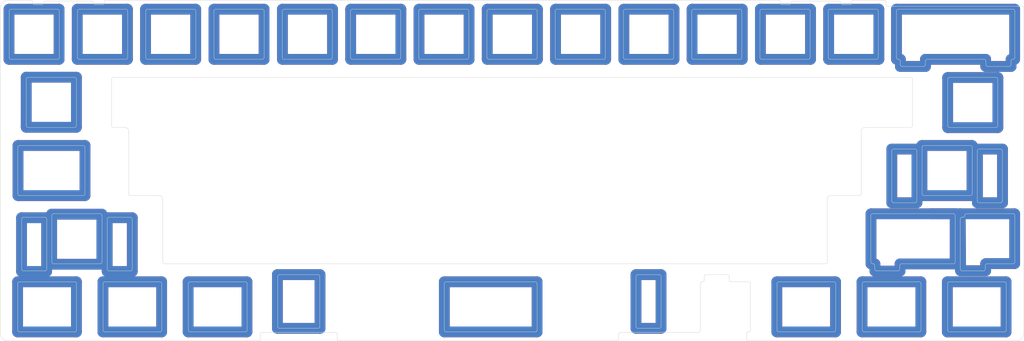
<source format=kicad_pcb>
(kicad_pcb (version 20211014) (generator pcbnew)

  (general
    (thickness 1.6)
  )

  (paper "A3")
  (layers
    (0 "F.Cu" signal)
    (31 "B.Cu" signal)
    (32 "B.Adhes" user "B.Adhesive")
    (33 "F.Adhes" user "F.Adhesive")
    (34 "B.Paste" user)
    (35 "F.Paste" user)
    (36 "B.SilkS" user "B.Silkscreen")
    (37 "F.SilkS" user "F.Silkscreen")
    (38 "B.Mask" user)
    (39 "F.Mask" user)
    (40 "Dwgs.User" user "User.Drawings")
    (41 "Cmts.User" user "User.Comments")
    (42 "Eco1.User" user "User.Eco1")
    (43 "Eco2.User" user "User.Eco2")
    (44 "Edge.Cuts" user)
    (45 "Margin" user)
    (46 "B.CrtYd" user "B.Courtyard")
    (47 "F.CrtYd" user "F.Courtyard")
    (48 "B.Fab" user)
    (49 "F.Fab" user)
    (50 "User.1" user)
    (51 "User.2" user)
    (52 "User.3" user)
    (53 "User.4" user)
    (54 "User.5" user)
    (55 "User.6" user)
    (56 "User.7" user)
    (57 "User.8" user)
    (58 "User.9" user)
  )

  (setup
    (pad_to_mask_clearance 0)
    (pcbplotparams
      (layerselection 0x00010fc_ffffffff)
      (disableapertmacros false)
      (usegerberextensions false)
      (usegerberattributes true)
      (usegerberadvancedattributes true)
      (creategerberjobfile true)
      (svguseinch false)
      (svgprecision 6)
      (excludeedgelayer true)
      (plotframeref false)
      (viasonmask false)
      (mode 1)
      (useauxorigin false)
      (hpglpennumber 1)
      (hpglpenspeed 20)
      (hpglpendiameter 15.000000)
      (dxfpolygonmode true)
      (dxfimperialunits true)
      (dxfusepcbnewfont true)
      (psnegative false)
      (psa4output false)
      (plotreference true)
      (plotvalue true)
      (plotinvisibletext false)
      (sketchpadsonfab false)
      (subtractmaskfromsilk false)
      (outputformat 1)
      (mirror false)
      (drillshape 1)
      (scaleselection 1)
      (outputdirectory "")
    )
  )

  (net 0 "")

  (gr_line (start 164.26 90.2) (end 164.26 76.2) (layer "F.Cu") (width 3) (tstamp 029732dc-c5e7-4f8a-8758-1e329a25edcf))
  (gr_line (start 349.6 76.2) (end 316.6 76.2) (layer "F.Cu") (width 3) (tstamp 0430b932-b6f2-403b-a1c1-6badb8aa7bef))
  (gr_line (start 87.7 109.2) (end 87.7 95.2) (layer "F.Cu") (width 3) (tstamp 06da30ee-ebf9-4476-a790-489c0069b05f))
  (gr_line (start 72.4 134.5) (end 72.4 149.5) (layer "F.Cu") (width 3) (tstamp 0b0c9797-6d64-4622-8e21-6f46f4f1f5cd))
  (gr_line (start 349.6 90.2) (end 349.6 76.2) (layer "F.Cu") (width 3) (tstamp 0bc39dd2-8945-4b0e-8e02-418dc1ebb925))
  (gr_line (start 71.4 114.3) (end 71.4 128.3) (layer "F.Cu") (width 3) (tstamp 0bd0a149-7a3e-4fc2-8e4a-761113329f5a))
  (gr_line (start 337.7 128.3) (end 337.7 114.3) (layer "F.Cu") (width 3) (tstamp 1004a35c-26d0-4ae6-9940-3296dbbb397c))
  (gr_line (start 341.5 147.3) (end 349.6 147.3) (layer "F.Cu") (width 3) (tstamp 11b78fae-9d39-4ed1-b32f-5eb09bad9917))
  (gr_line (start 344.9 109.3) (end 330.9 109.3) (layer "F.Cu") (width 3) (tstamp 11ceaf75-8d99-428b-af71-28d6550dd656))
  (gr_line (start 79.4 149.5) (end 79.4 134.5) (layer "F.Cu") (width 3) (tstamp 12c544e4-e523-4af8-ad79-0c05200fc92c))
  (gr_line (start 235.44 90.2) (end 235.44 76.2) (layer "F.Cu") (width 3) (tstamp 141496c5-b22a-4678-9cbb-28e5d61ade45))
  (gr_line (start 80.8 147.5) (end 80.8 133.5) (layer "F.Cu") (width 3) (tstamp 15205319-2a67-44a4-96bf-77ee93f9ab95))
  (gr_line (start 307 152.4) (end 307 166.4) (layer "F.Cu") (width 3) (tstamp 1569d6ea-34de-49c7-ad7d-4f54b3b26a88))
  (gr_line (start 278.62 90.2) (end 278.62 76.2) (layer "F.Cu") (width 3) (tstamp 16cc2688-e509-4d3a-8156-8de73393d797))
  (gr_line (start 348.6 92.2) (end 341.6 92.2) (layer "F.Cu") (width 3) (tstamp 16f9e279-7669-4d6f-93b7-26e27286f1d8))
  (gr_line (start 73.7 95.2) (end 87.7 95.2) (layer "F.Cu") (width 3) (tstamp 17d01a35-56c5-4b32-9265-5cdaeb0b50be))
  (gr_line (start 145.2 90.2) (end 145.2 76.2) (layer "F.Cu") (width 3) (tstamp 17f77bf4-faf5-480d-a03a-34190d592a4c))
  (gr_line (start 178.26 90.2) (end 164.26 90.2) (layer "F.Cu") (width 3) (tstamp 1871b157-0524-4906-9dfd-52aa20a3d8f5))
  (gr_line (start 82.88 90.2) (end 82.88 76.2) (layer "F.Cu") (width 3) (tstamp 18d8e9f9-e010-4f69-964d-15a1a4e91868))
  (gr_line (start 68.88 90.2) (end 68.88 76.2) (layer "F.Cu") (width 3) (tstamp 1b70b0e5-a71f-41f1-83a2-8abf2d0d47c5))
  (gr_line (start 323.7 114.3) (end 337.7 114.3) (layer "F.Cu") (width 3) (tstamp 1c7feaa4-009b-42e2-ba7e-0910f3986a41))
  (gr_line (start 317.6 147.4) (end 333 147.4) (layer "F.Cu") (width 3) (tstamp 1d9eb5ed-193b-4478-bc1c-5b7a4a97987d))
  (gr_line (start 159.2 90.2) (end 159.2 76.2) (layer "F.Cu") (width 3) (tstamp 23b11fa8-a343-407d-945b-9067674749cb))
  (gr_line (start 221.44 90.2) (end 221.44 76.2) (layer "F.Cu") (width 3) (tstamp 2441a01a-bc95-4d66-b035-45029ca08dc8))
  (gr_line (start 103.3 149.5) (end 103.3 134.5) (layer "F.Cu") (width 3) (tstamp 291e89eb-ef75-455a-b600-9e0b7c69a32a))
  (gr_line (start 292.62 90.2) (end 292.62 76.2) (layer "F.Cu") (width 3) (tstamp 2a2ca346-5e6f-493f-a649-65fce60bd78e))
  (gr_line (start 323.4 166.4) (end 323.4 152.4) (layer "F.Cu") (width 3) (tstamp 2a9f7c4f-9ee0-449c-9336-fb6baa19e324))
  (gr_line (start 341.5 92.2) (end 341.5 90.2) (layer "F.Cu") (width 3) (tstamp 2e08c79b-10e5-4470-8815-d73bcf59bdea))
  (gr_line (start 155.7 165.4) (end 155.7 150.4) (layer "F.Cu") (width 3) (tstamp 3010e6ee-6848-40e8-9dd9-b4b4c74661c9))
  (gr_line (start 164.26 76.2) (end 178.26 76.2) (layer "F.Cu") (width 3) (tstamp 36301267-b7bc-4a66-b7ed-f008a1e331c1))
  (gr_line (start 341.5 149.3) (end 334.5 149.3) (layer "F.Cu") (width 3) (tstamp 396098ef-fa53-4f52-876b-21dbf4d27f6a))
  (gr_line (start 68.88 76.2) (end 82.88 76.2) (layer "F.Cu") (width 3) (tstamp 3a50a747-d351-4b7d-9651-9f48c6a90059))
  (gr_line (start 346.2 130.3) (end 346.2 115.3) (layer "F.Cu") (width 3) (tstamp 3ac2afef-1411-4715-bedd-039a6ec81ba5))
  (gr_line (start 118.9 152.4) (end 135.3 152.4) (layer "F.Cu") (width 3) (tstamp 3bf9bbf3-fe1d-4b1e-bdd9-0695675ec32d))
  (gr_line (start 145.2 76.2) (end 159.2 76.2) (layer "F.Cu") (width 3) (tstamp 3c0389f5-f405-44d7-a6e1-e3d8dd6130db))
  (gr_line (start 243.9 165.4) (end 250.9 165.4) (layer "F.Cu") (width 3) (tstamp 3ca72fb8-ed5c-4602-95e5-7522d840b7bd))
  (gr_line (start 87.7 166.4) (end 87.7 152.4) (layer "F.Cu") (width 3) (tstamp 3cff7b9b-c02f-4a71-b108-08f070b147e0))
  (gr_line (start 330.9 95.3) (end 344.9 95.3) (layer "F.Cu") (width 3) (tstamp 3ee84b84-caf5-4de6-b800-a99985e32ca8))
  (gr_line (start 216.38 90.2) (end 216.38 76.2) (layer "F.Cu") (width 3) (tstamp 3f8e2e2d-99eb-40a3-b5e8-7f8d6100b54f))
  (gr_line (start 250.9 150.4) (end 243.9 150.4) (layer "F.Cu") (width 3) (tstamp 40fc1d4e-8812-44bb-a5c8-3086a7d544b6))
  (gr_line (start 221.44 76.2) (end 235.44 76.2) (layer "F.Cu") (width 3) (tstamp 44e5bd4a-5c23-4b39-8c69-e9ed0f049c71))
  (gr_line (start 140.1 90.2) (end 140.1 76.2) (layer "F.Cu") (width 3) (tstamp 45258d6d-e994-4bc2-921a-fbf4b9914486))
  (gr_line (start 317.6 149.4) (end 310.6 149.4) (layer "F.Cu") (width 3) (tstamp 462e029c-0e4b-4fc3-9567-4ce37bc44372))
  (gr_line (start 111.5 166.4) (end 95.1 166.4) (layer "F.Cu") (width 3) (tstamp 46b4e169-3486-4456-8cc8-07148592d55e))
  (gr_line (start 297.68 90.2) (end 297.68 76.2) (layer "F.Cu") (width 3) (tstamp 46ca214b-cc0a-496f-beff-a1fe826a0b64))
  (gr_line (start 90.1 128.3) (end 90.1 114.3) (layer "F.Cu") (width 3) (tstamp 471d9d04-9baa-4a9a-a553-292659156159))
  (gr_line (start 235.44 90.2) (end 221.44 90.2) (layer "F.Cu") (width 3) (tstamp 489eacad-8957-4f6e-b093-978509e99b8b))
  (gr_line (start 316.6 90.2) (end 316.6 76.2) (layer "F.Cu") (width 3) (tstamp 4a3a27ac-3ad3-481d-b321-78b40cd68a7d))
  (gr_line (start 71.3 152.4) (end 87.7 152.4) (layer "F.Cu") (width 3) (tstamp 4a9c603d-9b54-4898-aeeb-a1cefd08e558))
  (gr_line (start 324.7 92.2) (end 317.7 92.2) (layer "F.Cu") (width 3) (tstamp 4b2d29ea-41cf-4eb3-b653-894f4b3de4c7))
  (gr_line (start 87.94 76.2) (end 101.94 76.2) (layer "F.Cu") (width 3) (tstamp 5334bb80-b563-4849-ad94-0ae67776158e))
  (gr_line (start 95.1 152.4) (end 95.1 166.4) (layer "F.Cu") (width 3) (tstamp 5372b8b8-6d89-479e-9fc2-0dcd922d778f))
  (gr_line (start 347.2 166.4) (end 347.2 152.4) (layer "F.Cu") (width 3) (tstamp 5443463d-0c57-4a8e-a7e0-9e7072ed110f))
  (gr_line (start 95.1 152.4) (end 111.5 152.4) (layer "F.Cu") (width 3) (tstamp 57bff1fc-8897-4641-a8cb-48320dc7f23e))
  (gr_line (start 121 90.2) (end 121 76.2) (layer "F.Cu") (width 3) (tstamp 5b4723ad-49c9-41dd-bd25-c50bb6055975))
  (gr_line (start 311.68 90.2) (end 311.68 76.2) (layer "F.Cu") (width 3) (tstamp 5b763f7b-6c44-4b82-bf39-9b74cad38d9b))
  (gr_line (start 71.3 152.4) (end 71.3 166.4) (layer "F.Cu") (width 3) (tstamp 5c429d50-5920-4684-b15f-aa0f2ea08828))
  (gr_line (start 126.1 90.2) (end 126.1 76.2) (layer "F.Cu") (width 3) (tstamp 5e9e2303-81e4-4a66-a706-b6935d2823a1))
  (gr_line (start 339.2 115.3) (end 339.2 130.3) (layer "F.Cu") (width 3) (tstamp 6021ac62-8017-46cd-9d56-7243dea43061))
  (gr_line (start 283.2 152.4) (end 299.6 152.4) (layer "F.Cu") (width 3) (tstamp 61a4a9f9-93b4-4ac8-ac35-ad24cd7a1962))
  (gr_line (start 135.3 166.4) (end 135.3 152.4) (layer "F.Cu") (width 3) (tstamp 64fd5f70-e3d0-491c-a33e-15dbb803fb76))
  (gr_line (start 307 152.4) (end 323.4 152.4) (layer "F.Cu") (width 3) (tstamp 68daecb6-54c5-48aa-b00a-0d0a1a603b3f))
  (gr_line (start 292.62 90.2) (end 278.62 90.2) (layer "F.Cu") (width 3) (tstamp 694fb26a-5904-476f-b4d8-abba08420450))
  (gr_line (start 317.6 149.4) (end 317.6 147.4) (layer "F.Cu") (width 3) (tstamp 697ceb20-310e-4f3f-8803-da5f72f3e08b))
  (gr_line (start 322.3 130.3) (end 322.3 115.3) (layer "F.Cu") (width 3) (tstamp 6d205543-9730-4a82-8db5-ee15f7cb0b7b))
  (gr_line (start 254.5 90.2) (end 254.5 76.2) (layer "F.Cu") (width 3) (tstamp 6d788903-22aa-4364-8349-ef134ea07240))
  (gr_line (start 101.94 90.2) (end 101.94 76.2) (layer "F.Cu") (width 3) (tstamp 6ff11af0-e6da-4e3d-9eab-728ac5e20a4e))
  (gr_line (start 71.4 114.3) (end 90.1 114.3) (layer "F.Cu") (width 3) (tstamp 741cc020-a2fe-4b56-afd7-c336f8400906))
  (gr_line (start 87.7 166.4) (end 71.3 166.4) (layer "F.Cu") (width 3) (tstamp 7ac531df-6e9f-42dd-a3ff-23f2a0f95861))
  (gr_line (start 273.56 90.2) (end 259.56 90.2) (layer "F.Cu") (width 3) (tstamp 7b006d8f-3281-4b7b-9d38-8f736d4effae))
  (gr_line (start 333 147.4) (end 333 133.4) (layer "F.Cu") (width 3) (tstamp 7e1fb418-59b0-4e12-a451-aa80282eed87))
  (gr_line (start 349.6 133.4) (end 326.1 133.4) (layer "F.Cu") (width 3) (tstamp 7f6c2d02-8f04-4760-ab73-239dce5298f4))
  (gr_line (start 178.26 90.2) (end 178.26 76.2) (layer "F.Cu") (width 3) (tstamp 7fcdee89-c3c6-446c-821b-2d7c4c6c6d3a))
  (gr_line (start 190.4 152.4) (end 216.3 152.4) (layer "F.Cu") (width 3) (tstamp 833192a1-d153-488b-8431-d580cf0c8428))
  (gr_line (start 143.8 165.4) (end 155.7 165.4) (layer "F.Cu") (width 3) (tstamp 84567947-8506-40cf-bb1d-bd6fc8ed512f))
  (gr_line (start 103.3 134.5) (end 96.3 134.5) (layer "F.Cu") (width 3) (tstamp 84998468-d82c-49e3-9312-3545be125376))
  (gr_line (start 197.32 90.2) (end 197.32 76.2) (layer "F.Cu") (width 3) (tstamp 87993bc6-ad2c-491d-8484-60e8e6683523))
  (gr_line (start 80.8 133.5) (end 94.8 133.5) (layer "F.Cu") (width 3) (tstamp 88e8afb5-eb7d-442f-b728-e2908f2138f8))
  (gr_line (start 126.1 76.2) (end 140.1 76.2) (layer "F.Cu") (width 3) (tstamp 8a13bdd3-ea2f-4f49-aac5-9a6fd62c8f3e))
  (gr_line (start 283.2 152.4) (end 283.2 166.4) (layer "F.Cu") (width 3) (tstamp 8b09ef82-869c-4484-bb72-f37a71b6a4b0))
  (gr_line (start 82.88 90.2) (end 68.88 90.2) (layer "F.Cu") (width 3) (tstamp 8b934450-62fb-4e2c-8115-64764c91f3fd))
  (gr_line (start 240.5 76.2) (end 254.5 76.2) (layer "F.Cu") (width 3) (tstamp 8bef8f2a-de7c-409b-99ac-e1aa482a0924))
  (gr_line (start 323.4 166.4) (end 307 166.4) (layer "F.Cu") (width 3) (tstamp 8c037d9f-76e3-4dad-b681-089efb71665d))
  (gr_line (start 299.6 166.4) (end 299.6 152.4) (layer "F.Cu") (width 3) (tstamp 8c3f1503-a33d-4745-b577-ed2cb310a138))
  (gr_line (start 140.1 90.2) (end 126.1 90.2) (layer "F.Cu") (width 3) (tstamp 8dd671e0-e226-4eff-94cb-1f3ede5ee40a))
  (gr_line (start 273.56 90.2) (end 273.56 76.2) (layer "F.Cu") (width 3) (tstamp 90a6328f-82bc-4ad1-b61d-2ddb8c24ee28))
  (gr_line (start 333 133.4) (end 309.5 133.4) (layer "F.Cu") (width 3) (tstamp 96b28d0e-2a4b-49e1-a66c-b6ecff564186))
  (gr_line (start 243.9 150.4) (end 243.9 165.4) (layer "F.Cu") (width 3) (tstamp 97989265-5125-4d49-9bf2-bab080b9ea7e))
  (gr_line (start 216.3 166.4) (end 190.4 166.4) (layer "F.Cu") (width 3) (tstamp 9c443b56-4b8f-4b48-bac1-d34c81e785bc))
  (gr_line (start 323.7 128.3) (end 323.7 114.3) (layer "F.Cu") (width 3) (tstamp a653d0c7-cdce-4f6d-ae57-29bd21cc3a8b))
  (gr_line (start 330.9 109.3) (end 330.9 95.3) (layer "F.Cu") (width 3) (tstamp a684f6d5-3348-469e-9cb7-e432c0d3cef5))
  (gr_line (start 339.2 130.3) (end 346.2 130.3) (layer "F.Cu") (width 3) (tstamp a8d6f371-bd53-4d27-a22b-73235cbe0567))
  (gr_line (start 346.2 115.3) (end 339.2 115.3) (layer "F.Cu") (width 3) (tstamp a99a3494-77ad-40e0-97c5-51213967caba))
  (gr_line (start 202.38 90.2) (end 202.38 76.2) (layer "F.Cu") (width 3) (tstamp aa1c7a25-06fa-4ba7-90e4-f98ff4ecd029))
  (gr_line (start 73.7 109.2) (end 73.7 95.2) (layer "F.Cu") (width 3) (tstamp aa6c5130-7692-46f0-891e-dcabce5098c8))
  (gr_line (start 334.5 149.3) (end 334.4 133.4) (layer "F.Cu") (width 3) (tstamp aafae3b3-df9e-4b70-a717-0c28d9c01e1d))
  (gr_line (start 349.6 147.3) (end 349.6 133.4) (layer "F.Cu") (width 3) (tstamp abb24bdf-0f72-4854-976d-5370bf529f4f))
  (gr_line (start 311.68 90.2) (end 297.68 90.2) (layer "F.Cu") (width 3) (tstamp ac1a0f2e-5751-4574-a61f-20ebe1f9293f))
  (gr_line (start 87.7 109.2) (end 73.7 109.2) (layer "F.Cu") (width 3) (tstamp ad07a49a-95dd-4915-9abf-0c0af05f388d))
  (gr_line (start 330.8 152.4) (end 330.8 166.4) (layer "F.Cu") (width 3) (tstamp ad23a2ce-572d-4417-a1ca-c767b7277947))
  (gr_line (start 202.38 76.2) (end 216.38 76.2) (layer "F.Cu") (width 3) (tstamp af85961d-aafe-4f54-8f0b-855d891b0458))
  (gr_line (start 240.5 90.2) (end 240.5 76.2) (layer "F.Cu") (width 3) (tstamp af900050-4aba-400a-938a-9604acca4e69))
  (gr_line (start 155.7 150.4) (end 143.8 150.4) (layer "F.Cu") (width 3) (tstamp b038abe1-74c4-4a5d-845b-81a8cedef042))
  (gr_line (start 278.62 76.2) (end 292.62 76.2) (layer "F.Cu") (width 3) (tstamp b295e791-7c4e-4b7e-b0ae-6549b86c292a))
  (gr_line (start 118.9 152.4) (end 118.9 166.4) (layer "F.Cu") (width 3) (tstamp b320e7c4-3fce-46af-9b0a-a78e32e43145))
  (gr_line (start 107 90.2) (end 107 76.2) (layer "F.Cu") (width 3) (tstamp b3295007-7967-4e42-a90c-c84e6e8818a8))
  (gr_line (start 324.7 92.2) (end 324.7 90.2) (layer "F.Cu") (width 3) (tstamp b49c54f2-d778-4002-adf3-01bfdfb1880b))
  (gr_line (start 183.32 76.2) (end 197.32 76.2) (layer "F.Cu") (width 3) (tstamp ba856efd-76f2-4eb5-b70e-bf8f5486606f))
  (gr_line (start 90.1 128.3) (end 71.4 128.3) (layer "F.Cu") (width 3) (tstamp bc3266d6-93a4-473c-bf2b-1a7f5549b8bd))
  (gr_line (start 111.5 166.4) (end 111.5 152.4) (layer "F.Cu") (width 3) (tstamp be0e1b52-90f2-4094-884b-9b9f5dda8ff7))
  (gr_line (start 135.3 166.4) (end 118.9 166.4) (layer "F.Cu") (width 3) (tstamp c4bd6882-61b9-4812-8977-6635b6bcfc6a))
  (gr_line (start 347.2 166.4) (end 330.8 166.4) (layer "F.Cu") (width 3) (tstamp c4d50b21-f199-4b57-a40b-afc3e02513c1))
  (gr_line (start 79.4 134.5) (end 72.4 134.5) (layer "F.Cu") (width 3) (tstamp c8aab8f0-05f2-4aa1-b265-49273de1ce80))
  (gr_line (start 197.32 90.2) (end 183.32 90.2) (layer "F.Cu") (width 3) (tstamp c9789f02-9165-40c4-a499-c00e14155665))
  (gr_line (start 143.8 150.4) (end 143.8 165.4) (layer "F.Cu") (width 3) (tstamp c9928803-f956-4389-86f0-50c60d22d82b))
  (gr_line (start 299.6 166.4) (end 283.2 166.4) (layer "F.Cu") (width 3) (tstamp ca30c89b-35c2-4531-a6cb-269f72e0f221))
  (gr_line (start 190.4 166.4) (end 190.4 152.4) (layer "F.Cu") (width 3) (tstamp cfd40e5b-bc84-4e1f-9100-3d3f392ce379))
  (gr_line (start 322.3 115.3) (end 315.3 115.3) (layer "F.Cu") (width 3) (tstamp cfd8737d-9127-4adb-a38a-949d348ecd67))
  (gr_line (start 310.6 149.4) (end 310.6 147.4) (layer "F.Cu") (width 3) (tstamp d3d58676-c10f-409b-92d9-de71ac21af2a))
  (gr_line (start 94.8 147.5) (end 80.8 147.5) (layer "F.Cu") (width 3) (tstamp d4a2b8b9-ccad-4e62-87bb-db7f838fee0b))
  (gr_line (start 96.3 134.5) (end 96.3 149.5) (layer "F.Cu") (width 3) (tstamp d68d8c01-6728-45cb-8195-5ca8ef121def))
  (gr_line (start 87.94 90.2) (end 87.94 76.2) (layer "F.Cu") (width 3) (tstamp d7c8a493-ab98-4687-a712-c909f03fc1a5))
  (gr_line (start 259.56 76.2) (end 273.56 76.2) (layer "F.Cu") (width 3) (tstamp d8999729-10e6-4534-8c05-ec8dc9c31672))
  (gr_line (start 259.56 90.2) (end 259.56 76.2) (layer "F.Cu") (width 3) (tstamp d8c86b6e-d216-4bcc-bfb5-fe2cb37dcfa3))
  (gr_line (start 317.7 92.2) (end 317.7 90.2) (layer "F.Cu") (width 3) (tstamp d8ddc8f6-3a05-4a4a-b261-31721c4716e2))
  (gr_line (start 183.32 90.2) (end 183.32 76.2) (layer "F.Cu") (width 3) (tstamp dae57391-f675-4824-bc9b-0d010258dd2b))
  (gr_line (start 330.8 152.4) (end 347.2 152.4) (layer "F.Cu") (width 3) (tstamp dd11cede-1c48-4fd7-921d-762ccfa69b17))
  (gr_line (start 96.3 149.5) (end 103.3 149.5) (layer "F.Cu") (width 3) (tstamp e01b2259-93b4-4e9b-97c6-5af66bcc111a))
  (gr_line (start 72.4 149.5) (end 79.4 149.5) (layer "F.Cu") (width 3) (tstamp e063415d-65a8-4cb0-aee5-a4b4757103b1))
  (gr_line (start 216.38 90.2) (end 202.38 90.2) (layer "F.Cu") (width 3) (tstamp e2fb97ee-d6c4-43e0-9061-b5404c6b2dc9))
  (gr_line (start 341.5 149.3) (end 341.5 147.4) (layer "F.Cu") (width 3) (tstamp e9f465c7-5f48-48c5-ba56-086ad3bfaa34))
  (gr_line (start 297.68 76.2) (end 311.68 76.2) (layer "F.Cu") (width 3) (tstamp eadf0082-d4ff-4a55-9c64-b5e6b30c40a7))
  (gr_line (start 315.3 115.3) (end 315.3 130.3) (layer "F.Cu") (width 3) (tstamp ebf8cc98-90e0-4985-b9cb-3de8a71b9731))
  (gr_line (start 309.5 147.4) (end 309.5 133.4) (layer "F.Cu") (width 3) (tstamp eca9b024-cc2c-48d5-abb2-d2ed778ba2be))
  (gr_line (start 250.9 165.4) (end 250.9 150.4) (layer "F.Cu") (width 3) (tstamp ecf8e6af-f9d4-4b3e-a1f9-0061125939e5))
  (gr_line (start 107 76.2) (end 121 76.2) (layer "F.Cu") (width 3) (tstamp eea0ffd6-f3cf-447b-ab47-6f61fd8e5057))
  (gr_line (start 216.3 152.4) (end 216.3 166.4) (layer "F.Cu") (width 3) (tstamp ef5eeb18-104c-4881-9776-009c82513691))
  (gr_line (start 94.8 147.5) (end 94.8 133.5) (layer "F.Cu") (width 3) (tstamp f09758f6-d96e-4531-b5b3-afce7167c6ca))
  (gr_line (start 337.7 128.3) (end 323.7 128.3) (layer "F.Cu") (width 3) (tstamp f269a898-9e96-4e2b-90a7-e41d6b315bf2))
  (gr_line (start 159.2 90.2) (end 145.2 90.2) (layer "F.Cu") (width 3) (tstamp f2f3dea2-89c6-4453-813d-9b71ebebf662))
  (gr_line (start 324.7 90.2) (end 341.5 90.2) (layer "F.Cu") (width 3) (tstamp f481bbed-68a6-47e6-96ff-e5821dfa5cd7))
  (gr_line (start 121 90.2) (end 107 90.2) (layer "F.Cu") (width 3) (tstamp f4df7856-51e5-4c4c-98b3-4df311fc4389))
  (gr_line (start 348.6 92.2) (end 348.6 90.2) (layer "F.Cu") (width 3) (tstamp f5aaf920-cd72-462a-aa25-8a2216d9ed2d))
  (gr_line (start 315.3 130.3) (end 322.3 130.3) (layer "F.Cu") (width 3) (tstamp f5d597ab-cb18-4c9f-8163-77eed03888a7))
  (gr_line (start 254.5 90.2) (end 240.5 90.2) (layer "F.Cu") (width 3) (tstamp f79d473b-b154-4c13-8f52-95db1ce17ccc))
  (gr_line (start 101.94 90.2) (end 87.94 90.2) (layer "F.Cu") (width 3) (tstamp fc517075-4c1a-4784-8f4b-970f4b01e390))
  (gr_line (start 344.9 109.3) (end 344.9 95.3) (layer "F.Cu") (width 3) (tstamp fce4137b-5950-4080-b710-014244783738))
  (gr_line (start 323.4 166.4) (end 323.4 152.4) (layer "B.Cu") (width 3) (tstamp 02a385f8-1a89-46fe-b548-7d3e14a59a93))
  (gr_line (start 118.9 152.4) (end 118.9 166.4) (layer "B.Cu") (width 3) (tstamp 034c4e99-1c28-4b0e-b1ea-00f3856ee4a7))
  (gr_line (start 324.7 92.2) (end 324.7 90.2) (layer "B.Cu") (width 3) (tstamp 03a33650-3063-4e45-821c-80bab4b031cf))
  (gr_line (start 254.5 76.2) (end 254.5 90.2) (layer "B.Cu") (width 3) (tstamp 03dfb0d7-f259-406d-9fdb-4618f1cc7741))
  (gr_line (start 240.5 76.2) (end 240.5 90.2) (layer "B.Cu") (width 3) (tstamp 05740f54-077b-427d-b3e2-1bf0552c4ee4))
  (gr_line (start 250.9 150.4) (end 243.9 150.4) (layer "B.Cu") (width 3) (tstamp 05c534e0-0a0a-4c18-b828-874ef1573f76))
  (gr_line (start 90.1 128.3) (end 90.1 114.3) (layer "B.Cu") (width 3) (tstamp 06d662a3-9698-483f-b62f-d72f55b136c1))
  (gr_line (start 90.1 128.3) (end 71.4 128.3) (layer "B.Cu") (width 3) (tstamp 0741b7d5-b263-4fb7-ba85-7c86bcb56917))
  (gr_line (start 87.7 95.2) (end 87.7 109.2) (layer "B.Cu") (width 3) (tstamp 07595d4b-67ed-43e1-b414-c0e582333987))
  (gr_line (start 190.4 152.4) (end 216.3 152.4) (layer "B.Cu") (width 3) (tstamp 0a955f3f-6383-40fe-bf63-5155110d80e4))
  (gr_line (start 235.44 90.2) (end 221.44 90.2) (layer "B.Cu") (width 3) (tstamp 0c86c8e0-0935-4e98-b40e-b9b4af3a0b2a))
  (gr_line (start 273.56 90.2) (end 259.56 90.2) (layer "B.Cu") (width 3) (tstamp 1190eadd-f8ec-4f84-9e6f-173b3c5d3825))
  (gr_line (start 259.56 76.2) (end 273.56 76.2) (layer "B.Cu") (width 3) (tstamp 146f38c4-e505-47d5-8637-5b7a8ab24d04))
  (gr_line (start 324.7 92.2) (end 317.7 92.2) (layer "B.Cu") (width 3) (tstamp 1497cdc9-2854-43f1-b682-f58ae16107f8))
  (gr_line (start 87.94 76.2) (end 101.94 76.2) (layer "B.Cu") (width 3) (tstamp 197122b0-b785-4a82-b990-a3df2f7281d3))
  (gr_line (start 307 152.4) (end 307 166.4) (layer "B.Cu") (width 3) (tstamp 1a388964-24b7-4b9c-88dc-16dd6a77fdc4))
  (gr_line (start 111.5 166.4) (end 95.1 166.4) (layer "B.Cu") (width 3) (tstamp 1c41f1fe-5b32-4e8d-962d-286edf06245b))
  (gr_line (start 143.8 150.4) (end 143.8 165.4) (layer "B.Cu") (width 3) (tstamp 1c6ac132-2325-415f-aedc-73e56015b69a))
  (gr_line (start 341.5 149.3) (end 334.5 149.3) (layer "B.Cu") (width 3) (tstamp 1d20e073-8ba5-4c50-9403-e9be98e2cd76))
  (gr_line (start 337.7 128.3) (end 323.7 128.3) (layer "B.Cu") (width 3) (tstamp 23fd5fde-a288-4910-8059-96c255c94cdf))
  (gr_line (start 71.4 114.3) (end 71.4 128.3) (layer "B.Cu") (width 3) (tstamp 24e75007-29d9-40fd-8c39-fe1da1b07e18))
  (gr_line (start 183.32 76.2) (end 183.32 90.2) (layer "B.Cu") (width 3) (tstamp 2942e666-0393-4e7a-92e1-a1f1739320ac))
  (gr_line (start 216.3 166.4) (end 190.4 166.4) (layer "B.Cu") (width 3) (tstamp 2a82bdfd-b46d-46b6-8662-72c63d96dc45))
  (gr_line (start 73.7 95.2) (end 73.7 109.2) (layer "B.Cu") (width 3) (tstamp 2b0d5f79-e183-468a-8004-b81c026509a0))
  (gr_line (start 87.7 109.2) (end 73.7 109.2) (layer "B.Cu") (width 3) (tstamp 2ea81321-c04f-47ca-9e18-452411d98a61))
  (gr_line (start 309.5 133.4) (end 309.5 147.4) (layer "B.Cu") (width 3) (tstamp 2f8c58d7-9e43-457f-8647-11066de58acd))
  (gr_line (start 143.8 165.4) (end 155.7 165.4) (layer "B.Cu") (width 3) (tstamp 31ed4875-df02-4689-ba87-4eaf639b7030))
  (gr_line (start 337.7 114.3) (end 337.7 128.3) (layer "B.Cu") (width 3) (tstamp 320c3113-e03c-4774-9ef4-82dd26fcf70d))
  (gr_line (start 347.2 166.4) (end 330.8 166.4) (layer "B.Cu") (width 3) (tstamp 37a9d264-9119-4cff-98d8-822dd8fbfdfa))
  (gr_line (start 155.7 165.4) (end 155.7 150.4) (layer "B.Cu") (width 3) (tstamp 37eaf972-3f80-41aa-9647-561826f4a619))
  (gr_line (start 101.94 76.2) (end 101.94 90.2) (layer "B.Cu") (width 3) (tstamp 3ac7e18d-ece7-4527-a3ec-4e052917a208))
  (gr_line (start 101.94 90.2) (end 87.94 90.2) (layer "B.Cu") (width 3) (tstamp 3b0ca357-343b-479a-89e7-320f7f674f0c))
  (gr_line (start 317.6 147.4) (end 333 147.4) (layer "B.Cu") (width 3) (tstamp 3b997f1d-62b1-4224-89a9-1a8dd0824bb7))
  (gr_line (start 348.6 92.2) (end 341.6 92.2) (layer "B.Cu") (width 3) (tstamp 3ccc7713-18ac-4032-859c-1a19501a4b30))
  (gr_line (start 330.8 152.4) (end 330.8 166.4) (layer "B.Cu") (width 3) (tstamp 3e16e69f-5a48-4e32-93b5-460e139c87c3))
  (gr_line (start 87.7 166.4) (end 71.3 166.4) (layer "B.Cu") (width 3) (tstamp 3f0ec7a6-d270-495c-8d6a-9afbd31ce75e))
  (gr_line (start 94.8 133.5) (end 94.8 147.5) (layer "B.Cu") (width 3) (tstamp 414aaa18-fdeb-44db-becf-2affd2bc9156))
  (gr_line (start 259.56 76.2) (end 259.56 90.2) (layer "B.Cu") (width 3) (tstamp 43566907-c26a-4903-802e-31d30ab6f723))
  (gr_line (start 254.5 90.2) (end 240.5 90.2) (layer "B.Cu") (width 3) (tstamp 44754135-5de9-4645-8eef-413d2bca35ed))
  (gr_line (start 317.7 92.2) (end 317.7 90.2) (layer "B.Cu") (width 3) (tstamp 451a2478-b6cc-4e40-ab09-d50c1675df25))
  (gr_line (start 299.6 166.4) (end 283.2 166.4) (layer "B.Cu") (width 3) (tstamp 498aadc9-9e30-499c-95e6-6f6792d81f2a))
  (gr_line (start 349.6 147.3) (end 341.55 147.3) (layer "B.Cu") (width 3) (tstamp 4bc77e15-4f81-4f19-86fc-5b6d879ef202))
  (gr_line (start 71.4 114.3) (end 90.1 114.3) (layer "B.Cu") (width 3) (tstamp 4cfab366-8041-4848-b5dc-013141b39367))
  (gr_line (start 323.7 114.3) (end 337.7 114.3) (layer "B.Cu") (width 3) (tstamp 4d74fb01-af3a-4325-91fe-e1653e5ba782))
  (gr_line (start 322.3 115.3) (end 315.3 115.3) (layer "B.Cu") (width 3) (tstamp 4dda4f67-3390-4755-8823-627efeb7bd67))
  (gr_line (start 94.8 147.5) (end 80.8 147.5) (layer "B.Cu") (width 3) (tstamp 4e10b155-af7f-4457-a0c3-b07a048af937))
  (gr_line (start 96.3 134.5) (end 96.3 149.5) (layer "B.Cu") (width 3) (tstamp 4f77e879-d174-4b8e-94eb-5e77834b48fe))
  (gr_line (start 82.88 76.2) (end 82.88 90.2) (layer "B.Cu") (width 3) (tstamp 4ffe48ee-3c06-4e1c-8f34-cb8e29f6fd4e))
  (gr_line (start 87.94 76.2) (end 87.94 90.2) (layer "B.Cu") (width 3) (tstamp 52a98bc8-fdab-4af5-a8f8-06a719919ce5))
  (gr_line (start 140.1 76.2) (end 140.1 90.2) (layer "B.Cu") (width 3) (tstamp 538aa2f5-5749-445a-8c44-5a9d7a13a005))
  (gr_line (start 283.2 152.4) (end 299.6 152.4) (layer "B.Cu") (width 3) (tstamp 539f16df-2d8c-4941-b127-2085a6dded89))
  (gr_line (start 273.56 76.2) (end 273.56 90.2) (layer "B.Cu") (width 3) (tstamp 557526e7-9c46-448c-b911-6cc725dfb963))
  (gr_line (start 178.26 90.2) (end 164.26 90.2) (layer "B.Cu") (width 3) (tstamp 5c22956f-8e9c-4037-828b-e86641fde461))
  (gr_line (start 292.62 90.2) (end 278.62 90.2) (layer "B.Cu") (width 3) (tstamp 5d62a4d4-3639-4d89-ab45-03dd1997e34a))
  (gr_line (start 339.2 130.3) (end 346.2 130.3) (layer "B.Cu") (width 3) (tstamp 61a5aac6-9b8c-4b15-8c42-9867c8eb7f83))
  (gr_line (start 346.2 130.3) (end 346.2 115.3) (layer "B.Cu") (width 3) (tstamp 654fbfde-2710-4ee0-9ab7-d615f91fde0b))
  (gr_line (start 202.38 76.2) (end 216.38 76.2) (layer "B.Cu") (width 3) (tstamp 6565b2ea-11e6-4ae5-a1b1-4eb3bcc102e1))
  (gr_line (start 334.4 133.4) (end 334.5 149.3) (layer "B.Cu") (width 3) (tstamp 66e467ae-d325-4f31-b37e-89e978c0594a))
  (gr_line (start 235.44 76.2) (end 235.44 90.2) (layer "B.Cu") (width 3) (tstamp 688a5e46-3f55-46f9-8ed1-4a327e6d9cef))
  (gr_line (start 221.44 76.2) (end 221.44 90.2) (layer "B.Cu") (width 3) (tstamp 68e44fc7-8e53-4915-9bb0-c21f9da343ea))
  (gr_line (start 339.2 115.3) (end 339.2 130.3) (layer "B.Cu") (width 3) (tstamp 69a6aae5-fced-42a3-b48b-127f8f38964f))
  (gr_line (start 297.68 76.2) (end 311.68 76.2) (layer "B.Cu") (width 3) (tstamp 6b0a46af-78b3-4c01-a3c1-170dc6bdb896))
  (gr_line (start 111.5 166.4) (end 111.5 152.4) (layer "B.Cu") (width 3) (tstamp 6e049eb5-272d-4a00-bf19-4405ca18c4b1))
  (gr_line (start 278.62 76.2) (end 292.62 76.2) (layer "B.Cu") (width 3) (tstamp 6ff71b5f-9e07-45c6-a36c-d7867c21618f))
  (gr_line (start 118.9 152.4) (end 135.3 152.4) (layer "B.Cu") (width 3) (tstamp 70e67167-c911-410a-9bb2-140147072c70))
  (gr_line (start 278.62 76.2) (end 278.62 90.2) (layer "B.Cu") (width 3) (tstamp 73b4e663-b42a-40af-89e8-ce23152374e4))
  (gr_line (start 164.26 76.2) (end 178.26 76.2) (layer "B.Cu") (width 3) (tstamp 757947bb-21ea-40d5-8763-67fc4ed2e3c2))
  (gr_line (start 68.88 76.2) (end 82.88 76.2) (layer "B.Cu") (width 3) (tstamp 7715fab8-1113-423e-8330-4db351264bc2))
  (gr_line (start 316.6 76.2) (end 316.6 90.2) (layer "B.Cu") (width 3) (tstamp 780cf8dc-c738-442b-b5ac-1951b198592d))
  (gr_line (start 323.7 114.3) (end 323.7 128.3) (layer "B.Cu") (width 3) (tstamp 78e3185d-3dbf-4cb7-8a69-9151269571d9))
  (gr_line (start 126.1 76.2) (end 140.1 76.2) (layer "B.Cu") (width 3) (tstamp 79cd63f3-5cff-4498-82cc-6e1fefd946a3))
  (gr_line (start 197.32 76.2) (end 197.32 90.2) (layer "B.Cu") (width 3) (tstamp 84bb5fa4-ca0b-4a13-be4c-5b25ca9794e7))
  (gr_line (start 348.6 92.2) (end 348.6 90.2) (layer "B.Cu") (width 3) (tstamp 85ab8f90-22db-4df9-b5ff-b786d2e696b5))
  (gr_line (start 311.68 76.2) (end 311.68 90.2) (layer "B.Cu") (width 3) (tstamp 8629f71d-232c-4630-a633-1a5312e9aaf9))
  (gr_line (start 68.88 76.2) (end 68.88 90.2) (layer "B.Cu") (width 3) (tstamp 894845d6-3637-4bda-8050-e6a1d275de1c))
  (gr_line (start 216.38 76.2) (end 216.38 90.2) (layer "B.Cu") (width 3) (tstamp 894e9d23-a6eb-42b0-a194-29f7a4ad1623))
  (gr_line (start 79.4 149.5) (end 79.4 134.5) (layer "B.Cu") (width 3) (tstamp 8cee7bcd-d746-472a-84f7-f27e5b86e8d1))
  (gr_line (start 145.2 76.2) (end 159.2 76.2) (layer "B.Cu") (width 3) (tstamp 90b4cf0b-7f62-4cba-92f1-9828de9d42d7))
  (gr_line (start 135.3 166.4) (end 118.9 166.4) (layer "B.Cu") (width 3) (tstamp 9108469d-5fcd-41f9-beaa-a157ac4e96ea))
  (gr_line (start 330.9 95.3) (end 344.9 95.3) (layer "B.Cu") (width 3) (tstamp 913022f3-425b-423d-af95-6fe8bd903d81))
  (gr_line (start 349.6 133.4) (end 326.1 133.4) (layer "B.Cu") (width 3) (tstamp 91b0ac14-e3f1-4b05-8488-4b39b8a545b0))
  (gr_line (start 155.7 150.4) (end 143.8 150.4) (layer "B.Cu") (width 3) (tstamp 92330904-4150-4fdb-a0c6-70c8fd61127c))
  (gr_line (start 315.3 115.3) (end 315.3 130.3) (layer "B.Cu") (width 3) (tstamp 9266e132-1343-4082-b661-b2e5a0372f0e))
  (gr_line (start 107 76.2) (end 121 76.2) (layer "B.Cu") (width 3) (tstamp 92e98336-6cc2-4460-a494-fe133f0f1890))
  (gr_line (start 95.1 152.4) (end 95.1 166.4) (layer "B.Cu") (width 3) (tstamp 96d66db6-61fb-4b71-9c54-8e172a14e85f))
  (gr_line (start 164.26 76.2) (end 164.26 90.2) (layer "B.Cu") (width 3) (tstamp 984c5971-2144-46b0-9ffe-fd2637bb7712))
  (gr_line (start 135.3 166.4) (end 135.3 152.4) (layer "B.Cu") (width 3) (tstamp 99142fa3-8340-45ee-912d-9c810175c5cd))
  (gr_line (start 250.9 165.4) (end 250.9 150.4) (layer "B.Cu") (width 3) (tstamp 9af0d52a-2d4f-427d-a1f8-7da180b5952e))
  (gr_line (start 344.9 95.3) (end 344.9 109.3) (layer "B.Cu") (width 3) (tstamp 9bb3396a-f657-4c24-a848-dcd4047937e9))
  (gr_line (start 107 76.2) (end 107 90.2) (layer "B.Cu") (width 3) (tstamp 9f696024-b373-437c-9472-84208ab18a2f))
  (gr_line (start 82.88 90.2) (end 68.88 90.2) (layer "B.Cu") (width 3) (tstamp 9f9930db-1cf8-45fa-bc4b-3c2e8d41699b))
  (gr_line (start 323.4 166.4) (end 307 166.4) (layer "B.Cu") (width 3) (tstamp a051e2af-681d-43f2-84b1-c1d0638d24cd))
  (gr_line (start 95.1 152.4) (end 111.5 152.4) (layer "B.Cu") (width 3) (tstamp a0874cc2-88d9-402b-bf1f-fbf7d5f6bc0c))
  (gr_line (start 243.9 165.4) (end 250.9 165.4) (layer "B.Cu") (width 3) (tstamp a41b2d88-01c3-48f1-94d0-4fdc94a93c8d))
  (gr_line (start 315.3 130.3) (end 322.3 130.3) (layer "B.Cu") (width 3) (tstamp a5978f93-9b40-4d0b-ad3d-adefe09d9f28))
  (gr_line (start 96.3 149.5) (end 103.3 149.5) (layer "B.Cu") (width 3) (tstamp a7eaca90-ad49-41a0-8d4a-40f01b74f9fb))
  (gr_line (start 71.3 152.4) (end 71.3 166.4) (layer "B.Cu") (width 3) (tstamp a87fb226-54f2-43b1-93b2-6de968fba8a8))
  (gr_line (start 145.2 76.2) (end 145.2 90.2) (layer "B.Cu") (width 3) (tstamp a912c721-1da5-45fe-9ba7-ff1385068a35))
  (gr_line (start 346.2 115.3) (end 339.2 115.3) (layer "B.Cu") (width 3) (tstamp acb3d57b-60ac-427d-a8bf-6f5ede42dff4))
  (gr_line (start 341.5 92.2) (end 341.5 90.2) (layer "B.Cu") (width 3) (tstamp af49a7a3-2d79-48c1-b578-28650f63b9be))
  (gr_line (start 243.9 150.4) (end 243.9 165.4) (layer "B.Cu") (width 3) (tstamp af905013-d2df-481a-9151-d0315b5145ed))
  (gr_line (start 79.4 134.5) (end 72.4 134.5) (layer "B.Cu") (width 3) (tstamp b1b8f45c-f6cf-405f-aeb6-0924289cae0c))
  (gr_line (start 349.6 76.2) (end 316.6 76.2) (layer "B.Cu") (width 3) (tstamp b2d61260-0e82-4ef8-a57d-bc3e26171842))
  (gr_line (start 126.1 76.2) (end 126.1 90.2) (layer "B.Cu") (width 3) (tstamp b394f493-0657-41b5-af69-d8b0ac09bdf2))
  (gr_line (start 292.62 76.2) (end 292.62 90.2) (layer "B.Cu") (width 3) (tstamp b45d9217-61d3-4e2e-95f4-c25236642664))
  (gr_line (start 333 133.4) (end 309.5 133.4) (layer "B.Cu") (width 3) (tstamp bbddb4c3-eb6a-4a1d-8f2a-a69ad3352703))
  (gr_line (start 159.2 76.2) (end 159.2 90.2) (layer "B.Cu") (width 3) (tstamp bcddd90c-0e67-4794-a2b0-1215396df003))
  (gr_line (start 73.7 95.2) (end 87.7 95.2) (layer "B.Cu") (width 3) (tstamp bd01ce65-d4c9-4ca5-b526-fcb43721007a))
  (gr_line (start 121 90.2) (end 107 90.2) (layer "B.Cu") (width 3) (tstamp becafb10-66ca-4431-b4f8-701da226a6b8))
  (gr_line (start 349.6 76.2) (end 349.6 90.2) (layer "B.Cu") (width 3) (tstamp bf0ce473-daff-4105-bd1d-d72753b5147e))
  (gr_line (start 310.6 149.4) (end 310.6 147.4) (layer "B.Cu") (width 3) (tstamp c09402e8-9c58-4e29-997e-abc10cef85b5))
  (gr_line (start 159.2 90.2) (end 145.2 90.2) (layer "B.Cu") (width 3) (tstamp c0bf7155-0e0f-49a4-8289-269d9de3af01))
  (gr_line (start 221.44 76.2) (end 235.44 76.2) (layer "B.Cu") (width 3) (tstamp c1cbf9b0-a404-4553-af55-a179806c52c7))
  (gr_line (start 103.3 134.5) (end 96.3 134.5) (layer "B.Cu") (width 3) (tstamp c2c20ec9-c3c8-4c0f-8252-954b94de5df5))
  (gr_line (start 299.6 166.4) (end 299.6 152.4) (layer "B.Cu") (width 3) (tstamp c2f5c534-7627-4099-92df-56db186fc9ba))
  (gr_line (start 341.5 149.3) (end 341.5 147.4) (layer "B.Cu") (width 3) (tstamp c4076e22-5838-4676-8044-b1da1661f7da))
  (gr_line (start 349.6 147.3) (end 349.6 133.4) (layer "B.Cu") (width 3) (tstamp c55be803-1a6e-44dc-b004-9a7732eecbf2))
  (gr_line (start 183.32 76.2) (end 197.32 76.2) (layer "B.Cu") (width 3) (tstamp c6fc7c02-6b01-4272-b92f-223b115b3425))
  (gr_line (start 190.4 152.4) (end 190.4 166.4) (layer "B.Cu") (width 3) (tstamp c7e56051-223a-45e4-b930-aec9428d445c))
  (gr_line (start 333 147.4) (end 333 133.4) (layer "B.Cu") (width 3) (tstamp ca021392-cd9f-4b12-a642-997b0e9820b0))
  (gr_line (start 344.9 109.3) (end 330.9 109.3) (layer "B.Cu") (width 3) (tstamp cd49aabe-35fb-4ee2-ad3c-2ebb80d560cb))
  (gr_line (start 87.7 166.4) (end 87.7 152.4) (layer "B.Cu") (width 3) (tstamp ce8b5412-ebd5-40d1-8d5b-964e95dba998))
  (gr_line (start 317.6 149.4) (end 310.6 149.4) (layer "B.Cu") (width 3) (tstamp d18c3e16-ab67-47ef-acb9-48ad2b6f70e7))
  (gr_line (start 103.3 149.5) (end 103.3 134.5) (layer "B.Cu") (width 3) (tstamp d2d680ce-347e-4d0d-9459-a042bb37d199))
  (gr_line (start 324.7 90.2) (end 341.5 90.2) (layer "B.Cu") (width 3) (tstamp d39f2c24-c48d-4b67-b854-84d3d09c811f))
  (gr_line (start 330.9 95.3) (end 330.9 109.3) (layer "B.Cu") (width 3) (tstamp d46cadf4-c407-4d3e-a517-75b2c1584fcd))
  (gr_line (start 80.8 133.5) (end 94.8 133.5) (layer "B.Cu") (width 3) (tstamp d7984df2-97da-46f0-963c-4ee1f70e2c72))
  (gr_line (start 311.68 90.2) (end 297.68 90.2) (layer "B.Cu") (width 3) (tstamp d8c0b372-d461-4423-89c9-022ef5469534))
  (gr_line (start 322.3 130.3) (end 322.3 115.3) (layer "B.Cu") (width 3) (tstamp dd314556-cc35-4a51-9236-ee175d7d7066))
  (gr_line (start 202.38 76.2) (end 202.38 90.2) (layer "B.Cu") (width 3) (tstamp ddda2bdd-d182-49d0-bba4-f25a559ae2e4))
  (gr_line (start 307 152.4) (end 323.4 152.4) (layer "B.Cu") (width 3) (tstamp df6822b7-8822-414f-a469-ef8dd794883e))
  (gr_line (start 72.4 149.5) (end 79.4 149.5) (layer "B.Cu") (width 3) (tstamp e08be1bb-41f9-4fa2-b13c-9cd9bea6fd10))
  (gr_line (start 140.1 90.2) (end 126.1 90.2) (layer "B.Cu") (width 3) (tstamp e528ab63-442d-4c06-98f5-708e1b97a443))
  (gr_line (start 71.3 152.4) (end 87.7 152.4) (layer "B.Cu") (width 3) (tstamp e851eb7d-206f-443a-95c2-11403f2543cb))
  (gr_line (start 121 76.2) (end 121 90.2) (layer "B.Cu") (width 3) (tstamp edc9ad0e-dad1-4d24-b830-650f0dc1ad52))
  (gr_line (start 283.2 152.4) (end 283.2 166.4) (layer "B.Cu") (width 3) (tstamp ee55f286-c80e-48e3-9155-68cfedc84479))
  (gr_line (start 317.6 149.4) (end 317.6 147.4) (layer "B.Cu") (width 3) (tstamp eebe89b6-e28b-4ddf-84fa-3277e3dc4e9c))
  (gr_line (start 347.2 166.4) (end 347.2 152.4) (layer "B.Cu") (width 3) (tstamp f1d9ef2c-76d2-4672-b800-306e5f81d959))
  (gr_line (start 197.32 90.2) (end 183.32 90.2) (layer "B.Cu") (width 3) (tstamp f2e4905c-4ce7-402e-b108-1247c4491b03))
  (gr_line (start 178.26 76.2) (end 178.26 90.2) (layer "B.Cu") (width 3) (tstamp f3445a44-0522-4630-8472-2221c576666c))
  (gr_line (start 240.5 76.2) (end 254.5 76.2) (layer "B.Cu") (width 3) (tstamp f3d68b27-addf-401c-aaa4-3350217bfe9a))
  (gr_line (start 216.38 90.2) (end 202.38 90.2) (layer "B.Cu") (width 3) (tstamp f4f1db99-bb94-4661-9487-d9a087e64506))
  (gr_line (start 216.3 166.4) (end 216.3 152.4) (layer "B.Cu") (width 3) (tstamp fb4bdb94-0071-4392-8f9a-b834e41ffd3d))
  (gr_line (start 297.68 76.2) (end 297.68 90.2) (layer "B.Cu") (width 3) (tstamp fbf223d5-a8a9-4a23-9bbb-cd63ded618bd))
  (gr_line (start 72.4 134.5) (end 72.4 149.5) (layer "B.Cu") (width 3) (tstamp fcb45571-d635-4d7b-bacf-be9ee7df9aa0))
  (gr_line (start 330.8 152.4) (end 347.2 152.4) (layer "B.Cu") (width 3) (tstamp fed8b34f-344b-4de9-94f2-d5a1b187a6b3))
  (gr_line (start 80.8 133.5) (end 80.8 147.5) (layer "B.Cu") (width 3) (tstamp fefb1d88-c697-4269-9910-a06341122686))
  (gr_line (start 330.9 95.3) (end 330.9 109.3) (layer "B.Mask") (width 3) (tstamp 013c97b9-fd25-4bca-b90f-e6c5869a0411))
  (gr_line (start 72.4 134.5) (end 72.4 149.5) (layer "B.Mask") (width 3) (tstamp 01d70ea5-e886-422d-b4a5-3026bd8e529c))
  (gr_line (start 121 76.2) (end 121 90.2) (layer "B.Mask") (width 3) (tstamp 02111f77-d916-4507-b33d-cca2752aae57))
  (gr_line (start 197.32 76.2) (end 197.32 90.2) (layer "B.Mask") (width 3) (tstamp 03413813-83d4-4845-a884-caffb645456a))
  (gr_line (start 135.3 166.4) (end 135.3 152.4) (layer "B.Mask") (width 3) (tstamp 04d03af5-ac2e-4d6c-a921-9f02d8759587))
  (gr_line (start 341.5 92.2) (end 341.5 90.2) (layer "B.Mask") (width 3) (tstamp 0a045d30-e5df-4a79-83a4-0291621d17c6))
  (gr_line (start 324.7 92.2) (end 324.7 90.2) (layer "B.Mask") (width 3) (tstamp 0adbf784-328d-41bd-a4b0-ebaa9764a00f))
  (gr_line (start 197.32 76.2) (end 183.32 76.2) (layer "B.Mask") (width 3) (tstamp 0f95f443-915f-4246-9637-809dacde1f3d))
  (gr_line (start 178.26 76.2) (end 178.26 90.2) (layer "B.Mask") (width 3) (tstamp 12e53c83-1244-4c4e-b20d-bab1ef476de4))
  (gr_line (start 178.26 90.2) (end 164.26 90.2) (layer "B.Mask") (width 3) (tstamp 13f78c7a-7fdb-4f7c-9ee2-126cd67a39bf))
  (gr_line (start 96.3 149.5) (end 103.3 149.5) (layer "B.Mask") (width 3) (tstamp 14338bc8-abde-49b1-8cc8-6013f5c0ef48))
  (gr_line (start 118.9 152.4) (end 135.3 152.4) (layer "B.Mask") (width 3) (tstamp 193a4f39-53f4-422f-b091-bd671c7fc92c))
  (gr_line (start 140.1 90.2) (end 126.1 90.2) (layer "B.Mask") (width 3) (tstamp 196c6395-4008-478c-a667-99f096d1b500))
  (gr_line (start 240.5 76.2) (end 240.5 90.2) (layer "B.Mask") (width 3) (tstamp 1c74a96a-d76b-4197-ba53-b7ed821d4fd9))
  (gr_line (start 254.5 76.2) (end 254.5 90.2) (layer "B.Mask") (width 3) (tstamp 1cd19d60-3f31-4d0e-9fab-bfefb70aff57))
  (gr_line (start 101.94 76.2) (end 87.94 76.2) (layer "B.Mask") (width 3) (tstamp 1cf68aa7-80e0-4f6b-9a29-d4af8eec0787))
  (gr_line (start 87.7 166.4) (end 71.3 166.4) (layer "B.Mask") (width 3) (tstamp 1e58d5b4-e613-4a04-9166-ec88a7ec2ca1))
  (gr_line (start 216.38 76.2) (end 202.38 76.2) (layer "B.Mask") (width 3) (tstamp 1e67ccbf-d8ab-4686-a6df-856108852e35))
  (gr_line (start 87.7 166.4) (end 87.7 152.4) (layer "B.Mask") (width 3) (tstamp 1fb963b6-2154-4b6e-b390-0571b2c4864f))
  (gr_line (start 337.7 114.3) (end 323.7 114.3) (layer "B.Mask") (width 3) (tstamp 1ff94189-8ad6-44d7-9191-b09a6dccc1ab))
  (gr_line (start 111.5 166.4) (end 95.1 166.4) (layer "B.Mask") (width 3) (tstamp 20415919-91c8-4eda-8536-03b3e041904b))
  (gr_line (start 299.6 166.4) (end 299.6 152.4) (layer "B.Mask") (width 3) (tstamp 217f43db-4814-42a4-bfd0-60a516ed8212))
  (gr_line (start 273.56 76.2) (end 273.56 90.2) (layer "B.Mask") (width 3) (tstamp 2255fa05-eeb3-42ec-b1ad-782d2002e5ca))
  (gr_line (start 183.32 76.2) (end 183.32 90.2) (layer "B.Mask") (width 3) (tstamp 24196511-5868-4906-8094-057b25ca054d))
  (gr_line (start 278.62 76.2) (end 278.62 90.2) (layer "B.Mask") (width 3) (tstamp 2853262f-d4d3-4a3f-a7c2-9af15c5b6767))
  (gr_line (start 333 147.4) (end 333 133.4) (layer "B.Mask") (width 3) (tstamp 29fcfdc3-f24d-498f-bc2e-97fa4b1971ea))
  (gr_line (start 333 147.4) (end 317.6 147.4) (layer "B.Mask") (width 3) (tstamp 2b4fe8fd-db88-4e60-91b4-73eab9620111))
  (gr_line (start 87.7 95.2) (end 87.7 109.2) (layer "B.Mask") (width 3) (tstamp 2c75d8f3-cbcb-430b-bf65-3dceb64513d7))
  (gr_line (start 344.9 95.3) (end 330.9 95.3) (layer "B.Mask") (width 3) (tstamp 2c8698c0-87bd-4fa0-a720-97970596b3b8))
  (gr_line (start 87.7 95.2) (end 73.7 95.2) (layer "B.Mask") (width 3) (tstamp 2d3bba56-27fd-44ae-9678-c2b30676bc8e))
  (gr_line (start 103.3 134.5) (end 96.3 134.5) (layer "B.Mask") (width 3) (tstamp 2ed5868e-16a6-4b60-8600-43f96bbc5852))
  (gr_line (start 90.1 128.3) (end 71.4 128.3) (layer "B.Mask") (width 3) (tstamp 3040adfb-047b-4e2e-8220-8d566ba594f3))
  (gr_line (start 216.38 76.2) (end 216.38 90.2) (layer "B.Mask") (width 3) (tstamp 30b10262-13e1-4345-8124-eadb0f7a2844))
  (gr_line (start 216.3 152.4) (end 190.4 152.4) (layer "B.Mask") (width 3) (tstamp 316bfb63-20c5-463e-bc23-9c17b5e4c515))
  (gr_line (start 349.6 147.3) (end 341.5 147.3) (layer "B.Mask") (width 3) (tstamp 3307d899-7dfa-44ff-84c9-acedacb0d025))
  (gr_line (start 283.2 152.4) (end 283.2 166.4) (layer "B.Mask") (width 3) (tstamp 352b19bd-94f9-4462-adf4-89fc56ad2725))
  (gr_line (start 326.1 133.4) (end 349.6 133.4) (layer "B.Mask") (width 3) (tstamp 36ef4ae9-085e-4e93-bda3-abc08e23312d))
  (gr_line (start 344.9 95.3) (end 344.9 109.3) (layer "B.Mask") (width 3) (tstamp 3aeb84eb-142e-4087-8f28-cdc8e5494184))
  (gr_line (start 317.7 92.2) (end 317.7 90.2) (layer "B.Mask") (width 3) (tstamp 3b2fe376-43d6-4f53-9c43-7832e7bfc0ef))
  (gr_line (start 178.26 76.2) (end 164.26 76.2) (layer "B.Mask") (width 3) (tstamp 3be8edc8-c1c2-4bbd-aec5-a44a4947bdd8))
  (gr_line (start 235.44 76.2) (end 235.44 90.2) (layer "B.Mask") (width 3) (tstamp 3ca2ea68-62f5-40de-9b48-ce755103533d))
  (gr_line (start 323.4 166.4) (end 307 166.4) (layer "B.Mask") (width 3) (tstamp 3eddb7e7-0ad9-4e1c-ad4b-2d8c656b3b86))
  (gr_line (start 283.2 152.4) (end 299.6 152.4) (layer "B.Mask") (width 3) (tstamp 40c6f7eb-273f-42f4-83db-2f77a4609449))
  (gr_line (start 103.3 149.5) (end 103.3 134.5) (layer "B.Mask") (width 3) (tstamp 41ff1f42-3a6a-4026-becc-8d51d7e57a1e))
  (gr_line (start 235.44 90.2) (end 221.44 90.2) (layer "B.Mask") (width 3) (tstamp 4374eb66-828e-4a21-b28f-9cd46b9da935))
  (gr_line (start 341.5 149.3) (end 334.5 149.3) (layer "B.Mask") (width 3) (tstamp 4460a05d-bead-487c-b16f-1a4ae4f59039))
  (gr_line (start 159.2 90.2) (end 145.2 90.2) (layer "B.Mask") (width 3) (tstamp 480d6d98-08d2-4626-9b3e-f9dd623b1ce9))
  (gr_line (start 334.4 133.4) (end 334.5 149.3) (layer "B.Mask") (width 3) (tstamp 49110f8f-0e90-4d02-828d-4e9296837feb))
  (gr_line (start 243.9 165.4) (end 250.9 165.4) (layer "B.Mask") (width 3) (tstamp 497e614a-7536-4ae3-954d-7bd679d18a27))
  (gr_line (start 347.2 166.4) (end 347.2 152.4) (layer "B.Mask") (width 3) (tstamp 4a8100e8-9303-4b34-843f-044713ac5a2e))
  (gr_line (start 68.88 76.2) (end 68.88 90.2) (layer "B.Mask") (width 3) (tstamp 4ac884cd-2695-4ea5-afde-f7d83364e62d))
  (gr_line (start 101.94 76.2) (end 101.94 90.2) (layer "B.Mask") (width 3) (tstamp 4c475a30-0b03-4075-92af-ba76f2d48e13))
  (gr_line (start 309.5 133.4) (end 333 133.4) (layer "B.Mask") (width 3) (tstamp 4cfbaeeb-5802-4564-a5a6-93b541e35f30))
  (gr_line (start 80.8 133.5) (end 80.8 147.5) (layer "B.Mask") (width 3) (tstamp 4f7f0cf4-a740-4777-8733-2d5065945e99))
  (gr_line (start 339.2 130.3) (end 346.2 130.3) (layer "B.Mask") (width 3) (tstamp 5045b93b-d3e4-4ceb-87c5-caf17e08bb0c))
  (gr_line (start 250.9 150.4) (end 243.9 150.4) (layer "B.Mask") (width 3) (tstamp 5235f630-75fe-442e-97b0-344b58c7a62a))
  (gr_line (start 95.1 152.4) (end 111.5 152.4) (layer "B.Mask") (width 3) (tstamp 527872fd-4430-4d8a-84c2-ffb68a4ec8d1))
  (gr_line (start 273.56 90.2) (end 259.56 90.2) (layer "B.Mask") (width 3) (tstamp 532be23a-a61f-4ece-9b1f-3f6e4f33fc87))
  (gr_line (start 82.88 90.2) (end 68.88 90.2) (layer "B.Mask") (width 3) (tstamp 56f0dbc4-9495-4dcf-b648-bdfa2f4dad64))
  (gr_line (start 292.62 90.2) (end 278.62 90.2) (layer "B.Mask") (width 3) (tstamp 5b4e2ad4-ca64-4968-8dcb-f7f6e59a20ea))
  (gr_line (start 101.94 90.2) (end 87.94 90.2) (layer "B.Mask") (width 3) (tstamp 5cce91d7-c815-45fc-ae79-91630f0657c5))
  (gr_line (start 126.1 76.2) (end 126.1 90.2) (layer "B.Mask") (width 3) (tstamp 5f847691-443f-4594-a3e8-feb243bae703))
  (gr_line (start 155.7 165.4) (end 155.7 150.4) (layer "B.Mask") (width 3) (tstamp 6071cc9a-172e-4757-979d-fd11dc6e8763))
  (gr_line (start 254.5 76.2) (end 240.5 76.2) (layer "B.Mask") (width 3) (tstamp 62bef3ed-ed69-4999-afb8-15fb1886f5fe))
  (gr_line (start 259.56 76.2) (end 259.56 90.2) (layer "B.Mask") (width 3) (tstamp 6409ac60-3325-413f-9257-74d542b0dee8))
  (gr_line (start 164.26 76.2) (end 164.26 90.2) (layer "B.Mask") (width 3) (tstamp 66a87e72-68c1-443c-aa4d-ccf13acd475d))
  (gr_line (start 337.7 128.3) (end 323.7 128.3) (layer "B.Mask") (width 3) (tstamp 682cbe8b-73b6-41f2-8dc3-a4b29784ed68))
  (gr_line (start 341.5 90.2) (end 324.7 90.2) (layer "B.Mask") (width 3) (tstamp 6bb55591-0bff-4879-bd5e-b30c7baea09b))
  (gr_line (start 111.5 166.4) (end 111.5 152.4) (layer "B.Mask") (width 3) (tstamp 6c88684c-ad04-4c6c-95a9-70ae016de867))
  (gr_line (start 73.7 95.2) (end 73.7 109.2) (layer "B.Mask") (width 3) (tstamp 6e540edd-c99c-4514-a009-c55260d27d53))
  (gr_line (start 323.7 114.3) (end 323.7 128.3) (layer "B.Mask") (width 3) (tstamp 7343b77b-e601-4a21-9861-3c861ad3e995))
  (gr_line (start 292.62 76.2) (end 278.62 76.2) (layer "B.Mask") (width 3) (tstamp 73f1d694-404e-4817-b1da-86d8b02a1790))
  (gr_line (start 87.94 76.2) (end 87.94 90.2) (layer "B.Mask") (width 3) (tstamp 742e6096-7f51-48ba-a67d-67018433b5b9))
  (gr_line (start 90.1 128.3) (end 90.1 114.3) (layer "B.Mask") (width 3) (tstamp 7fb8b00c-1e4a-4ce9-b7d3-379048bfebb2))
  (gr_line (start 235.44 76.2) (end 221.44 76.2) (layer "B.Mask") (width 3) (tstamp 80528396-4707-498f-819d-941ea2b0e4fe))
  (gr_line (start 346.2 130.3) (end 346.2 115.3) (layer "B.Mask") (width 3) (tstamp 818a1a8b-3d70-4d25-a67a-060fa9f4ee35))
  (gr_line (start 297.68 76.2) (end 297.68 90.2) (layer "B.Mask") (width 3) (tstamp 821081cd-7394-4e36-be5c-8a88afb22aaf))
  (gr_line (start 190.4 152.4) (end 190.4 166.4) (layer "B.Mask") (width 3) (tstamp 841984cc-a436-4fa4-a446-ec683d587043))
  (gr_line (start 347.2 166.4) (end 330.8 166.4) (layer "B.Mask") (width 3) (tstamp 85884359-8786-45f7-97ba-ac56db686da8))
  (gr_line (start 95.1 152.4) (end 95.1 166.4) (layer "B.Mask") (width 3) (tstamp 86396973-5567-46c5-b461-d9672e7c5627))
  (gr_line (start 202.38 76.2) (end 202.38 90.2) (layer "B.Mask") (width 3) (tstamp 86434048-0514-4e38-8381-81bb927e2166))
  (gr_line (start 82.88 76.2) (end 82.88 90.2) (layer "B.Mask") (width 3) (tstamp 865f6673-6647-48da-8ac9-b2793c8f8578))
  (gr_line (start 315.3 115.3) (end 315.3 130.3) (layer "B.Mask") (width 3) (tstamp 87fef3cc-2a2c-4c98-a551-2e64c4063460))
  (gr_line (start 216.38 90.2) (end 202.38 90.2) (layer "B.Mask") (width 3) (tstamp 892eb583-aa48-4932-a87f-7a4aaf67a55d))
  (gr_line (start 118.9 152.4) (end 118.9 166.4) (layer "B.Mask") (width 3) (tstamp 8a5a98c6-c7fe-426a-b51b-a00c4f5d7f36))
  (gr_line (start 250.9 165.4) (end 250.9 150.4) (layer "B.Mask") (width 3) (tstamp 8b49f0a1-29dc-48a3-8a4e-d40159972946))
  (gr_line (start 311.68 76.2) (end 297.68 76.2) (layer "B.Mask") (width 3) (tstamp 8b5b37bf-7d58-4089-8837-a99c8445cc5d))
  (gr_line (start 339.2 115.3) (end 339.2 130.3) (layer "B.Mask") (width 3) (tstamp 8b5d2334-a2b4-49ff-ae96-22cb67104486))
  (gr_line (start 307 152.4) (end 307 166.4) (layer "B.Mask") (width 3) (tstamp 8d0b8b93-19df-491d-a576-7a498a0f78ca))
  (gr_line (start 94.8 133.5) (end 94.8 147.5) (layer "B.Mask") (width 3) (tstamp 8e908a65-5774-4830-bd0d-83b57f91d3ea))
  (gr_line (start 79.4 149.5) (end 79.4 134.5) (layer "B.Mask") (width 3) (tstamp 8eaa25b2-905a-4c81-9246-762ee6b513cd))
  (gr_line (start 159.2 76.2) (end 145.2 76.2) (layer "B.Mask") (width 3) (tstamp 8ffb2407-b315-4a9e-8c00-a00aa8caa94f))
  (gr_line (start 140.1 76.2) (end 126.1 76.2) (layer "B.Mask") (width 3) (tstamp 9028a8c9-5191-4d1e-b4b7-13e69f42aef3))
  (gr_line (start 322.3 115.3) (end 315.3 115.3) (layer "B.Mask") (width 3) (tstamp 92417711-bc96-44f4-99c8-1dc0f7d359a7))
  (gr_line (start 349.6 76.2) (end 349.6 90.2) (layer "B.Mask") (width 3) (tstamp 934e506d-8ba3-458a-b4de-a8fb59a872f1))
  (gr_line (start 96.3 134.5) (end 96.3 149.5) (layer "B.Mask") (width 3) (tstamp 9515929a-663e-480b-abc4-ce6f105cb2dd))
  (gr_line (start 315.3 130.3) (end 322.3 130.3) (layer "B.Mask") (width 3) (tstamp 953de8fa-e747-49fe-9e37-d66143bcb012))
  (gr_line (start 143.8 165.4) (end 155.6 165.4) (layer "B.Mask") (width 3) (tstamp 95edd466-c8cb-4e79-9590-8d395d932da7))
  (gr_line (start 346.2 115.3) (end 339.2 115.3) (layer "B.Mask") (width 3) (tstamp 97865d9e-fa9c-4d3c-9690-90dddf43322f))
  (gr_line (start 221.44 76.2) (end 221.44 90.2) (layer "B.Mask") (width 3) (tstamp 99724600-1f9a-457f-a60d-d60ee4624ec4))
  (gr_line (start 87.7 109.2) (end 73.7 109.2) (layer "B.Mask") (width 3) (tstamp 9be6e645-4c59-4a1c-98e2-3aa2a8608198))
  (gr_line (start 121 76.2) (end 107 76.2) (layer "B.Mask") (width 3) (tstamp 9bf3a54e-9500-46c4-aa11-3459136dd86a))
  (gr_line (start 190.4 166.4) (end 216.3 166.4) (layer "B.Mask") (width 3) (tstamp 9c072187-9f9c-464b-9e74-34d463e8c311))
  (gr_line (start 317.6 149.4) (end 317.6 147.4) (layer "B.Mask") (width 3) (tstamp 9fa21f6a-398f-474c-96ce-abef1f09497c))
  (gr_line (start 322.3 130.3) (end 322.3 115.3) (layer "B.Mask") (width 3) (tstamp a2bb12ac-9eb2-4556-8488-b081544aeebc))
  (gr_line (start 254.5 90.2) (end 240.5 90.2) (layer "B.Mask") (width 3) (tstamp a3bfb4f5-7827-4230-8b9a-7b9dff518925))
  (gr_line (start 292.62 76.2) (end 292.62 90.2) (layer "B.Mask") (width 3) (tstamp a3fc215f-6cc8-448d-9fb2-ae4c62fb4450))
  (gr_line (start 159.2 76.2) (end 159.2 90.2) (layer "B.Mask") (width 3) (tstamp ab49084f-5578-4c8b-b5a0-c4207ec3f173))
  (gr_line (start 330.8 152.4) (end 347.2 152.4) (layer "B.Mask") (width 3) (tstamp ad572306-9f2e-4b78-a6ab-09e61acaa6f6))
  (gr_line (start 349.6 147.3) (end 349.6 133.4) (layer "B.Mask") (width 3) (tstamp ae320759-f8a2-46cb-9003-c0b9bc2d1b2f))
  (gr_line (start 307 152.4) (end 323.4 152.4) (layer "B.Mask") (width 3) (tstamp afb693d4-de76-4593-8bf6-fc553fe8a207))
  (gr_line (start 143.8 150.4) (end 143.8 165.4) (layer "B.Mask") (width 3) (tstamp b1d0f297-7a6b-43fa-b9f2-d18e3e938d5e))
  (gr_line (start 140.1 76.2) (end 140.1 90.2) (layer "B.Mask") (width 3) (tstamp b359252c-9b32-4ffb-b787-4b8f7431b3fe))
  (gr_line (start 72.4 149.5) (end 79.4 149.5) (layer "B.Mask") (width 3) (tstamp b3e81b29-66ff-4ea3-8aea-dbcf42b6338f))
  (gr_line (start 348.6 92.2) (end 341.6 92.2) (layer "B.Mask") (width 3) (tstamp b677d885-7160-4813-8cdd-aa4b332e6d63))
  (gr_line (start 94.8 147.5) (end 80.8 147.5) (layer "B.Mask") (width 3) (tstamp bbdece1b-a132-4f11-838a-884aba62f3d5))
  (gr_line (start 82.88 76.2) (end 68.88 76.2) (layer "B.Mask") (width 3) (tstamp bd73c42f-0710-41f6-bd2c-060a27d9598a))
  (gr_line (start 324.7 92.2) (end 317.7 92.2) (layer "B.Mask") (width 3) (tstamp bd97b3fd-17bc-44e4-a3c3-27e0a0a6e21e))
  (gr_line (start 323.4 166.4) (end 323.4 152.4) (layer "B.Mask") (width 3) (tstamp bdd27ecf-b2d2-4401-b5bc-8c4e1d62aed1))
  (gr_line (start 107 76.2) (end 107 90.2) (layer "B.Mask") (width 3) (tstamp befd2a1e-2435-44e9-84ba-546ba881fa7b))
  (gr_line (start 71.3 152.4) (end 87.7 152.4) (layer "B.Mask") (width 3) (tstamp c22f5df5-e35c-4334-b882-fba7786c07de))
  (gr_line (start 216.3 166.4) (end 216.3 152.4) (layer "B.Mask") (width 3) (tstamp c2dff9ca-dcb8-4803-8d77-e9bca45b0766))
  (gr_line (start 71.3 152.4) (end 71.3 166.4) (layer "B.Mask") (width 3) (tstamp c423e98e-0b87-46a5-8407-2e1b8056f893))
  (gr_line (start 311.68 76.2) (end 311.68 90.2) (layer "B.Mask") (width 3) (tstamp c4d955bc-746b-45ed-9cef-a80e48ddbfd2))
  (gr_line (start 310.6 149.4) (end 310.6 147.4) (layer "B.Mask") (width 3) (tstamp c8391e38-89c2-42f5-94ee-b6f7c8e2d854))
  (gr_line (start 273.56 76.2) (end 259.56 76.2) (layer "B.Mask") (width 3) (tstamp c99e5421-e8a2-4fbd-85bf-90c254155e27))
  (gr_line (start 155.7 150.4) (end 143.9 150.4) (layer "B.Mask") (width 3) (tstamp cdbd8667-4e75-49d1-baf0-6613b6dfee4d))
  (gr_line (start 341.5 149.3) (end 341.5 147.4) (layer "B.Mask") (width 3) (tstamp cdc7af00-2a39-4934-995a-72d17aa16fe3))
  (gr_line (start 316.6 76.2) (end 316.6 90.2) (layer "B.Mask") (width 3) (tstamp d1ac9851-f8b3-416a-857e-f6aa29cb0a58))
  (gr_line (start 337.7 114.3) (end 337.7 128.3) (layer "B.Mask") (width 3) (tstamp d3b8de09-269a-4086-aca3-67f1287c4aa8))
  (gr_line (start 71.4 114.3) (end 71.4 128.3) (layer "B.Mask") (width 3) (tstamp d4518d7b-f219-41a3-999b-8e63d5254e88))
  (gr_line (start 71.4 114.3) (end 90.1 114.3) (layer "B.Mask") (width 3) (tstamp d7ea81f2-0ae5-4585-82ca-293fba9cac76))
  (gr_line (start 348.6 92.2) (end 348.6 90.2) (layer "B.Mask") (width 3) (tstamp da400013-e9e7-4f4f-ab82-34dfc1ff0b98))
  (gr_line (start 309.5 133.4) (end 309.5 147.4) (layer "B.Mask") (width 3) (tstamp dc3dcab4-d448-4108-acb6-07e40700eaae))
  (gr_line (start 316.6 76.2) (end 349.6 76.2) (layer "B.Mask") (width 3) (tstamp decfb898-4487-4861-ba59-b11b0c646c4b))
  (gr_line (start 317.6 149.4) (end 310.6 149.4) (layer "B.Mask") (width 3) (tstamp e377c18a-4f2c-4a44-846e-bd3a92afa429))
  (gr_line (start 145.2 76.2) (end 145.2 90.2) (layer "B.Mask") (width 3) (tstamp e37e56c8-18cc-4559-9811-55152f3202a0))
  (gr_line (start 79.4 134.5) (end 72.4 134.5) (layer "B.Mask") (width 3) (tstamp e4daf6a9-43d0-47f5-8f1b-d71458e7eabf))
  (gr_line (start 311.68 90.2) (end 297.68 90.2) (layer "B.Mask") (width 3) (tstamp e9a96015-389d-4563-b3df-956e46d03c98))
  (gr_line (start 135.3 166.4) (end 118.9 166.4) (layer "B.Mask") (width 3) (tstamp ec4e4fad-89b3-4183-99e6-ed4cd4d6cf99))
  (gr_line (start 243.9 150.4) (end 243.9 165.4) (layer "B.Mask") (width 3) (tstamp ecdfbce9-1574-4f02-b145-04a4c2a335d4))
  (gr_line (start 121 90.2) (end 107 90.2) (layer "B.Mask") (width 3) (tstamp ed42f476-10d9-4f3f-b44f-fdf4d5213039))
  (gr_line (start 330.8 152.4) (end 330.8 166.4) (layer "B.Mask") (width 3) (tstamp eda17ae0-e996-4d28-965e-d920b4f27540))
  (gr_line (start 299.6 166.4) (end 283.2 166.4) (layer "B.Mask") (width 3) (tstamp f06959ed-82dd-4770-b4c2-3fe584a318b2))
  (gr_line (start 197.32 90.2) (end 183.32 90.2) (layer "B.Mask") (width 3) (tstamp f390aace-36db-477a-9416-12c9363663cb))
  (gr_line (start 94.8 133.5) (end 80.8 133.5) (layer "B.Mask") (width 3) (tstamp f83828c3-9252-4b27-bbba-49668849f270))
  (gr_line (start 344.9 109.3) (end 330.9 109.3) (layer "B.Mask") (width 3) (tstamp ffa71511-5519-4979-bbdd-5f2ee4d18b8e))
  (gr_line (start 190.4 166.4) (end 190.4 152.4) (layer "F.Mask") (width 3) (tstamp 01eee31d-64a2-4d31-820b-1f95bc472238))
  (gr_line (start 101.94 90.2) (end 87.94 90.2) (layer "F.Mask") (width 3) (tstamp 08e05d75-84fa-49d5-adc4-ef8089f84ed3))
  (gr_line (start 259.56 90.2) (end 259.56 76.2) (layer "F.Mask") (width 3) (tstamp 09c94c59-6212-4483-98b2-4f98c006f386))
  (gr_line (start 111.5 166.4) (end 95.1 166.4) (layer "F.Mask") (width 3) (tstamp 09e3d6aa-d088-44c4-8817-98fcd447ca62))
  (gr_line (start 316.6 90.2) (end 316.6 76.2) (layer "F.Mask") (width 3) (tstamp 0ba95950-2421-4988-82cc-5e94c9bea0fa))
  (gr_line (start 155.7 150.4) (end 143.8 150.4) (layer "F.Mask") (width 3) (tstamp 0bca0ce1-7acb-4e55-bd3a-0876b48c389f))
  (gr_line (start 346.2 130.3) (end 346.2 115.3) (layer "F.Mask") (width 3) (tstamp 0de252da-6731-41c6-89de-4cbadaf1c076))
  (gr_line (start 310.6 149.4) (end 310.6 147.4) (layer "F.Mask") (width 3) (tstamp 0f544ec2-7664-444e-8071-c1b381e6a785))
  (gr_line (start 96.3 134.5) (end 96.3 149.5) (layer "F.Mask") (width 3) (tstamp 0fb2f089-1d96-48d3-ac44-b8458768b426))
  (gr_line (start 344.9 95.3) (end 330.9 95.3) (layer "F.Mask") (width 3) (tstamp 15d66742-7416-4668-ae6a-9109d66e78a5))
  (gr_line (start 316.6 76.2) (end 349.6 76.2) (layer "F.Mask") (width 3) (tstamp 18285e9d-ba30-4aed-abbd-5d7b38329fb5))
  (gr_line (start 348.6 92.2) (end 348.6 90.2) (layer "F.Mask") (width 3) (tstamp 1b8c46bc-f300-40a6-bfe4-1a893f3acc90))
  (gr_line (start 317.7 92.2) (end 317.7 90.2) (layer "F.Mask") (width 3) (tstamp 1ce3383d-ef41-4b9c-937e-ad56e51056ef))
  (gr_line (start 315.3 115.3) (end 315.3 130.3) (layer "F.Mask") (width 3) (tstamp 1e50640a-a939-4188-b2b3-6a8752740e85))
  (gr_line (start 240.5 90.2) (end 240.5 76.2) (layer "F.Mask") (width 3) (tstamp 1e80119c-2cd7-4ffb-afac-ec47ca478bb0))
  (gr_line (start 347.2 166.4) (end 347.2 152.4) (layer "F.Mask") (width 3) (tstamp 1ea1176f-f034-4303-adc8-33865bdd97fe))
  (gr_line (start 297.68 90.2) (end 297.68 76.2) (layer "F.Mask") (width 3) (tstamp 21307cc5-0580-4f1a-add8-6495966cefad))
  (gr_line (start 68.88 90.2) (end 68.88 76.2) (layer "F.Mask") (width 3) (tstamp 21413772-0a28-4daa-be34-f7280e4e1a81))
  (gr_line (start 273.56 90.2) (end 259.56 90.2) (layer "F.Mask") (width 3) (tstamp 2152aa6d-d77e-44c1-b785-d5f99e7b0687))
  (gr_line (start 341.5 90.2) (end 324.7 90.2) (layer "F.Mask") (width 3) (tstamp 22816df1-7c0e-4db5-8c32-504056bfb62e))
  (gr_line (start 87.7 95.2) (end 73.7 95.2) (layer "F.Mask") (width 3) (tstamp 275a1abf-67ce-43b0-90e7-7d88628855a7))
  (gr_line (start 87.94 90.2) (end 87.94 76.2) (layer "F.Mask") (width 3) (tstamp 27b50089-86cc-43cd-91d8-8412f36e3be0))
  (gr_line (start 250.9 150.4) (end 243.9 150.4) (layer "F.Mask") (width 3) (tstamp 28005a89-0bed-449a-976d-c4d9eb8a9762))
  (gr_line (start 121 90.2) (end 121 76.2) (layer "F.Mask") (width 3) (tstamp 292552f3-c1de-4eb7-b8bc-9d3e9cb7165d))
  (gr_line (start 349.6 90.2) (end 349.6 76.2) (layer "F.Mask") (width 3) (tstamp 2a287bb8-0b49-4a35-a00d-d94ec081e73c))
  (gr_line (start 254.5 90.2) (end 240.5 90.2) (layer "F.Mask") (width 3) (tstamp 2af5b56b-7654-4e34-a611-affaea3e25c4))
  (gr_line (start 243.9 150.4) (end 243.9 165.4) (layer "F.Mask") (width 3) (tstamp 2c8714ef-fbf4-4d1e-b774-9366443b771b))
  (gr_line (start 326.1 133.4) (end 349.6 133.4) (layer "F.Mask") (width 3) (tstamp 2d1234a4-c938-4356-adac-9ce42d0ba514))
  (gr_line (start 216.3 152.4) (end 190.4 152.4) (layer "F.Mask") (width 3) (tstamp 2d3a029f-1c7c-4282-9f74-e9fc09cf4f19))
  (gr_line (start 333 147.4) (end 333 133.4) (layer "F.Mask") (width 3) (tstamp 2eaea1fb-a1ee-4e2d-8342-b95f52cdc3ad))
  (gr_line (start 101.94 76.2) (end 87.94 76.2) (layer "F.Mask") (width 3) (tstamp 2f2f172c-4b8c-4253-a45d-5a6cbd173b18))
  (gr_line (start 339.2 115.3) (end 339.2 130.3) (layer "F.Mask") (width 3) (tstamp 30ead852-5fd7-45a7-b819-50412db2f561))
  (gr_line (start 323.4 166.4) (end 323.4 152.4) (layer "F.Mask") (width 3) (tstamp 329bdf83-a7e0-4fd3-8dd5-c857bc6b58ae))
  (gr_line (start 71.4 114.3) (end 90.1 114.3) (layer "F.Mask") (width 3) (tstamp 32e353b4-6de0-4174-b12d-7594f8cce419))
  (gr_line (start 95.1 152.4) (end 95.1 166.4) (layer "F.Mask") (width 3) (tstamp 3460f30f-2fdd-413e-bbb2-83fa1b51d449))
  (gr_line (start 273.56 90.2) (end 273.56 76.2) (layer "F.Mask") (width 3) (tstamp 346476a2-53ec-4a87-89cc-6bf24414b01c))
  (gr_line (start 159.2 76.2) (end 145.2 76.2) (layer "F.Mask") (width 3) (tstamp 34b223f8-14b6-402b-96a4-f1bdda43dbcf))
  (gr_line (start 90.1 128.3) (end 71.4 128.3) (layer "F.Mask") (width 3) (tstamp 350761e2-1929-49cd-a92d-cc40bfbad00b))
  (gr_line (start 183.32 90.2) (end 183.32 76.2) (layer "F.Mask") (width 3) (tstamp 350d137f-d7e1-4244-a66a-5de59ded9a28))
  (gr_line (start 72.4 134.5) (end 72.4 149.5) (layer "F.Mask") (width 3) (tstamp 36843ba6-f163-4cb4-ae94-069371fcbd0e))
  (gr_line (start 243.9 165.4) (end 250.9 165.4) (layer "F.Mask") (width 3) (tstamp 38531437-2ac2-4f1c-acaa-60a066c19887))
  (gr_line (start 311.68 76.2) (end 297.68 76.2) (layer "F.Mask") (width 3) (tstamp 3bb2a167-6d76-4980-84a7-625900fa0da2))
  (gr_line (start 216.38 90.2) (end 216.38 76.2) (layer "F.Mask") (width 3) (tstamp 40a2e3b1-0000-4912-9305-b8274fd817af))
  (gr_line (start 87.7 109.2) (end 73.7 109.2) (layer "F.Mask") (width 3) (tstamp 416338e1-715c-4baa-a9d2-affd7fec079e))
  (gr_line (start 299.6 166.4) (end 299.6 152.4) (layer "F.Mask") (width 3) (tstamp 452d413b-e955-40b7-a53c-e0b89c6b37c0))
  (gr_line (start 309.5 133.4) (end 333 133.4) (layer "F.Mask") (width 3) (tstamp 47a92df3-284e-45bc-9382-b094309bbb5a))
  (gr_line (start 283.2 152.4) (end 299.6 152.4) (layer "F.Mask") (width 3) (tstamp 4abb42f0-7a6a-4847-89bf-5d320e2bc502))
  (gr_line (start 159.2 90.2) (end 159.2 76.2) (layer "F.Mask") (width 3) (tstamp 4d2c8085-9ebd-4a13-ada5-e3d2e5a4ce00))
  (gr_line (start 140.1 90.2) (end 140.1 76.2) (layer "F.Mask") (width 3) (tstamp 5207f84f-651d-4130-b7a2-9cf8cd9a81aa))
  (gr_line (start 178.26 90.2) (end 178.26 76.2) (layer "F.Mask") (width 3) (tstamp 54e935c2-dbd3-4d3e-8da6-57cf0ca84015))
  (gr_line (start 254.5 76.2) (end 240.5 76.2) (layer "F.Mask") (width 3) (tstamp 5619d986-a891-4a0e-9a21-d173af13b5c2))
  (gr_line (start 221.44 90.2) (end 221.44 76.2) (layer "F.Mask") (width 3) (tstamp 5a39d8b3-61c7-4a58-9d76-564a00db2ce1))
  (gr_line (start 197.32 90.2) (end 183.32 90.2) (layer "F.Mask") (width 3) (tstamp 5a40083b-c2bd-4295-b1cc-6df7fec0ea8d))
  (gr_line (start 334.5 149.3) (end 334.4 133.4) (layer "F.Mask") (width 3) (tstamp 5a80b46a-f6e1-4c8d-80e9-57f74e587fab))
  (gr_line (start 330.8 152.4) (end 347.2 152.4) (layer "F.Mask") (width 3) (tstamp 5b2ac025-1127-4e0e-a90d-41198abc2e22))
  (gr_line (start 235.44 90.2) (end 235.44 76.2) (layer "F.Mask") (width 3) (tstamp 5c2bb4b9-94b1-42fc-ae08-f314f5ddd184))
  (gr_line (start 330.9 109.3) (end 330.9 95.3) (layer "F.Mask") (width 3) (tstamp 5e37d5e3-2550-41c0-8703-2e324f91d497))
  (gr_line (start 299.6 166.4) (end 283.2 166.4) (layer "F.Mask") (width 3) (tstamp 5e80e601-1fb1-4e6d-b841-7674d85af911))
  (gr_line (start 90.1 128.3) (end 90.1 114.3) (layer "F.Mask") (width 3) (tstamp 5fcdc3f4-dfb4-494c-88ed-160144f53961))
  (gr_line (start 197.32 76.2) (end 183.32 76.2) (layer "F.Mask") (width 3) (tstamp 607848a0-690e-4b55-ab86-7ad3b921d44e))
  (gr_line (start 216.38 76.2) (end 202.38 76.2) (layer "F.Mask") (width 3) (tstamp 612acc5f-7d95-4121-a7b6-23eabc32411c))
  (gr_line (start 254.5 90.2) (end 254.5 76.2) (layer "F.Mask") (width 3) (tstamp 614713c9-aeda-48cb-9bb5-a379a3c16ed1))
  (gr_line (start 143.8 150.4) (end 143.8 165.4) (layer "F.Mask") (width 3) (tstamp 616d8f8e-7138-46e5-9fee-b2a871664806))
  (gr_line (start 337.7 128.3) (end 337.7 114.3) (layer "F.Mask") (width 3) (tstamp 61ed725b-eb89-45c7-baf1-5b7da2ddf11f))
  (gr_line (start 197.32 90.2) (end 197.32 76.2) (layer "F.Mask") (width 3) (tstamp 64409e21-e4a9-468a-ad0b-00bd333de3ea))
  (gr_line (start 159.2 90.2) (end 145.2 90.2) (layer "F.Mask") (width 3) (tstamp 658386a3-7100-4c14-b212-937a3cdbedd7))
  (gr_line (start 178.26 76.2) (end 164.26 76.2) (layer "F.Mask") (width 3) (tstamp 68020d53-5401-4740-9e72-e2d985a2902d))
  (gr_line (start 317.6 149.4) (end 310.6 149.4) (layer "F.Mask") (width 3) (tstamp 6855ff52-9ede-497c-86e3-85099a48eb86))
  (gr_line (start 94.8 147.5) (end 94.8 133.5) (layer "F.Mask") (width 3) (tstamp 6d5ddcf6-9814-4323-ad88-7ffb3eab3027))
  (gr_line (start 79.4 149.5) (end 79.4 134.5) (layer "F.Mask") (width 3) (tstamp 6e10ef1a-4bcf-4e2f-bf6d-66d6af997d5c))
  (gr_line (start 107 90.2) (end 107 76.2) (layer "F.Mask") (width 3) (tstamp 6fd3fcae-4446-4758-a3c1-050eead6c55d))
  (gr_line (start 317.6 149.4) (end 317.6 147.4) (layer "F.Mask") (width 3) (tstamp 700dd63a-d35a-44d0-85b7-977b64dcc60c))
  (gr_line (start 140.1 90.2) (end 126.1 90.2) (layer "F.Mask") (width 3) (tstamp 75881274-fa8b-4984-ab9e-73d3921bf22a))
  (gr_line (start 121 90.2) (end 107 90.2) (layer "F.Mask") (width 3) (tstamp 78b81dbf-14de-4cd7-9b20-f385d5484ff9))
  (gr_line (start 339.2 130.3) (end 346.2 130.3) (layer "F.Mask") (width 3) (tstamp 791025cd-4c1b-4756-868d-7d7b0b7cd0dc))
  (gr_line (start 307 152.4) (end 307 166.4) (layer "F.Mask") (width 3) (tstamp 7a24af20-9eaa-489f-9460-0d3cfd93a9c8))
  (gr_line (start 103.3 149.5) (end 103.3 134.5) (layer "F.Mask") (width 3) (tstamp 7b099c53-c45f-45fe-a3aa-b933f7803a5c))
  (gr_line (start 164.26 90.2) (end 164.26 76.2) (layer "F.Mask") (width 3) (tstamp 7bb2be5a-1050-4e37-af5c-a4597bd99713))
  (gr_line (start 82.88 90.2) (end 68.88 90.2) (layer "F.Mask") (width 3) (tstamp 7c360782-854e-40de-952f-be53f18de139))
  (gr_line (start 79.4 134.5) (end 72.4 134.5) (layer "F.Mask") (width 3) (tstamp 7ceb0867-070f-4c0f-97c3-123aaf0c5eb4))
  (gr_line (start 155.7 165.4) (end 155.7 150.4) (layer "F.Mask") (width 3) (tstamp 801b448b-6613-431d-8fb6-189b2df1b832))
  (gr_line (start 347.2 166.4) (end 330.8 166.4) (layer "F.Mask") (width 3) (tstamp 80c77ddd-e1f0-4734-a378-14656c41873f))
  (gr_line (start 82.88 90.2) (end 82.88 76.2) (layer "F.Mask") (width 3) (tstamp 813d0fb9-cbcf-41a0-82c6-9449fd3afb9b))
  (gr_line (start 87.7 166.4) (end 71.3 166.4) (layer "F.Mask") (width 3) (tstamp 82179e11-55d9-4aad-bcc7-fb2535371223))
  (gr_line (start 292.62 90.2) (end 292.62 76.2) (layer "F.Mask") (width 3) (tstamp 8666dde7-da4b-457f-b694-ed973e3c1ac2))
  (gr_line (start 118.9 152.4) (end 135.3 152.4) (layer "F.Mask") (width 3) (tstamp 89cb6021-7567-40f5-ac48-7c989ff90e3e))
  (gr_line (start 101.94 90.2) (end 101.94 76.2) (layer "F.Mask") (width 3) (tstamp 8a0b75ab-679a-4719-9a94-7fa1618986d5))
  (gr_line (start 273.56 76.2) (end 259.56 76.2) (layer "F.Mask") (width 3) (tstamp 91ec14ee-0ce8-4366-8cc3-991c86522799))
  (gr_line (start 121 76.2) (end 107 76.2) (layer "F.Mask") (width 3) (tstamp 93644924-6674-4c97-bdd7-5aea06bc683b))
  (gr_line (start 337.7 114.3) (end 323.7 114.3) (layer "F.Mask") (width 3) (tstamp 95eac752-8d90-46e0-ac2a-7a26c097597b))
  (gr_line (start 103.3 134.5) (end 96.3 134.5) (layer "F.Mask") (width 3) (tstamp 962d5bb6-d7a7-433f-8125-8c74a4f0c0c6))
  (gr_line (start 82.88 76.2) (end 68.88 76.2) (layer "F.Mask") (width 3) (tstamp 9824939c-f578-4c09-8190-f635202a2e23))
  (gr_line (start 330.8 152.4) (end 330.8 166.4) (layer "F.Mask") (width 3) (tstamp 98dd0161-cf05-4a5b-afe4-02e7d9cd9c00))
  (gr_line (start 71.3 152.4) (end 71.3 166.4) (layer "F.Mask") (width 3) (tstamp 9b3ac103-9686-4ac6-b7f7-bc24cd0c8ff7))
  (gr_line (start 178.26 90.2) (end 164.26 90.2) (layer "F.Mask") (width 3) (tstamp 9bc5783d-f491-4368-b388-a7af54d81ace))
  (gr_line (start 140.1 76.2) (end 126.1 76.2) (layer "F.Mask") (width 3) (tstamp 9fdb8f9e-b5cf-4c10-843d-dc91e55ba12a))
  (gr_line (start 348.6 92.2) (end 341.6 92.2) (layer "F.Mask") (width 3) (tstamp a14e656c-ff0d-409d-acfc-2b7ad3d43958))
  (gr_line (start 341.5 92.2) (end 341.5 90.2) (layer "F.Mask") (width 3) (tstamp a252985c-2dfc-43e5-a426-35abac93ff9c))
  (gr_line (start 311.68 90.2) (end 297.68 90.2) (layer "F.Mask") (width 3) (tstamp a50a02ab-719c-4b87-8334-8de54fdc1ee4))
  (gr_line (start 283.2 152.4) (end 283.2 166.4) (layer "F.Mask") (width 3) (tstamp a6664797-e0e3-4ffb-a2a2-a6c68dbaf6ca))
  (gr_line (start 135.3 166.4) (end 118.9 166.4) (layer "F.Mask") (width 3) (tstamp a67348e3-6aab-4a07-bbe9-bb0af0332fb1))
  (gr_line (start 323.4 166.4) (end 307 166.4) (layer "F.Mask") (width 3) (tstamp a789386c-8fdd-45a6-bab3-95b40ee69970))
  (gr_line (start 344.9 109.3) (end 330.9 109.3) (layer "F.Mask") (width 3) (tstamp b4c44ead-bb51-4948-b7ac-208b21c8f0a8))
  (gr_line (start 250.9 165.4) (end 250.9 150.4) (layer "F.Mask") (width 3) (tstamp b971d463-b4a3-46fe-b97d-01eab284b9ee))
  (gr_line (start 292.62 76.2) (end 278.62 76.2) (layer "F.Mask") (width 3) (tstamp b9f35e16-5264-4e7e-a964-4ae1750665d7))
  (gr_line (start 71.3 152.4) (end 87.7 152.4) (layer "F.Mask") (width 3) (tstamp ba474413-04c5-48f4-863e-6721c9068f30))
  (gr_line (start 324.7 92.2) (end 317.7 92.2) (layer "F.Mask") (width 3) (tstamp ba747283-a9a2-42c8-9e07-75aefd954647))
  (gr_line (start 87.7 109.2) (end 87.7 95.2) (layer "F.Mask") (width 3) (tstamp bb0214d9-205a-4fd6-8527-f63e6b057c96))
  (gr_line (start 292.62 90.2) (end 278.62 90.2) (layer "F.Mask") (width 3) (tstamp bbaed9b5-ef72-4b37-96eb-dbdc4fd708df))
  (gr_line (start 143.8 165.4) (end 155.7 165.4) (layer "F.Mask") (width 3) (tstamp bbcedbb3-48d3-4550-af8f-6ac693f5277b))
  (gr_line (start 333 147.4) (end 317.6 147.4) (layer "F.Mask") (width 3) (tstamp bead0283-8b61-411d-bb0c-37516d5d5c99))
  (gr_line (start 311.68 90.2) (end 311.68 76.2) (layer "F.Mask") (width 3) (tstamp bf53872f-ccdc-49f8-9e99-6cb0fe354b5c))
  (gr_line (start 344.9 109.3) (end 344.9 95.3) (layer "F.Mask") (width 3) (tstamp c5aa0644-1744-4e35-9a05-67e41d9aad80))
  (gr_line (start 80.8 147.5) (end 80.8 133.5) (layer "F.Mask") (width 3) (tstamp c6c22d9c-3d6d-40a1-a102-6a2d96efc630))
  (gr_line (start 135.3 166.4) (end 135.3 152.4) (layer "F.Mask") (width 3) (tstamp c8776763-610e-4142-ac0f-05affdc50060))
  (gr_line (start 73.7 109.2) (end 73.7 95.2) (layer "F.Mask") (width 3) (tstamp c9b56fa4-42aa-4c54-8928-531156836fa8))
  (gr_line (start 216.3 152.4) (end 216.3 166.4) (layer "F.Mask") (width 3) (tstamp ce97656d-6785-4bb6-80e5-2a9ab31aa847))
  (gr_line (start 111.5 166.4) (end 111.5 152.4) (layer "F.Mask") (width 3) (tstamp cfd622f2-2a8f-42d8-8594-6ea1726d567c))
  (gr_line (start 341.5 149.3) (end 334.5 149.3) (layer "F.Mask") (width 3) (tstamp d3b3b381-3cfc-4ae8-9363-9e04c6495e09))
  (gr_line (start 322.3 115.3) (end 315.3 115.3) (layer "F.Mask") (width 3) (tstamp d3fff259-caa9-4081-982e-66386e60010f))
  (gr_line (start 307 152.4) (end 323.4 152.4) (layer "F.Mask") (width 3) (tstamp d42099c2-0c5f-498c-a8ff-7f0592b00b08))
  (gr_line (start 278.62 90.2) (end 278.62 76.2) (layer "F.Mask") (width 3) (tstamp d5be97ba-a9d6-4633-a804-6880343c5ded))
  (gr_line (start 235.44 90.2) (end 221.44 90.2) (layer "F.Mask") (width 3) (tstamp d5dfbfbd-d9e9-46b1-b655-ac677f91e55c))
  (gr_line (start 337.7 128.3) (end 323.7 128.3) (layer "F.Mask") (width 3) (tstamp da4632b2-95ba-4175-bcf2-1123ee44840c))
  (gr_line (start 94.8 147.5) (end 80.8 147.5) (layer "F.Mask") (width 3) (tstamp db42340f-d36e-4724-b1e8-41430c3f5d38))
  (gr_line (start 94.8 133.5) (end 80.8 133.5) (layer "F.Mask") (width 3) (tstamp dd3e4c05-0218-4baa-ac3f-cb4abf20f8bf))
  (gr_line (start 87.7 166.4) (end 87.7 152.4) (layer "F.Mask") (width 3) (tstamp dd701377-b544-4661-9cc9-2028097dedff))
  (gr_line (start 315.3 130.3) (end 322.3 130.3) (layer "F.Mask") (width 3) (tstamp de761b36-f441-4d53-9bff-d70a47552ae6))
  (gr_line (start 72.4 149.5) (end 79.4 149.5) (layer "F.Mask") (width 3) (tstamp e10a4af7-3b31-42fd-bab9-24a0f092347a))
  (gr_line (start 309.5 147.4) (end 309.5 133.4) (layer "F.Mask") (width 3) (tstamp e2d6c5f4-8d3e-4b81-824b-e8315e4c6e7d))
  (gr_line (start 202.38 90.2) (end 202.38 76.2) (layer "F.Mask") (width 3) (tstamp e4acc775-a286-4bb7-9543-55c674c00f94))
  (gr_line (start 235.44 76.2) (end 221.44 76.2) (layer "F.Mask") (width 3) (tstamp e65b707c-3e07-45ad-8ea1-334dab3b35c9))
  (gr_line (start 341.5 149.3) (end 341.5 147.4) (layer "F.Mask") (width 3) (tstamp e7811d7d-9f65-4a65-a09f-49a30915f711))
  (gr_line (start 118.9 152.4) (end 118.9 166.4) (layer "F.Mask") (width 3) (tstamp ecc27b57-29c3-46df-ae10-c6cfa360bcdc))
  (gr_line (start 346.2 115.3) (end 339.2 115.3) (layer "F.Mask") (width 3) (tstamp ed0a12eb-e98c-49d4-a2c3-9de86f6fd8bd))
  (gr_line (start 190.4 166.4) (end 216.3 166.4) (layer "F.Mask") (width 3) (tstamp ee9a742b-b959-49b4-88d4-7872129552e8))
  (gr_line (start 349.6 147.3) (end 349.6 133.4) (layer "F.Mask") (width 3) (tstamp eef94d9c-52e4-4f94-b3c9-762784a5ab4c))
  (gr_line (start 95.1 152.4) (end 111.5 152.4) (layer "F.Mask") (width 3) (tstamp ef1824f6-e192-40a2-ba7b-f72177df876a))
  (gr_line (start 71.4 114.3) (end 71.4 128.3) (layer "F.Mask") (width 3) (tstamp f11a9ec7-267e-4ccb-b813-5e2b6bb83264))
  (gr_line (start 349.6 147.3) (end 341.5 147.3) (layer "F.Mask") (width 3) (tstamp f17faeef-b621-45cc-90bb-719dd1ac06b5))
  (gr_line (start 322.3 130.3) (end 322.3 115.3) (layer "F.Mask") (width 3) (tstamp f242fe6d-3ad2-4ad4-89e2-f3070228ac26))
  (gr_line (start 216.38 90.2) (end 202.38 90.2) (layer "F.Mask") (width 3) (tstamp f2a9a84b-7b94-495c-85ae-f56f9a5c9c03))
  (gr_line (start 323.7 128.3) (end 323.7 114.3) (layer "F.Mask") (width 3) (tstamp f469ac5c-490f-45ca-85cf-b7355d227081))
  (gr_line (start 324.7 92.2) (end 324.7 90.2) (layer "F.Mask") (width 3) (tstamp fc06e5dc-9dcd-4d2a-ab26-1187e271a353))
  (gr_line (start 145.2 90.2) (end 145.2 76.2) (layer "F.Mask") (width 3) (tstamp fc5ad8fb-fea8-4443-b2b4-655bc48c8111))
  (gr_line (start 96.3 149.5) (end 103.3 149.5) (layer "F.Mask") (width 3) (tstamp fe6345d4-15f7-49fc-b4cd-cd88e359ece2))
  (gr_line (start 126.1 90.2) (end 126.1 76.2) (layer "F.Mask") (width 3) (tstamp feca2aa4-0f72-4158-bb81-12b253524f14))
  (gr_line (start 98.025 95.25) (end 320.575 95.25) (layer "Edge.Cuts") (width 0.1) (tstamp 01002978-b83c-4cbf-9b2e-692f75b8a0f1))
  (gr_line (start 240.9 90.2) (end 253.9 90.2) (layer "Edge.Cuts") (width 0.1) (tstamp 01060c7e-a96c-4684-b5df-820df3cae513))
  (gr_line (start 216.3 76.7) (end 216.3 89.7) (layer "Edge.Cuts") (width 0.1) (tstamp 0118994c-612b-4107-9ac9-52f77bfebb21))
  (gr_line (start 332.98125 133.85) (end 332.98125 146.85) (layer "Edge.Cuts") (width 0.1) (tstamp 01393d5b-8887-4d0a-a07d-8a967819a7fe))
  (gr_line (start 334.91925 134.35) (end 335.15 134.35) (layer "Edge.Cuts") (width 0.1) (tstamp 03aba31c-1d2e-4a99-a122-9516b5220f38))
  (gr_line (start 87.2125 166.4) (end 71.83125 166.4) (layer "Edge.Cuts") (width 0.1) (tstamp 05f105b2-f9eb-434e-85b6-fb8962335c5c))
  (gr_line (start 102 76.7) (end 102 89.7) (layer "Edge.Cuts") (width 0.1) (tstamp 063931ce-7333-45dc-a786-0ac9ff1f98d8))
  (gr_arc (start 310.04325 147.35) (mid 310.396771 147.496464) (end 310.54325 147.85) (layer "Edge.Cuts") (width 0.1) (tstamp 0670231a-ff7f-420a-adb5-a02f2ba6e07d))
  (gr_line (start 313.187 73.675) (end 304.637 73.675) (layer "Edge.Cuts") (width 0.1) (tstamp 06b28810-cc6b-42c4-b7d1-a19ae1ab666f))
  (gr_line (start 325.187 90.2) (end 341.063 90.2) (layer "Edge.Cuts") (width 0.1) (tstamp 0761831d-0fc7-481c-931a-51d96621bbae))
  (gr_line (start 126.1 76.7) (end 126.1 89.7) (layer "Edge.Cuts") (width 0.1) (tstamp 07b19241-7604-4f2b-8da4-bfc0c29c3086))
  (gr_arc (start 82.45 76.2) (mid 82.803553 76.346447) (end 82.95 76.7) (layer "Edge.Cuts") (width 0.1) (tstamp 08035de6-af19-4398-9b7f-9075188f465f))
  (gr_arc (start 95.14375 152.9) (mid 95.290197 152.546447) (end 95.64375 152.4) (layer "Edge.Cuts") (width 0.1) (tstamp 0818d5f4-7877-4a87-a402-d2eaeb8c89d7))
  (gr_line (start 262.95 151.9) (end 262.95 150.9) (layer "Edge.Cuts") (width 0.1) (tstamp 08b96663-37b6-4bc8-8f33-fd300acc130d))
  (gr_line (start 322.30575 115.8) (end 322.30575 129.8) (layer "Edge.Cuts") (width 0.1) (tstamp 091567f3-b964-4717-9166-8d764baf059c))
  (gr_line (start 344.8875 95.75) (end 344.8875 108.75) (layer "Edge.Cuts") (width 0.1) (tstamp 09f6ba11-fb25-431a-8fcd-834d146defdd))
  (gr_line (start 107.55 90.2) (end 120.55 90.2) (layer "Edge.Cuts") (width 0.1) (tstamp 0b1dc8d5-2839-47ba-8420-759942ec156e))
  (gr_arc (start 275.83125 165.9) (mid 275.684806 166.253571) (end 275.33125 166.4) (layer "Edge.Cuts") (width 0.1) (tstamp 0b2f4816-1f88-4950-aa2f-3fd0e4bf18f6))
  (gr_line (start 87.7125 95.75) (end 87.7125 108.75) (layer "Edge.Cuts") (width 0.1) (tstamp 0c524f97-2cec-4969-aff7-6fae2133fccd))
  (gr_arc (start 284.637 74.925) (mid 284.283447 74.778553) (end 284.137 74.425) (layer "Edge.Cuts") (width 0.1) (tstamp 0cfb2392-900a-4ea5-b954-344809b728e0))
  (gr_line (start 159.15 76.7) (end 159.15 89.7) (layer "Edge.Cuts") (width 0.1) (tstamp 0d386b05-cccb-4508-bc23-5ee4944cd5df))
  (gr_line (start 240.4 76.7) (end 240.4 89.7) (layer "Edge.Cuts") (width 0.1) (tstamp 0d7530cd-832f-4f0b-94f0-aa71fa29ee4f))
  (gr_arc (start 320.575 95.25) (mid 320.928553 95.396447) (end 321.075 95.75) (layer "Edge.Cuts") (width 0.1) (tstamp 0ef2ea69-a915-4c76-bdae-d45cbae05140))
  (gr_line (start 269.45 150.4) (end 263.45 150.4) (layer "Edge.Cuts") (width 0.1) (tstamp 0f66a055-d92e-4485-950d-c4c1658cebdb))
  (gr_arc (start 306.7875 110.25) (mid 307.080393 109.542893) (end 307.7875 109.25) (layer "Edge.Cuts") (width 0.1) (tstamp 0f79f143-6d41-4ec7-b777-a6d584f989fb))
  (gr_arc (start 315.80575 130.3) (mid 315.452229 130.153536) (end 315.30575 129.8) (layer "Edge.Cuts") (width 0.1) (tstamp 0f871eef-639d-43d7-baab-aa57ad071d04))
  (gr_arc (start 307.575 166.4) (mid 307.221447 166.253553) (end 307.075 165.9) (layer "Edge.Cuts") (width 0.1) (tstamp 0fdde7d4-47a2-4ed3-acd9-e05d15350127))
  (gr_arc (start 87.2125 95.25) (mid 87.566053 95.396447) (end 87.7125 95.75) (layer "Edge.Cuts") (width 0.1) (tstamp 0ff95dca-8e7f-41ec-b980-76396ee7a56b))
  (gr_line (start 317.687 91.7) (end 317.687 90.7) (layer "Edge.Cuts") (width 0.1) (tstamp 10f2db37-1f99-49f2-967d-956af7c5902c))
  (gr_arc (start 107.55 90.2) (mid 107.196447 90.053553) (end 107.05 89.7) (layer "Edge.Cuts") (width 0.1) (tstamp 10f9a6cb-51f5-4a5b-9e0b-e4fbe6a4898b))
  (gr_arc (start 346.18175 129.8) (mid 346.035306 130.153571) (end 345.68175 130.3) (layer "Edge.Cuts") (width 0.1) (tstamp 113248b1-fc2f-4926-83d5-09901d3608d6))
  (gr_arc (start 331.3875 109.25) (mid 331.033947 109.103553) (end 330.8875 108.75) (layer "Edge.Cuts") (width 0.1) (tstamp 1226788e-5d07-4297-9c95-7c52b11c7854))
  (gr_line (start 250.89375 164.9) (end 250.89375 150.9) (layer "Edge.Cuts") (width 0.1) (tstamp 123306a2-67ea-4d39-86ca-3a115b65137e))
  (gr_line (start 111.025 166.4) (end 95.64375 166.4) (layer "Edge.Cuts") (width 0.1) (tstamp 1287751e-db43-4412-bc2e-f3f09498667f))
  (gr_line (start 278.5 76.7) (end 278.5 89.7) (layer "Edge.Cuts") (width 0.1) (tstamp 14112a8b-a62a-4c35-b223-1cab335d46bf))
  (gr_line (start 202.8 76.2) (end 215.8 76.2) (layer "Edge.Cuts") (width 0.1) (tstamp 148ddbc3-2410-49ad-9137-a49a13028114))
  (gr_line (start 259.95 76.2) (end 272.95 76.2) (layer "Edge.Cuts") (width 0.1) (tstamp 14963f34-5df5-4f8a-8b76-bc003f18353e))
  (gr_line (start 98.025 109.25) (end 101.2875 109.25) (layer "Edge.Cuts") (width 0.1) (tstamp 14aa577a-7ebd-4ff4-a408-91945bf044b2))
  (gr_line (start 71.33125 152.9) (end 71.33125 165.9) (layer "Edge.Cuts") (width 0.1) (tstamp 15d46cc2-be84-43c2-acaf-50bbd2b1f31a))
  (gr_arc (start 202.3 76.7) (mid 202.446447 76.346447) (end 202.8 76.2) (layer "Edge.Cuts") (width 0.1) (tstamp 16d075e3-aece-464e-b57b-ce5f6d3c6879))
  (gr_arc (start 297.2625 146.85) (mid 297.116053 147.203553) (end 296.7625 147.35) (layer "Edge.Cuts") (width 0.1) (tstamp 16db97f8-aafe-4af0-9bac-6f899e5a51c0))
  (gr_line (start 102.7875 128.3) (end 110.8125 128.3) (layer "Edge.Cuts") (width 0.1) (tstamp 16e1e588-dae3-4864-8155-d254a3cba6c3))
  (gr_arc (start 287.137 74.425) (mid 287.283447 74.071447) (end 287.637 73.925) (layer "Edge.Cuts") (width 0.1) (tstamp 16f4f658-00c3-4f7f-a0f7-a6d7c53f634f))
  (gr_arc (start 144.39375 165.4) (mid 144.040197 165.253553) (end 143.89375 164.9) (layer "Edge.Cuts") (width 0.1) (tstamp 17125b09-074d-4f2e-a696-46348254052b))
  (gr_arc (start 111.025 152.4) (mid 111.378553 152.546447) (end 111.525 152.9) (layer "Edge.Cuts") (width 0.1) (tstamp 173c5213-764b-41f0-ac21-f465239f1008))
  (gr_arc (start 71.83125 166.4) (mid 71.477697 166.253553) (end 71.33125 165.9) (layer "Edge.Cuts") (width 0.1) (tstamp 17aabe85-1e66-48f3-aa1b-307d036fbf87))
  (gr_arc (start 88.5 90.2) (mid 88.146447 90.053553) (end 88 89.7) (layer "Edge.Cuts") (width 0.1) (tstamp 1828960a-3425-424a-8896-c9dc8e839522))
  (gr_arc (start 335.65 133.85) (mid 335.503553 134.203553) (end 335.15 134.35) (layer "Edge.Cuts") (width 0.1) (tstamp 183a8e84-551d-49e3-af49-1858d9a0b70d))
  (gr_arc (start 334.41925 134.85) (mid 334.565694 134.496429) (end 334.91925 134.35) (layer "Edge.Cuts") (width 0.1) (tstamp 198a29f0-9a47-4748-947e-f6c6cf635a2e))
  (gr_arc (start 87.7125 165.9) (mid 87.566053 166.253553) (end 87.2125 166.4) (layer "Edge.Cuts") (width 0.1) (tstamp 19c8ea5a-7eba-47c2-9166-62af34cd22fc))
  (gr_line (start 160.484375 167.04375) (end 160.484375 168.425) (layer "Edge.Cuts") (width 0.1) (tstamp 1af8ef9e-30ff-4e31-967f-5b90d9020149))
  (gr_line (start 270.45 152.4) (end 275.33125 152.4) (layer "Edge.Cuts") (width 0.1) (tstamp 1b093461-3b0c-42a3-9a8f-08079a20f1e7))
  (gr_line (start 74.2125 95.25) (end 87.2125 95.25) (layer "Edge.Cuts") (width 0.1) (tstamp 1b675fff-abf6-4be8-913d-8f1df50fe577))
  (gr_arc (start 299.14375 152.4) (mid 299.497271 152.546464) (end 299.64375 152.9) (layer "Edge.Cuts") (width 0.1) (tstamp 1b80e140-c841-44c6-88e9-0d8c62fa32e9))
  (gr_line (start 284.137 74.175) (end 284.137 74.425) (layer "Edge.Cuts") (width 0.1) (tstamp 1c118867-62cf-4e43-8991-0dae19b2d352))
  (gr_arc (start 196.75 76.2) (mid 197.103553 76.346447) (end 197.25 76.7) (layer "Edge.Cuts") (width 0.1) (tstamp 1c34b208-2755-447a-9c49-5cf454f8a36b))
  (gr_arc (start 71.33125 152.9) (mid 71.477697 152.546447) (end 71.83125 152.4) (layer "Edge.Cuts") (width 0.1) (tstamp 1c8269bd-404a-4dea-ba6f-0da18b268048))
  (gr_arc (start 330.8875 95.75) (mid 331.033947 95.396447) (end 331.3875 95.25) (layer "Edge.Cuts") (width 0.1) (tstamp 1ccf6bf2-faf3-4153-9d54-536fd85bf4b3))
  (gr_arc (start 72.91825 149.35) (mid 72.564697 149.203553) (end 72.41825 148.85) (layer "Edge.Cuts") (width 0.1) (tstamp 1ceb78f7-a337-4ce6-936c-ec171c720be9))
  (gr_line (start 349.65 76.7) (end 349.65 89.7) (layer "Edge.Cuts") (width 0.1) (tstamp 1d697414-b002-46c7-a4ce-bff49bbfb9fc))
  (gr_arc (start 235.35 89.7) (mid 235.203553 90.053553) (end 234.85 90.2) (layer "Edge.Cuts") (width 0.1) (tstamp 1d6c9ff4-7d68-435f-b703-33b00be22444))
  (gr_line (start 339.18175 115.8) (end 339.18175 129.8) (layer "Edge.Cuts") (width 0.1) (tstamp 1f887a24-54bb-45ce-be62-13699d909cef))
  (gr_arc (start 87.2125 152.4) (mid 87.566053 152.546447) (end 87.7125 152.9) (layer "Edge.Cuts") (width 0.1) (tstamp 20e07b51-ad17-48c9-8843-9146ccd5471f))
  (gr_line (start 126.6 76.2) (end 139.6 76.2) (layer "Edge.Cuts") (width 0.1) (tstamp 20fdf6d4-9b30-4ff4-b4a6-a08c5c3db85f))
  (gr_line (start 111.8125 146.85) (end 111.8125 129.3) (layer "Edge.Cuts") (width 0.1) (tstamp 215aaf58-aea7-4b55-aad9-386e8591a5ff))
  (gr_arc (start 78.475 74.425) (mid 78.328553 74.778553) (end 77.975 74.925) (layer "Edge.Cuts") (width 0.1) (tstamp 22841898-3e24-415b-a0d9-fca9fa785c35))
  (gr_arc (start 261.83125 152.9) (mid 261.977694 152.546429) (end 262.33125 152.4) (layer "Edge.Cuts") (width 0.1) (tstamp 237725cd-20ae-4a1d-8560-eb9baa6c2295))
  (gr_arc (start 240.9 90.2) (mid 240.546447 90.053553) (end 240.4 89.7) (layer "Edge.Cuts") (width 0.1) (tstamp 237d26dd-f563-49c9-bf2a-12c0847ea648))
  (gr_arc (start 97.525 95.75) (mid 97.671447 95.396447) (end 98.025 95.25) (layer "Edge.Cuts") (width 0.1) (tstamp 23b438ce-37a5-40e9-85b5-8ed68dd9372d))
  (gr_line (start 259.95 90.2) (end 272.95 90.2) (layer "Edge.Cuts") (width 0.1) (tstamp 23b9ac79-fddb-4572-ac8c-e8e2fb03ce73))
  (gr_arc (start 221.85 90.2) (mid 221.496447 90.053553) (end 221.35 89.7) (layer "Edge.Cuts") (width 0.1) (tstamp 24960430-fcce-4f80-9076-f0af67c531fe))
  (gr_line (start 71.83125 152.4) (end 87.2125 152.4) (layer "Edge.Cuts") (width 0.1) (tstamp 25243469-f32e-4147-9ea3-24dd13ea9269))
  (gr_line (start 121.05 76.7) (end 121.05 89.7) (layer "Edge.Cuts") (width 0.1) (tstamp 2533a478-ea8f-4f99-b85b-cda5d0f633b4))
  (gr_arc (start 155.65 164.9) (mid 155.503553 165.253553) (end 155.15 165.4) (layer "Edge.Cuts") (width 0.1) (tstamp 25d68067-789c-4e26-be89-c000be5c920f))
  (gr_line (start 111.525 152.9) (end 111.525 165.9) (layer "Edge.Cuts") (width 0.1) (tstamp 26026803-ced2-4386-bbeb-e9d318955f57))
  (gr_arc (start 309.95625 147.35) (mid 309.602729 147.203536) (end 309.45625 146.85) (layer "Edge.Cuts") (width 0.1) (tstamp 264885e0-42a4-4b35-85fc-820c3ac8c713))
  (gr_arc (start 96.29425 134.85) (mid 96.440697 134.496447) (end 96.79425 134.35) (layer "Edge.Cuts") (width 0.1) (tstamp 26def10a-0940-4cdf-a679-f0c84ca2e6c2))
  (gr_arc (start 68.95 76.7) (mid 69.096447 76.346447) (end 69.45 76.2) (layer "Edge.Cuts") (width 0.1) (tstamp 274be4bd-17e2-40ae-be30-dad976fa0775))
  (gr_line (start 73.7125 95.75) (end 73.7125 108.75) (layer "Edge.Cuts") (width 0.1) (tstamp 27b2149b-2881-4c41-b66c-7c541418167e))
  (gr_arc (start 239.053125 168.425) (mid 238.90668 168.778562) (end 238.553125 168.925) (layer "Edge.Cuts") (width 0.1) (tstamp 2920ed7c-84df-4a45-b819-b7aee7543c10))
  (gr_line (start 74.2125 109.25) (end 87.2125 109.25) (layer "Edge.Cuts") (width 0.1) (tstamp 29481d86-4daa-49f4-a231-5a27780f99bc))
  (gr_line (start 72.91825 134.35) (end 78.91825 134.35) (layer "Edge.Cuts") (width 0.1) (tstamp 29e4e44a-9b6b-457b-9c96-8b87baf3b2df))
  (gr_arc (start 190.39375 152.9) (mid 190.540197 152.546447) (end 190.89375 152.4) (layer "Edge.Cuts") (width 0.1) (tstamp 2b7c73f3-e47d-4fa0-a4bc-509e0aac9850))
  (gr_arc (start 118.95625 152.9) (mid 119.102697 152.546447) (end 119.45625 152.4) (layer "Edge.Cuts") (width 0.1) (tstamp 2c0703b2-324b-4d07-aead-52f367aed7a8))
  (gr_arc (start 155.15 150.4) (mid 155.503553 150.546447) (end 155.65 150.9) (layer "Edge.Cuts") (width 0.1) (tstamp 2c442900-f444-468b-9b99-4d62ca501259))
  (gr_arc (start 351.675 75.4) (mid 352.028553 75.546447) (end 352.175 75.9) (layer "Edge.Cuts") (width 0.1) (tstamp 2d50f5a7-8c75-4794-bf0d-2de37f94c429))
  (gr_arc (start 183.25 76.7) (mid 183.396447 76.346447) (end 183.75 76.2) (layer "Edge.Cuts") (width 0.1) (tstamp 2e3ec4cd-d30c-4e6f-a581-a14e00421880))
  (gr_arc (start 287.137 74.425) (mid 286.990553 74.778553) (end 286.637 74.925) (layer "Edge.Cuts") (width 0.1) (tstamp 2e409ccb-dabf-446c-b023-e7ed2a882b7f))
  (gr_line (start 314.187 75.4) (end 351.675 75.4) (layer "Edge.Cuts") (width 0.1) (tstamp 3179046a-ba6f-4710-a70c-7a611d2d639c))
  (gr_line (start 96.29425 134.85) (end 96.29425 148.85) (layer "Edge.Cuts") (width 0.1) (tstamp 3288c526-9507-4eb5-9a96-e7aa59fe6aa2))
  (gr_arc (start 126.6 90.2) (mid 126.246447 90.053553) (end 126.1 89.7) (layer "Edge.Cuts") (width 0.1) (tstamp 32ef4abf-7b88-41c2-bc39-207b3b968e97))
  (gr_line (start 307.075 152.9) (end 307.075 165.9) (layer "Edge.Cuts") (width 0.1) (tstamp 33a43ac9-1573-4ba0-b7f8-3d3db1cce748))
  (gr_line (start 317.1 76.2) (end 349.15 76.2) (layer "Edge.Cuts") (width 0.1) (tstamp 3463c395-49ee-4203-a1f4-2ce283de448a))
  (gr_arc (start 339.68175 130.3) (mid 339.328229 130.153536) (end 339.18175 129.8) (layer "Edge.Cuts") (width 0.1) (tstamp 348568ca-75dd-4be6-b8f4-80f394fd7a6a))
  (gr_line (start 275.83125 152.9) (end 275.83125 165.9) (layer "Edge.Cuts") (width 0.1) (tstamp 34beefe3-78d7-44e7-81b3-badd7455f714))
  (gr_arc (start 139.053125 167.04375) (mid 139.199572 166.690197) (end 139.553125 166.54375) (layer "Edge.Cuts") (width 0.1) (tstamp 358ab30e-b38f-4926-8382-f79cf5139cc2))
  (gr_arc (start 71.33125 114.8) (mid 71.477697 114.446447) (end 71.83125 114.3) (layer "Edge.Cuts") (width 0.1) (tstamp 358ef6b1-283a-4029-87df-21229a02da03))
  (gr_line (start 143.89375 164.9) (end 143.89375 150.9) (layer "Edge.Cuts") (width 0.1) (tstamp 35e028ce-212f-41a7-b2d3-2250894f88ae))
  (gr_arc (start 324.24375 128.3) (mid 323.890229 128.153536) (end 323.74375 127.8) (layer "Edge.Cuts") (width 0.1) (tstamp 366a406e-2806-4f44-b680-50d56d231707))
  (gr_line (start 307.575 152.4) (end 322.95625 152.4) (layer "Edge.Cuts") (width 0.1) (tstamp 36b01351-cdb6-4230-9548-4b4d1d474882))
  (gr_line (start 243.89375 164.9) (end 243.89375 150.9) (layer "Edge.Cuts") (width 0.1) (tstamp 3792e20f-8fe6-426f-bfee-51c02f6dc847))
  (gr_arc (start 306.7875 127.8) (mid 306.641053 128.153553) (end 306.2875 128.3) (layer "Edge.Cuts") (width 0.1) (tstamp 38ca5aac-bc86-48fd-acb2-9628aae6593e))
  (gr_line (start 240.9 76.2) (end 253.9 76.2) (layer "Edge.Cuts") (width 0.1) (tstamp 3abc8679-63a7-4109-b435-eb59d5d63ee4))
  (gr_arc (start 283.7625 166.4) (mid 283.408947 166.253553) (end 283.2625 165.9) (layer "Edge.Cuts") (width 0.1) (tstamp 3af46bfd-92b3-449c-abf7-2b83226c52e4))
  (gr_line (start 334.41925 134.85) (end 334.41925 148.85) (layer "Edge.Cuts") (width 0.1) (tstamp 3aff8235-6753-4c1c-bc3b-378769df74c6))
  (gr_line (start 71.83125 128.3) (end 89.59375 128.3) (layer "Edge.Cuts") (width 0.1) (tstamp 3bbc232b-4fe9-4e63-af34-7ed076ec7d63))
  (gr_line (start 349.65 133.85) (end 349.65 146.85) (layer "Edge.Cuts") (width 0.1) (tstamp 3bc0c76e-22ac-437e-b090-323a44db0a7c))
  (gr_line (start 134.8375 166.4) (end 119.45625 166.4) (layer "Edge.Cuts") (width 0.1) (tstamp 3be69d89-bfd1-4d09-891d-fd1c9f75a88b))
  (gr_arc (start 270.45 152.4) (mid 270.096447 152.253553) (end 269.95 151.9) (layer "Edge.Cuts") (width 0.1) (tstamp 3c008672-c946-4c86-a8f5-500ca9b2de4b))
  (gr_line (start 309.95625 133.35) (end 332.48125 133.35) (layer "Edge.Cuts") (width 0.1) (tstamp 3cc784cc-addb-4989-98bf-c808a7004925))
  (gr_arc (start 103.29425 148.85) (mid 103.147803 149.203553) (end 102.79425 149.35) (layer "Edge.Cuts") (width 0.1) (tstamp 3cd432da-805d-459a-8d22-8bed4a8d95be))
  (gr_arc (start 349.15 133.35) (mid 349.503553 133.496447) (end 349.65 133.85) (layer "Edge.Cuts") (width 0.1) (tstamp 3d4bf25c-f696-4feb-9a48-448d7114e848))
  (gr_arc (start 74.2125 109.25) (mid 73.858947 109.103553) (end 73.7125 108.75) (layer "Edge.Cuts") (width 0.1) (tstamp 3d725498-487e-4049-90f6-3f101b4dbd46))
  (gr_arc (start 81.35625 147.35) (mid 81.002697 147.203553) (end 80.85625 146.85) (layer "Edge.Cuts") (width 0.1) (tstamp 3e94127b-d93b-4e21-90c0-4aae1b8b9fca))
  (gr_line (start 283.7625 152.4) (end 299.14375 152.4) (layer "Edge.Cuts") (width 0.1) (tstamp 3fad56cd-f33f-4c4b-bdef-01617508a378))
  (gr_arc (start 317.54325 148.85) (mid 317.396806 149.203571) (end 317.04325 149.35) (layer "Edge.Cuts") (width 0.1) (tstamp 4112d249-58ba-46f7-8e41-16679422b0a9))
  (gr_line (start 68.675 73.675) (end 74.975 73.675) (layer "Edge.Cuts") (width 0.1) (tstamp 41497a1c-120e-407e-852b-db95ab58edee))
  (gr_arc (start 352.175 166.675) (mid 351.51599 168.26599) (end 349.925 168.925) (layer "Edge.Cuts") (width 0.1) (tstamp 416c5e6e-0083-45ad-8be5-7bbd8fe98da6))
  (gr_arc (start 337.24375 114.3) (mid 337.597271 114.446464) (end 337.74375 114.8) (layer "Edge.Cuts") (width 0.1) (tstamp 42a4a98c-ddc3-4167-bc47-e1276020085b))
  (gr_line (start 317.54325 148.85) (end 317.54325 147.85) (layer "Edge.Cuts") (width 0.1) (tstamp 43f02a6a-c275-4f46-9c8e-b3d3743e7a50))
  (gr_line (start 322.95625 166.4) (end 307.575 166.4) (layer "Edge.Cuts") (width 0.1) (tstamp 44a35c8d-7928-446a-8459-dd8f186fa3b6))
  (gr_line (start 346.18175 115.8) (end 346.18175 129.8) (layer "Edge.Cuts") (width 0.1) (tstamp 4511cf1e-54df-41b7-b173-3497de1c6745))
  (gr_line (start 103.29425 134.85) (end 103.29425 148.85) (layer "Edge.Cuts") (width 0.1) (tstamp 46076cbf-f636-4219-941c-90fa77db683e))
  (gr_line (start 238.553125 168.925) (end 160.984375 168.925) (layer "Edge.Cuts") (width 0.1) (tstamp 46210c95-5c09-4ee2-adc6-d3e7cfb901a4))
  (gr_arc (start 341.41925 148.85) (mid 341.272806 149.203571) (end 340.91925 149.35) (layer "Edge.Cuts") (width 0.1) (tstamp 46317183-6058-4c7e-a12a-14a925e4e4fe))
  (gr_arc (start 234.85 76.2) (mid 235.203553 76.346447) (end 235.35 76.7) (layer "Edge.Cuts") (width 0.1) (tstamp 474e3cbd-d621-4d24-9074-1a9e1bea638c))
  (gr_line (start 118.95625 152.9) (end 118.95625 165.9) (layer "Edge.Cuts") (width 0.1) (tstamp 47d5f8b7-ddcd-4465-b6a1-54101616bf03))
  (gr_line (start 183.25 76.7) (end 183.25 89.7) (layer "Edge.Cuts") (width 0.1) (tstamp 48ef7c03-77f4-477b-96e2-a16b49e3a6b2))
  (gr_arc (start 298.05 90.2) (mid 297.696447 90.053553) (end 297.55 89.7) (layer "Edge.Cuts") (width 0.1) (tstamp 496eaecf-7ba9-40c0-8c14-f24bde12aa44))
  (gr_arc (start 197.25 89.7) (mid 197.103553 90.053553) (end 196.75 90.2) (layer "Edge.Cuts") (width 0.1) (tstamp 4c0a5f43-47e3-4b12-85d6-a412c09f937c))
  (gr_arc (start 68.675 168.925) (mid 67.08401 168.26599) (end 66.425 166.675) (layer "Edge.Cuts") (width 0.1) (tstamp 4ccbb1a3-abb4-4930-9bb8-312e1a854d44))
  (gr_arc (start 311.55 89.7) (mid 311.403553 90.053553) (end 311.05 90.2) (layer "Edge.Cuts") (width 0.1) (tstamp 4d5055dd-b93d-46d7-9b7e-8c6b439996ee))
  (gr_arc (start 272.95 76.2) (mid 273.303553 76.346447) (end 273.45 76.7) (layer "Edge.Cuts") (width 0.1) (tstamp 4d8fa559-6698-4900-b277-ed312faf05fb))
  (gr_line (start 78.975 73.925) (end 91.975 73.925) (layer "Edge.Cuts") (width 0.1) (tstamp 4dd0ea13-2449-4597-8799-2c1ae997db1d))
  (gr_arc (start 273.45 89.7) (mid 273.303553 90.053553) (end 272.95 90.2) (layer "Edge.Cuts") (width 0.1) (tstamp 4ee2c6ab-b545-4395-897e-8241ef0085d3))
  (gr_arc (start 317.1 90.2) (mid 316.746447 90.053553) (end 316.6 89.7) (layer "Edge.Cuts") (width 0.1) (tstamp 4f61a6ad-7f04-46d0-bab7-2d2f105824a8))
  (gr_line (start 279 76.2) (end 292 76.2) (layer "Edge.Cuts") (width 0.1) (tstamp 4f89733d-5a3e-4586-902b-35bf98303aa8))
  (gr_arc (start 221.35 76.7) (mid 221.496447 76.346447) (end 221.85 76.2) (layer "Edge.Cuts") (width 0.1) (tstamp 50b84b13-fed8-4724-b029-b1f084ffd4ed))
  (gr_line (start 80.85625 133.85) (end 80.85625 146.85) (layer "Edge.Cuts") (width 0.1) (tstamp 51bb0e12-b34d-4ce7-a65c-b93dcf09b54f))
  (gr_line (start 81.35625 133.35) (end 94.35625 133.35) (layer "Edge.Cuts") (width 0.1) (tstamp 51fa325b-42cd-430b-8320-f231f792fffc))
  (gr_arc (start 145.15 76.7) (mid 145.296447 76.346447) (end 145.65 76.2) (layer "Edge.Cuts") (width 0.1) (tstamp 526f9ebf-dc52-4329-a1a0-8fb767cda1de))
  (gr_arc (start 140.1 89.7) (mid 139.953553 90.053553) (end 139.6 90.2) (layer "Edge.Cuts") (width 0.1) (tstamp 52a416d4-d06e-448b-84c0-faac6771d626))
  (gr_arc (start 243.89375 150.9) (mid 244.040194 150.546429) (end 244.39375 150.4) (layer "Edge.Cuts") (width 0.1) (tstamp 52b2f834-078d-4490-9b1e-ffc335656273))
  (gr_arc (start 94.85625 146.85) (mid 94.709803 147.203553) (end 94.35625 147.35) (layer "Edge.Cuts") (width 0.1) (tstamp 52d3bcf3-8357-4a03-a77c-e2df7ea85c6d))
  (gr_line (start 337.74375 114.8) (end 337.74375 127.8) (layer "Edge.Cuts") (width 0.1) (tstamp 5351766c-7406-4946-b570-86b0e2a84285))
  (gr_line (start 107.55 76.2) (end 120.55 76.2) (layer "Edge.Cuts") (width 0.1) (tstamp 53bbf4ef-2265-4878-b945-8605afdde9c1))
  (gr_arc (start 347.26875 165.9) (mid 347.122306 166.253571) (end 346.76875 166.4) (layer "Edge.Cuts") (width 0.1) (tstamp 53c3c540-92e9-4c03-9057-41286f8aceda))
  (gr_arc (start 90.09375 127.8) (mid 89.947303 128.153553) (end 89.59375 128.3) (layer "Edge.Cuts") (width 0.1) (tstamp 53ca62aa-59a0-459d-af7e-7573d51d3324))
  (gr_arc (start 244.39375 165.4) (mid 244.040229 165.253536) (end 243.89375 164.9) (layer "Edge.Cuts") (width 0.1) (tstamp 54673065-c5e2-49df-ad39-adba2056ef27))
  (gr_arc (start 346.76875 152.4) (mid 347.122271 152.546464) (end 347.26875 152.9) (layer "Edge.Cuts") (width 0.1) (tstamp 54930bb1-0fa6-46d9-bd46-098f9edff6b1))
  (gr_arc (start 332.98125 146.85) (mid 332.834806 147.203571) (end 332.48125 147.35) (layer "Edge.Cuts") (width 0.1) (tstamp 5533546a-55d8-406d-b067-7df71c61187a))
  (gr_arc (start 202.8 90.2) (mid 202.446447 90.053553) (end 202.3 89.7) (layer "Edge.Cuts") (width 0.1) (tstamp 557db5b6-f95f-425d-b8d8-974b4a621084))
  (gr_arc (start 139.053125 168.425) (mid 138.906678 168.778553) (end 138.553125 168.925) (layer "Edge.Cuts") (width 0.1) (tstamp 55b2bab7-422c-4e67-ac31-a650739567b0))
  (gr_line (start 307.7875 109.25) (end 320.575 109.25) (layer "Edge.Cuts") (width 0.1) (tstamp 5607e61c-0f25-4987-b4c1-99ca68a454ae))
  (gr_arc (start 253.9 76.2) (mid 254.253553 76.346447) (end 254.4 76.7) (layer "Edge.Cuts") (width 0.1) (tstamp 561bda3a-d6f7-453c-8389-281503c45d1d))
  (gr_line (start 88 76.7) (end 88 89.7) (layer "Edge.Cuts") (width 0.1) (tstamp 562585a8-999b-43f8-b67d-8b847fbbc6e5))
  (gr_line (start 79.41825 134.85) (end 79.41825 148.85) (layer "Edge.Cuts") (width 0.1) (tstamp 563392e3-6e42-44a5-97f0-b12153e5a3cc))
  (gr_arc (start 79.41825 148.85) (mid 79.271803 149.203553) (end 78.91825 149.35) (layer "Edge.Cuts") (width 0.1) (tstamp 56ffd621-264f-4946-8f67-926ee24614f4))
  (gr_arc (start 78.475 74.425) (mid 78.621447 74.071447) (end 78.975 73.925) (layer "Edge.Cuts") (width 0.1) (tstamp 573d7dca-4e5e-44f7-9d01-64f29eaddbe5))
  (gr_line (start 88.5 76.2) (end 101.5 76.2) (layer "Edge.Cuts") (width 0.1) (tstamp 582ead6b-324c-49cb-b17a-82b05fde1120))
  (gr_arc (start 119.45625 166.4) (mid 119.102697 166.253553) (end 118.95625 165.9) (layer "Edge.Cuts") (width 0.1) (tstamp 5897eeb3-a1b1-4388-9db1-46aa8752a586))
  (gr_line (start 299.64375 152.9) (end 299.64375 165.9) (layer "Edge.Cuts") (width 0.1) (tstamp 5959f0b8-aee6-449c-88f6-f07ea392b734))
  (gr_line (start 202.8 90.2) (end 215.8 90.2) (layer "Edge.Cuts") (width 0.1) (tstamp 5a898d83-c079-4ad6-8c1b-a344cf82c2ff))
  (gr_line (start 297.2625 129.3) (end 297.2625 146.85) (layer "Edge.Cuts") (width 0.1) (tstamp 5ac7e410-ee16-431a-ba0a-ebb413ce1e1e))
  (gr_line (start 183.75 76.2) (end 196.75 76.2) (layer "Edge.Cuts") (width 0.1) (tstamp 5ad9bbbc-c689-43d7-a2f2-827b6a16cc5d))
  (gr_arc (start 301.637 74.925) (mid 301.283447 74.778553) (end 301.137 74.425) (layer "Edge.Cuts") (width 0.1) (tstamp 5b393157-058d-4419-ad77-57250fa99f16))
  (gr_arc (start 135.3375 165.9) (mid 135.191053 166.253553) (end 134.8375 166.4) (layer "Edge.Cuts") (width 0.1) (tstamp 5bf3eef8-7bb3-4aa0-9ba4-7cec240b5cbf))
  (gr_arc (start 317.187 90.2) (mid 317.540553 90.346447) (end 317.687 90.7) (layer "Edge.Cuts") (width 0.1) (tstamp 5ed2a173-00e0-40ba-8598-e15633b807cd))
  (gr_arc (start 75.975 74.925) (mid 75.621447 74.778553) (end 75.475 74.425) (layer "Edge.Cuts") (width 0.1) (tstamp 61277925-c820-4efd-95fa-610ec167f505))
  (gr_line (start 72.41825 134.85) (end 72.41825 148.85) (layer "Edge.Cuts") (width 0.1) (tstamp 61c51f77-de9b-4be1-b582-5e5eb533fd14))
  (gr_arc (start 315.30575 115.8) (mid 315.452194 115.446429) (end 315.80575 115.3) (layer "Edge.Cuts") (width 0.1) (tstamp 620d4167-0af3-49cd-b6e6-dc54b5b67616))
  (gr_line (start 321.075 95.75) (end 321.075 108.75) (layer "Edge.Cuts") (width 0.1) (tstamp 62278acc-6e8e-437e-bbe2-7427bb97db49))
  (gr_arc (start 322.95625 152.4) (mid 323.309771 152.546464) (end 323.45625 152.9) (layer "Edge.Cuts") (width 0.1) (tstamp 6427ade7-1d6e-4863-98f4-0928f633ed4f))
  (gr_arc (start 339.18175 115.8) (mid 339.328194 115.446429) (end 339.68175 115.3) (layer "Edge.Cuts") (width 0.1) (tstamp 649f959c-d262-4ea6-ac6a-978c2402c7a1))
  (gr_arc (start 262.95 151.9) (mid 262.803553 152.253553) (end 262.45 152.4) (layer "Edge.Cuts") (width 0.1) (tstamp 66f5a64d-99b6-4899-9e09-7cc3c1dd4e7e))
  (gr_arc (start 275.284375 168.925) (mid 274.930838 168.778545) (end 274.784375 168.425) (layer "Edge.Cuts") (width 0.1) (tstamp 66fa506d-b43d-4869-9628-8358bd681e7d))
  (gr_line (start 324.687 91.7) (end 324.687 90.7) (layer "Edge.Cuts") (width 0.1) (tstamp 679607e0-2eaf-402d-a6a3-ef29628c6d1b))
  (gr_arc (start 259.45 76.7) (mid 259.596447 76.346447) (end 259.95 76.2) (layer "Edge.Cuts") (width 0.1) (tstamp 679cd3f0-56ad-4f49-913d-e0b2e31a5f60))
  (gr_line (start 309.45625 133.85) (end 309.45625 146.85) (layer "Edge.Cuts") (width 0.1) (tstamp 6874cf49-0e66-443d-969f-dbaa3da17d81))
  (gr_line (start 331.3875 109.25) (end 344.3875 109.25) (layer "Edge.Cuts") (width 0.1) (tstamp 68b600fc-a2aa-4453-83df-b5d09c7357ea))
  (gr_arc (start 348.563 91.7) (mid 348.416553 92.053553) (end 348.063 92.2) (layer "Edge.Cuts") (width 0.1) (tstamp 68bcd2b0-4dc4-494f-95cc-2db232aad116))
  (gr_line (start 279 90.2) (end 292 90.2) (layer "Edge.Cuts") (width 0.1) (tstamp 6a31c418-0304-43e9-9548-4eec87f71cef))
  (gr_arc (start 299.64375 165.9) (mid 299.497306 166.253571) (end 299.14375 166.4) (layer "Edge.Cuts") (width 0.1) (tstamp 6ac6da9b-4d38-48af-8aab-d9525d3de1bc))
  (gr_arc (start 283.2625 152.9) (mid 283.408947 152.546447) (end 283.7625 152.4) (layer "Edge.Cuts") (width 0.1) (tstamp 6b461d86-5285-41db-ad73-ed32e9101467))
  (gr_arc (start 349.65 89.7) (mid 349.503553 90.053553) (end 349.15 90.2) (layer "Edge.Cuts") (width 0.1) (tstamp 6cb86146-b115-4e99-90d2-d540f4ad74a2))
  (gr_arc (start 120.55 76.2) (mid 120.903553 76.346447) (end 121.05 76.7) (layer "Edge.Cuts") (width 0.1) (tstamp 6dc17eb8-6cb2-476b-b307-2755e71adbdc))
  (gr_arc (start 102 89.7) (mid 101.853553 90.053553) (end 101.5 90.2) (layer "Edge.Cuts") (width 0.1) (tstamp 6ef04cf0-af65-4ef8-b6ef-87f00148287b))
  (gr_line (start 259.45 76.7) (end 259.45 89.7) (layer "Edge.Cuts") (width 0.1) (tstamp 6f5daa5a-0af2-4f87-aae0-40a17a73f46d))
  (gr_line (start 144.39375 150.4) (end 155.15 150.4) (layer "Edge.Cuts") (width 0.1) (tstamp 6fea3e15-2811-4402-af7c-1473d0e9b5e0))
  (gr_line (start 190.39375 152.9) (end 190.39375 165.9) (layer "Edge.Cuts") (width 0.1) (tstamp 70b357a2-6fca-434d-936d-6e8e0f43f777))
  (gr_line (start 298.05 90.2) (end 311.05 90.2) (layer "Edge.Cuts") (width 0.1) (tstamp 719c4c82-dbe3-4cc0-8b23-1674db3abfea))
  (gr_arc (start 110.8125 128.3) (mid 111.519607 128.592893) (end 111.8125 129.3) (layer "Edge.Cuts") (width 0.1) (tstamp 71f135e7-1872-48d3-b21a-a533460cce77))
  (gr_line (start 90.09375 114.8) (end 90.09375 127.8) (layer "Edge.Cuts") (width 0.1) (tstamp 73194250-b062-4ec0-b427-42697d7ba727))
  (gr_line (start 72.91825 149.35) (end 78.91825 149.35) (layer "Edge.Cuts") (width 0.1) (tstamp 732f7779-93ee-4a50-90a1-5965ffa94cd3))
  (gr_arc (start 215.8 152.4) (mid 216.153553 152.546447) (end 216.3 152.9) (layer "Edge.Cuts") (width 0.1) (tstamp 7423dab8-0e2f-4c92-b858-593314e46ebe))
  (gr_arc (start 71.83125 128.3) (mid 71.477697 128.153553) (end 71.33125 127.8) (layer "Edge.Cuts") (width 0.1) (tstamp 754899ae-6070-48ce-b01d-047958c32031))
  (gr_arc (start 98.025 109.25) (mid 97.671447 109.103553) (end 97.525 108.75) (layer "Edge.Cuts") (width 0.1) (tstamp 75b4b1ea-c5a4-4a7d-9981-63658ac72225))
  (gr_line (start 273.45 76.7) (end 273.45 89.7) (layer "Edge.Cuts") (width 0.1) (tstamp 75ff6291-2f13-4ea4-b0bb-43538efb67f2))
  (gr_line (start 96.79425 134.35) (end 102.79425 134.35) (layer "Edge.Cuts") (width 0.1) (tstamp 76191d12-653c-4d07-913c-9a41703dddb4))
  (gr_arc (start 102.79425 134.35) (mid 103.147803 134.496447) (end 103.29425 134.85) (layer "Edge.Cuts") (width 0.1) (tstamp 763a23bf-0168-4528-a0c7-c755716dda2f))
  (gr_arc (start 259.95 90.2) (mid 259.596447 90.053553) (end 259.45 89.7) (layer "Edge.Cuts") (width 0.1) (tstamp 7690ac3f-93b1-4387-a73f-343963d0934e))
  (gr_arc (start 88 76.7) (mid 88.146447 76.346447) (end 88.5 76.2) (layer "Edge.Cuts") (width 0.1) (tstamp 76f8e155-db71-4e0c-8c6e-ecc60927cbb2))
  (gr_arc (start 216.3 89.7) (mid 216.153553 90.053553) (end 215.8 90.2) (layer "Edge.Cuts") (width 0.1) (tstamp 77316e46-139d-46c7-90cf-743b359e9cc9))
  (gr_line (start 81.35625 147.35) (end 94.35625 147.35) (layer "Edge.Cuts") (width 0.1) (tstamp 77b89aee-00db-450a-940d-4def60da3dff))
  (gr_arc (start 80.85625 133.85) (mid 81.002697 133.496447) (end 81.35625 133.35) (layer "Edge.Cuts") (width 0.1) (tstamp 78137c54-71ea-472a-bf1a-e474aee5ec30))
  (gr_arc (start 292 76.2) (mid 292.353553 76.346447) (end 292.5 76.7) (layer "Edge.Cuts") (width 0.1) (tstamp 7873bba6-5074-4a18-8069-be7597aa89ba))
  (gr_line (start 275.284375 166.4) (end 275.33125 166.4) (layer "Edge.Cuts") (width 0.1) (tstamp 78e251e9-2b6c-4457-8949-47c0c9a3d9e7))
  (gr_line (start 306.7875 110.25) (end 306.7875 127.8) (layer "Edge.Cuts") (width 0.1) (tstamp 7b0337f5-7724-4828-b441-dc5ff61f824a))
  (gr_line (start 292.5 76.7) (end 292.5 89.7) (layer "Edge.Cuts") (width 0.1) (tstamp 7b0441ce-525e-4e56-b22e-f08f76388b4e))
  (gr_line (start 202.3 76.7) (end 202.3 89.7) (layer "Edge.Cuts") (width 0.1) (tstamp 7bc0648c-afee-46a5-90d7-ad822146e587))
  (gr_line (start 331.3875 152.4) (end 346.76875 152.4) (layer "Edge.Cuts") (width 0.1) (tstamp 7c5461d9-f5a9-494f-b772-9d5e449a47df))
  (gr_line (start 239.053125 167.04375) (end 239.053125 168.425) (layer "Edge.Cuts") (width 0.1) (tstamp 7ccea2fb-8fb9-477b-a33a-113dcdeea3a0))
  (gr_arc (start 349.15 76.2) (mid 349.503553 76.346447) (end 349.65 76.7) (layer "Edge.Cuts") (width 0.1) (tstamp 7cfe71a7-7bd4-4e50-ba53-ea1ba2f1ae2d))
  (gr_line (start 316.6 76.7) (end 316.6 89.7) (layer "Edge.Cuts") (width 0.1) (tstamp 7df8641e-12da-45f0-ba9e-b95f37ba281b))
  (gr_arc (start 269.45 150.4) (mid 269.803553 150.546447) (end 269.95 150.9) (layer "Edge.Cuts") (width 0.1) (tstamp 7e5cf9f8-8322-4276-94d9-7e39659b10d0))
  (gr_arc (start 73.7125 95.75) (mid 73.858947 95.396447) (end 74.2125 95.25) (layer "Edge.Cuts") (width 0.1) (tstamp 7e9a2dca-deeb-4137-88ae-cc064b6a37e0))
  (gr_arc (start 278.5 76.7) (mid 278.646447 76.346447) (end 279 76.2) (layer "Edge.Cuts") (width 0.1) (tstamp 7eb48c5a-b88a-4e1d-90a2-59612abf52a7))
  (gr_arc (start 215.8 76.2) (mid 216.153553 76.346447) (end 216.3 76.7) (layer "Edge.Cuts") (width 0.1) (tstamp 7fd8fb57-8e6a-4971-a4e1-76d1e7025383))
  (gr_line (start 183.75 90.2) (end 196.75 90.2) (layer "Edge.Cuts") (width 0.1) (tstamp 8242ab74-75d3-4c9a-8b9e-96d4ba7aaeab))
  (gr_line (start 336.15 133.35) (end 349.15 133.35) (layer "Edge.Cuts") (width 0.1) (tstamp 830ad74f-833d-4b89-a32c-943fdb8dd5e4))
  (gr_arc (start 101.2875 109.25) (mid 101.994607 109.542893) (end 102.2875 110.25) (layer "Edge.Cuts") (width 0.1) (tstamp 8369edbc-d69c-453a-8445-2965867b293d))
  (gr_arc (start 158.65 76.2) (mid 159.003553 76.346447) (end 159.15 76.7) (layer "Edge.Cuts") (width 0.1) (tstamp 83f3b74d-b387-4197-8a96-c4c87121c750))
  (gr_arc (start 344.8875 108.75) (mid 344.741053 109.103553) (end 344.3875 109.25) (layer "Edge.Cuts") (width 0.1) (tstamp 8571d351-fabb-45ce-8c5b-c5e34f56a16c))
  (gr_line (start 274.784375 168.425) (end 274.784375 166.9) (layer "Edge.Cuts") (width 0.1) (tstamp 8588bd16-3966-468d-ac5f-8e998c830ea7))
  (gr_arc (start 348.563 90.7) (mid 348.709447 90.346447) (end 349.063 90.2) (layer "Edge.Cuts") (width 0.1) (tstamp 858c5d25-a21f-4c8f-9e98-73b3ab4ad250))
  (gr_arc (start 313.187 73.675) (mid 313.540553 73.821447) (end 313.687 74.175) (layer "Edge.Cuts") (width 0.1) (tstamp 869b9725-652b-4f54-b1de-359f93e9ef7a))
  (gr_line (start 339.68175 115.3) (end 345.68175 115.3) (layer "Edge.Cuts") (width 0.1) (tstamp 876a2540-adec-47a7-8288-31de3059936d))
  (gr_line (start 94.85625 133.85) (end 94.85625 146.85) (layer "Edge.Cuts") (width 0.1) (tstamp 87a24005-463a-4a87-99f4-1b79ddb507d4))
  (gr_line (start 342.063 92.2) (end 348.063 92.2) (layer "Edge.Cuts") (width 0.1) (tstamp 87c32cd3-c907-425a-b334-40e4a4074ab1))
  (gr_arc (start 331.3875 166.4) (mid 331.033947 166.253553) (end 330.8875 165.9) (layer "Edge.Cuts") (width 0.1) (tstamp 87fc98e3-3bd7-4623-9eb0-5823088021d3))
  (gr_arc (start 126.1 76.7) (mid 126.246447 76.346447) (end 126.6 76.2) (layer "Edge.Cuts") (width 0.1) (tstamp 88cea898-efd8-4ba2-92cf-3e44b94d362e))
  (gr_line (start 138.553125 168.925) (end 68.675 168.925) (layer "Edge.Cuts") (width 0.1) (tstamp 88fde5fe-c9dc-4aae-80df-ea96fb9f9e74))
  (gr_arc (start 274.784375 166.9) (mid 274.93082 166.546438) (end 275.284375 166.4) (layer "Edge.Cuts") (width 0.1) (tstamp 89274617-c009-4159-891e-cc2c85ddf8e8))
  (gr_arc (start 95.475 74.425) (mid 95.328553 74.778553) (end 94.975 74.925) (layer "Edge.Cuts") (width 0.1) (tstamp 8971300f-9957-425d-90f2-f22b5212579d))
  (gr_arc (start 332.48125 133.35) (mid 332.834771 133.496464) (end 332.98125 133.85) (layer "Edge.Cuts") (width 0.1) (tstamp 89a88ad3-ad49-4f10-8f7a-b4cb8284bc13))
  (gr_arc (start 177.7 76.2) (mid 178.053553 76.346447) (end 178.2 76.7) (layer "Edge.Cuts") (width 0.1) (tstamp 8a30d89c-6fa2-416c-825f-30612cbf3260))
  (gr_arc (start 345.68175 115.3) (mid 346.035271 115.446464) (end 346.18175 115.8) (layer "Edge.Cuts") (width 0.1) (tstamp 8a38a8bb-6a86-4303-a86e-f261c129079b))
  (gr_arc (start 190.89375 166.4) (mid 190.540197 166.253553) (end 190.39375 165.9) (layer "Edge.Cuts") (width 0.1) (tstamp 8a6d3618-ffb3-49f1-a64c-b3806dd5aa84))
  (gr_arc (start 74.975 73.675) (mid 75.328553 73.821447) (end 75.475 74.175) (layer "Edge.Cuts") (width 0.1) (tstamp 8aaa993c-1e67-49aa-909a-e15edcfee6cb))
  (gr_arc (start 239.053125 167.04375) (mid 239.199591 166.690238) (end 239.553125 166.54375) (layer "Edge.Cuts") (width 0.1) (tstamp 8acfadb5-31b5-4991-869f-7a7734c8ab8b))
  (gr_line (start 315.80575 115.3) (end 321.80575 115.3) (layer "Edge.Cuts") (width 0.1) (tstamp 8bbce939-1fd6-4c50-9c4f-f8859e4f935b))
  (gr_line (start 315.30575 115.8) (end 315.30575 129.8) (layer "Edge.Cuts") (width 0.1) (tstamp 8e574ddb-a9d1-4c6e-b845-54b3ca68c564))
  (gr_arc (start 311.04325 149.35) (mid 310.689729 149.203536) (end 310.54325 148.85) (layer "Edge.Cuts") (width 0.1) (tstamp 8e8f2828-2588-41f6-935a-5e4c265463e3))
  (gr_arc (start 317.54325 147.85) (mid 317.689694 147.496429) (end 318.04325 147.35) (layer "Edge.Cuts") (width 0.1) (tstamp 8f5c1010-28fd-44af-85d2-b43f7bee827e))
  (gr_line (start 155.65 164.9) (end 155.65 150.9) (layer "Edge.Cuts") (width 0.1) (tstamp 8f85cc4c-ff20-4e20-9ef4-c9951b9a50bd))
  (gr_arc (start 69.45 90.2) (mid 69.096447 90.053553) (end 68.95 89.7) (layer "Edge.Cuts") (width 0.1) (tstamp 8f870b88-50b8-4136-89a3-5d75010482f6))
  (gr_line (start 310.04325 147.35) (end 309.95625 147.35) (layer "Edge.Cuts") (width 0.1) (tstamp 8fc7b219-7a8f-4eb2-b1ff-8d5c8dd1cfa2))
  (gr_arc (start 139.6 76.2) (mid 139.953553 76.346447) (end 140.1 76.7) (layer "Edge.Cuts") (width 0.1) (tstamp 9032c5f3-0f17-46c2-aa56-5769fb41e34c))
  (gr_line (start 135.3375 152.9) (end 135.3375 165.9) (layer "Edge.Cuts") (width 0.1) (tstamp 913c0cc3-92af-4e61-a152-b166386255da))
  (gr_arc (start 304.137 74.175) (mid 304.283447 73.821447) (end 304.637 73.675) (layer "Edge.Cuts") (width 0.1) (tstamp 91a3a705-77ec-46b5-987d-f8e1e3e7fad6))
  (gr_line (start 102.2875 127.8) (end 102.2875 110.25) (layer "Edge.Cuts") (width 0.1) (tstamp 91c1b03c-47c8-482a-bc66-c1a0e5555c11))
  (gr_arc (start 94.35625 133.35) (mid 94.709803 133.496447) (end 94.85625 133.85) (layer "Edge.Cuts") (width 0.1) (tstamp 9251b93a-0b51-46e4-852f-3f3667c45133))
  (gr_line (start 112.3125 147.35) (end 296.7625 147.35) (layer "Edge.Cuts") (width 0.1) (tstamp 92c03398-a677-4c03-9940-e35a3a1fb1f7))
  (gr_line (start 235.35 76.7) (end 235.35 89.7) (layer "Edge.Cuts") (width 0.1) (tstamp 932b3977-de6b-44c2-a9d9-7718dd7ae6a0))
  (gr_arc (start 300.637 73.925) (mid 300.990553 74.071447) (end 301.137 74.425) (layer "Edge.Cuts") (width 0.1) (tstamp 93c3a166-b38f-4205-a783-24fc571a151f))
  (gr_arc (start 250.89375 164.9) (mid 250.747306 165.253571) (end 250.39375 165.4) (layer "Edge.Cuts") (width 0.1) (tstamp 94caf2ed-d825-4482-becf-48274b8b2966))
  (gr_line (start 341.563 91.7) (end 341.563 90.7) (layer "Edge.Cuts") (width 0.1) (tstamp 9537638f-0d36-4a37-9268-1240e1d822e8))
  (gr_arc (start 78.91825 134.35) (mid 79.271803 134.496447) (end 79.41825 134.85) (layer "Edge.Cuts") (width 0.1) (tstamp 963711ae-358c-4d12-9e79-9653ed00be9a))
  (gr_line (start 334.91925 149.35) (end 340.91925 149.35) (layer "Edge.Cuts") (width 0.1) (tstamp 969c7428-ad88-4fa0-b404-26dbe476729b))
  (gr_line (start 140.1 76.7) (end 140.1 89.7) (layer "Edge.Cuts") (width 0.1) (tstamp 97d5d378-6ee0-4ed8-9096-dc01802a8721))
  (gr_line (start 331.3875 95.25) (end 344.3875 95.25) (layer "Edge.Cuts") (width 0.1) (tstamp 9840e456-31ce-497f-8231-d3739355fe06))
  (gr_line (start 332.48125 147.35) (end 318.04325 147.35) (layer "Edge.Cuts") (width 0.1) (tstamp 98de5fab-abad-4d4b-b47f-53d53232cd5e))
  (gr_arc (start 250.39375 150.4) (mid 250.747271 150.546464) (end 250.89375 150.9) (layer "Edge.Cuts") (width 0.1) (tstamp 9982d7d2-77d4-4376-a398-1568e1f767da))
  (gr_line (start 311.04325 149.35) (end 317.04325 149.35) (layer "Edge.Cuts") (width 0.1) (tstamp 99ff0716-5e1c-4535-b7da-4bf1d33c2b40))
  (gr_line (start 139.553125 166.54375) (end 159.984375 166.54375) (layer "Edge.Cuts") (width 0.1) (tstamp 9a15beb6-e598-44f9-8269-89c171fd2149))
  (gr_arc (start 178.2 89.7) (mid 178.053553 90.053553) (end 177.7 90.2) (layer "Edge.Cuts") (width 0.1) (tstamp 9a84f6a9-a1ea-4290-b83e-89a92ae61f25))
  (gr_arc (start 134.8375 152.4) (mid 135.191053 152.546447) (end 135.3375 152.9) (layer "Edge.Cuts") (width 0.1) (tstamp 9b56de56-b317-434d-852a-64928f2353c9))
  (gr_arc (start 283.637 73.675) (mid 283.990553 73.821447) (end 284.137 74.175) (layer "Edge.Cuts") (width 0.1) (tstamp 9c171778-de71-4c9a-81b0-4708eba7b41d))
  (gr_line (start 68.95 76.7) (end 68.95 89.7) (layer "Edge.Cuts") (width 0.1) (tstamp 9c289bf1-881b-4105-b641-320368dd6fb5))
  (gr_line (start 301.637 74.925) (end 303.637 74.925) (layer "Edge.Cuts") (width 0.1) (tstamp 9cc58574-d0ef-49e7-9d92-4d5f4c2691c1))
  (gr_line (start 341.91925 147.35) (end 349.15 147.35) (layer "Edge.Cuts") (width 0.1) (tstamp 9d543ba4-a5ce-4d72-b162-7f867062e318))
  (gr_line (start 119.45625 152.4) (end 134.8375 152.4) (layer "Edge.Cuts") (width 0.1) (tstamp 9dae0c58-e16a-4e22-9730-4cec962c8ba2))
  (gr_line (start 318.187 92.2) (end 324.187 92.2) (layer "Edge.Cuts") (width 0.1) (tstamp 9f0005eb-a992-4d5f-aa95-df25f77764ff))
  (gr_line (start 221.85 90.2) (end 234.85 90.2) (layer "Edge.Cuts") (width 0.1) (tstamp a04e8161-5c9b-4403-ad0e-e247e24d4a2f))
  (gr_line (start 317.1 90.2) (end 317.187 90.2) (layer "Edge.Cuts") (width 0.1) (tstamp a2cbc0d2-a3e9-486e-99c8-60a580948394))
  (gr_line (start 275.284375 168.925) (end 349.925 168.925) (layer "Edge.Cuts") (width 0.1) (tstamp a3273272-f418-4e2e-b0c6-71b9b6d6d2d7))
  (gr_line (start 250.39375 150.4) (end 244.39375 150.4) (layer "Edge.Cuts") (width 0.1) (tstamp a3b20e19-c0b7-4134-9829-e03bd14c0aae))
  (gr_arc (start 87.7125 108.75) (mid 87.566053 109.103553) (end 87.2125 109.25) (layer "Edge.Cuts") (width 0.1) (tstamp a40a0912-9cfd-4afd-8e2e-cc01d39df047))
  (gr_line (start 145.15 76.7) (end 145.15 89.7) (layer "Edge.Cuts") (width 0.1) (tstamp a74395b6-1610-4705-9c8e-1f182c5e1d6c))
  (gr_line (start 75.975 74.925) (end 77.975 74.925) (layer "Edge.Cuts") (width 0.1) (tstamp a76e39a8-240c-4640-a702-04deb46bf273))
  (gr_arc (start 335.65 133.85) (mid 335.796447 133.496447) (end 336.15 133.35) (layer "Edge.Cuts") (width 0.1) (tstamp a77287fa-e0cd-4a87-8155-9c675cf4ddfc))
  (gr_arc (start 261.83125 166.04375) (mid 261.684789 166.397289) (end 261.33125 166.54375) (layer "Edge.Cuts") (width 0.1) (tstamp a884342c-a237-4372-8cc7-8bb7968e5c12))
  (gr_arc (start 322.30575 129.8) (mid 322.159306 130.153571) (end 321.80575 130.3) (layer "Edge.Cuts") (width 0.1) (tstamp a9980357-6c05-44bb-9a9a-a2ce9dbae6fe))
  (gr_line (start 341.41925 148.85) (end 341.41925 147.85) (layer "Edge.Cuts") (width 0.1) (tstamp ab03f738-dc7f-44f7-b29a-33f3ee3e983c))
  (gr_line (start 71.33125 114.8) (end 71.33125 127.8) (layer "Edge.Cuts") (width 0.1) (tstamp ab6c4829-ca82-4518-8aa2-331161479c6b))
  (gr_arc (start 164.7 90.2) (mid 164.346447 90.053553) (end 164.2 89.7) (layer "Edge.Cuts") (width 0.1) (tstamp ab847749-1bdf-41ed-980a-6bd474e51128))
  (gr_arc (start 82.95 89.7) (mid 82.803553 90.053553) (end 82.45 90.2) (layer "Edge.Cuts") (width 0.1) (tstamp abbd1626-75fa-4d9c-9b00-e0c72260187e))
  (gr_line (start 95.64375 152.4) (end 111.025 152.4) (layer "Edge.Cuts") (width 0.1) (tstamp ac74c829-2cce-4ff1-9958-06ea4883c00f))
  (gr_arc (start 262.95 150.9) (mid 263.096447 150.546447) (end 263.45 150.4) (layer "Edge.Cuts") (width 0.1) (tstamp adf79124-1265-42bb-a839-8778671b9e7b))
  (gr_arc (start 318.187 92.2) (mid 317.833447 92.053553) (end 317.687 91.7) (layer "Edge.Cuts") (width 0.1) (tstamp ae067700-3d0b-40c0-abc6-7889c965c468))
  (gr_line (start 221.35 76.7) (end 221.35 89.7) (layer "Edge.Cuts") (width 0.1) (tstamp ae14c47a-a792-4d88-87ce-691ccbfbd1d4))
  (gr_line (start 347.26875 152.9) (end 347.26875 165.9) (layer "Edge.Cuts") (width 0.1) (tstamp aefab827-f094-4c9e-9262-aded981f79b9))
  (gr_line (start 349.063 90.2) (end 349.15 90.2) (layer "Edge.Cuts") (width 0.1) (tstamp afd3eeb1-dee1-49ee-ae3b-f170d54d3b28))
  (gr_line (start 164.7 76.2) (end 177.7 76.2) (layer "Edge.Cuts") (width 0.1) (tstamp b01ff493-7250-4a45-b399-89ebc44f38c1))
  (gr_line (start 197.25 76.7) (end 197.25 89.7) (layer "Edge.Cuts") (width 0.1) (tstamp b028168e-0b32-4f80-b38e-3754824f208c))
  (gr_line (start 330.8875 152.9) (end 330.8875 165.9) (layer "Edge.Cuts") (width 0.1) (tstamp b0bb35dc-4d31-4bee-9379-67638a1a2a6b))
  (gr_line (start 298.05 76.2) (end 311.05 76.2) (layer "Edge.Cuts") (width 0.1) (tstamp b1761e4e-6bce-4412-bb6a-007ce407b2f0))
  (gr_line (start 330.8875 95.75) (end 330.8875 108.75) (layer "Edge.Cuts") (width 0.1) (tstamp b1bed362-8743-4e41-96af-60aa93745d31))
  (gr_line (start 75.475 74.175) (end 75.475 74.425) (layer "Edge.Cuts") (width 0.1) (tstamp b228d2e8-429c-4549-8dc9-27aceaf7294f))
  (gr_arc (start 101.5 76.2) (mid 101.853553 76.346447) (end 102 76.7) (layer "Edge.Cuts") (width 0.1) (tstamp b3ab7dab-c24c-48c3-a0c0-9d9ddbf54e22))
  (gr_arc (start 159.15 89.7) (mid 159.003553 90.053553) (end 158.65 90.2) (layer "Edge.Cuts") (width 0.1) (tstamp b505861e-dada-4d92-9fea-bade3e1a6a75))
  (gr_arc (start 107.05 76.7) (mid 107.196447 76.346447) (end 107.55 76.2) (layer "Edge.Cuts") (width 0.1) (tstamp b583246e-8758-4b43-bc0a-35f2bfd119ba))
  (gr_line (start 324.24375 114.3) (end 337.24375 114.3) (layer "Edge.Cuts") (width 0.1) (tstamp b6d74fb7-a6c7-483a-80fa-eefe99bd9c6b))
  (gr_line (start 299.14375 166.4) (end 283.7625 166.4) (layer "Edge.Cuts") (width 0.1) (tstamp b76b3582-0539-43bb-a804-e298de4d33da))
  (gr_line (start 283.637 73.675) (end 95.975 73.675) (layer "Edge.Cuts") (width 0.1) (tstamp b7e481ce-5d51-4a34-be58-2a2573b8fd96))
  (gr_line (start 145.65 76.2) (end 158.65 76.2) (layer "Edge.Cuts") (width 0.1) (tstamp b908ceb2-3980-429b-b52f-527d10175fec))
  (gr_arc (start 216.3 165.9) (mid 216.153553 166.253553) (end 215.8 166.4) (layer "Edge.Cuts") (width 0.1) (tstamp b9d3e4a4-d06f-477e-aee6-4c438dac85b3))
  (gr_line (start 92.975 74.925) (end 94.975 74.925) (layer "Edge.Cuts") (width 0.1) (tstamp b9ec0ab8-1cd3-4c2c-bd43-2b2de9604de2))
  (gr_line (start 313.687 74.9) (end 313.687 74.175) (layer "Edge.Cuts") (width 0.1) (tstamp bb154224-b164-4e1b-b8f1-40a8d93855b6))
  (gr_arc (start 160.984375 168.925) (mid 160.630822 168.778553) (end 160.484375 168.425) (layer "Edge.Cuts") (width 0.1) (tstamp bc4f7652-bed5-49a2-96f4-79399c667c58))
  (gr_line (start 269.95 151.9) (end 269.95 150.9) (layer "Edge.Cuts") (width 0.1) (tstamp bcb58818-f397-4c5c-a9f7-a5f2c64fe4a8))
  (gr_line (start 87.7125 152.9) (end 87.7125 165.9) (layer "Edge.Cuts") (width 0.1) (tstamp bcb76b77-5515-4c7e-9e44-d341218b064b))
  (gr_line (start 97.525 95.75) (end 97.525 108.75) (layer "Edge.Cuts") (width 0.1) (tstamp be36e3a8-c46a-4b2e-b06a-43b2d1ba29d0))
  (gr_line (start 88.5 90.2) (end 101.5 90.2) (layer "Edge.Cuts") (width 0.1) (tstamp be733c8c-6a12-491b-a77b-1bc70a4972b7))
  (gr_line (start 69.45 76.2) (end 82.45 76.2) (layer "Edge.Cuts") (width 0.1) (tstamp be796d39-1bf6-4e92-a9b5-63ba289b8d82))
  (gr_arc (start 324.687 90.7) (mid 324.833447 90.346447) (end 325.187 90.2) (layer "Edge.Cuts") (width 0.1) (tstamp bebffd40-3430-4cb0-a7bd-c1ff3beec624))
  (gr_line (start 310.54325 147.85) (end 310.54325 148.85) (layer "Edge.Cuts") (width 0.1) (tstamp bf8dec6a-efa3-4a26-bc99-9f3a8d6516c9))
  (gr_line (start 339.68175 130.3) (end 345.68175 130.3) (layer "Edge.Cuts") (width 0.1) (tstamp c08fc817-f805-4aa7-b93c-d579e4cf069a))
  (gr_arc (start 254.4 89.7) (mid 254.253553 90.053553) (end 253.9 90.2) (layer "Edge.Cuts") (width 0.1) (tstamp c111973e-83ce-4e6f-9107-fe5c65a801d0))
  (gr_line (start 262.33125 152.4) (end 262.45 152.4) (layer "Edge.Cuts") (width 0.1) (tstamp c1bfaff8-47f0-4c43-91e0-d6f4afd950c8))
  (gr_line (start 315.80575 130.3) (end 321.80575 130.3) (layer "Edge.Cuts") (width 0.1) (tstamp c3137ee3-43f8-45bc-9665-33a6aa291e19))
  (gr_arc (start 143.89375 150.9) (mid 144.040197 150.546447) (end 144.39375 150.4) (layer "Edge.Cuts") (width 0.1) (tstamp c39ae768-9d25-43fb-bda9-4ef47f784f3d))
  (gr_line (start 284.637 74.925) (end 286.637 74.925) (layer "Edge.Cuts") (width 0.1) (tstamp c3b7e9cd-ec87-497d-85ee-b308b7f6040d))
  (gr_arc (start 323.74375 114.8) (mid 323.890194 114.446429) (end 324.24375 114.3) (layer "Edge.Cuts") (width 0.1) (tstamp c43f9749-3e56-4bd4-88b9-31dc20cc287e))
  (gr_arc (start 311.05 76.2) (mid 311.403553 76.346447) (end 311.55 76.7) (layer "Edge.Cuts") (width 0.1) (tstamp c4593c8f-83e4-40c8-8e75-ff43a3e495bb))
  (gr_arc (start 92.975 74.925) (mid 92.621447 74.778553) (end 92.475 74.425) (layer "Edge.Cuts") (width 0.1) (tstamp c48ff236-93f7-4919-a9f2-03cd747eab87))
  (gr_arc (start 240.4 76.7) (mid 240.546447 76.346447) (end 240.9 76.2) (layer "Edge.Cuts") (width 0.1) (tstamp c601d184-cad3-43f8-8f0c-0c75b9e632b1))
  (gr_line (start 96.79425 149.35) (end 102.79425 149.35) (layer "Edge.Cuts") (width 0.1) (tstamp c7d7fcc0-05e6-4e28-93f6-bb442ecec270))
  (gr_arc (start 72.41825 134.85) (mid 72.564697 134.496447) (end 72.91825 134.35) (layer "Edge.Cuts") (width 0.1) (tstamp c835863b-0a71-4e71-9786-fe977aac16ce))
  (gr_line (start 139.053125 167.04375) (end 139.053125 168.425) (layer "Edge.Cuts") (width 0.1) (tstamp c837c46b-f4ae-4836-b307-b13082795af2))
  (gr_arc (start 102.7875 128.3) (mid 102.433947 128.153553) (end 102.2875 127.8) (layer "Edge.Cuts") (width 0.1) (tstamp c8a3681e-e996-42e7-ab08-c8e4452c93bd))
  (gr_line (start 107.05 76.7) (end 107.05 89.7) (layer "Edge.Cuts") (width 0.1) (tstamp ca5d4208-d6e3-4038-9e68-75bdae7867e1))
  (gr_line (start 95.14375 152.9) (end 95.14375 165.9) (layer "Edge.Cuts") (width 0.1) (tstamp cb74badc-a275-4f9f-b3f2-07c0d315b28f))
  (gr_arc (start 341.41925 147.85) (mid 341.565694 147.496429) (end 341.91925 147.35) (layer "Edge.Cuts") (width 0.1) (tstamp cee18df6-4efd-4b23-b67c-79eb697610df))
  (gr_line (start 178.2 76.7) (end 178.2 89.7) (layer "Edge.Cuts") (width 0.1) (tstamp cf229f40-68f8-4a74-bc32-e70e958682c0))
  (gr_arc (start 95.64375 166.4) (mid 95.290197 166.253553) (end 95.14375 165.9) (layer "Edge.Cuts") (width 0.1) (tstamp d0000cf3-b31a-4b3e-8de3-7ad05f2918a5))
  (gr_arc (start 111.525 165.9) (mid 111.378553 166.253553) (end 111.025 166.4) (layer "Edge.Cuts") (width 0.1) (tstamp d0041bdf-62c6-48d6-88be-8c5f84c4c43e))
  (gr_line (start 261.83125 152.9) (end 261.83125 166.04375) (layer "Edge.Cuts") (width 0.1) (tstamp d197c5f6-1a17-45d2-a1b3-02411bf134b2))
  (gr_line (start 190.89375 152.4) (end 215.8 152.4) (layer "Edge.Cuts") (width 0.1) (tstamp d24a6906-c0a7-463b-a8d6-8d2dc3bbeb76))
  (gr_arc (start 341.063 90.2) (mid 341.416553 90.346447) (end 341.563 90.7) (layer "Edge.Cuts") (width 0.1) (tstamp d24b3d78-97e7-4519-b978-45236fa18117))
  (gr_line (start 95.475 74.425) (end 95.475 74.175) (layer "Edge.Cuts") (width 0.1) (tstamp d3ffe744-07e9-4f06-952b-5ce6009f3296))
  (gr_line (start 346.76875 166.4) (end 331.3875 166.4) (layer "Edge.Cuts") (width 0.1) (tstamp d44520b5-7dfb-4a8a-b1d4-e19fa2607723))
  (gr_arc (start 159.984375 166.54375) (mid 160.337928 166.690197) (end 160.484375 167.04375) (layer "Edge.Cuts") (width 0.1) (tstamp d48fe35e-e7e4-4e8c-9c40-fb29ccc496a8))
  (gr_line (start 82.95 76.7) (end 82.95 89.7) (layer "Edge.Cuts") (width 0.1) (tstamp d492a352-f912-4704-93a1-21b4c371c03c))
  (gr_arc (start 314.187 75.4) (mid 313.833447 75.253553) (end 313.687 74.9) (layer "Edge.Cuts") (width 0.1) (tstamp d4cc3f4f-5d30-426b-9b0e-5737f8104dde))
  (gr_arc (start 95.475 74.175) (mid 95.621447 73.821447) (end 95.975 73.675) (layer "Edge.Cuts") (width 0.1) (tstamp d4e008ff-803f-4ee5-8361-8557563555f2))
  (gr_line (start 348.563 91.7) (end 348.563 90.7) (layer "Edge.Cuts") (width 0.1) (tstamp d5beb7b7-6464-4524-8010-ead9aec3e338))
  (gr_line (start 221.85 76.2) (end 234.85 76.2) (layer "Edge.Cuts") (width 0.1) (tstamp d5eb44eb-bc37-4f2f-ab66-d49e91968d62))
  (gr_arc (start 342.063 92.2) (mid 341.709447 92.053553) (end 341.563 91.7) (layer "Edge.Cuts") (width 0.1) (tstamp d6ae948c-8953-4f21-9617-21438cbc4de5))
  (gr_arc (start 309.45625 133.85) (mid 309.602694 133.496429) (end 309.95625 133.35) (layer "Edge.Cuts") (width 0.1) (tstamp d7b91c10-b315-45af-841f-e1bc60a12390))
  (gr_line (start 164.7 90.2) (end 177.7 90.2) (layer "Edge.Cuts") (width 0.1) (tstamp d8409cd1-092b-4208-804b-a48f76e3973f))
  (gr_arc (start 164.2 76.7) (mid 164.346447 76.346447) (end 164.7 76.2) (layer "Edge.Cuts") (width 0.1) (tstamp d8709ca8-eccc-4bd4-8565-ec2220c71218))
  (gr_line (start 287.637 73.925) (end 300.637 73.925) (layer "Edge.Cuts") (width 0.1) (tstamp d8c9f9bc-641a-4d0f-83b3-495e24aff8c6))
  (gr_line (start 304.137 74.425) (end 304.137 74.175) (layer "Edge.Cuts") (width 0.1) (tstamp da0bb34a-9472-43b5-962f-b64b9cd16513))
  (gr_line (start 324.24375 128.3) (end 337.24375 128.3) (layer "Edge.Cuts") (width 0.1) (tstamp ddccf309-2885-4fe9-8a2f-e14b142ecd0a))
  (gr_arc (start 349.65 146.85) (mid 349.503553 147.203553) (end 349.15 147.35) (layer "Edge.Cuts") (width 0.1) (tstamp de94db46-cf19-450c-8515-30c72a06285a))
  (gr_line (start 298.2625 128.3) (end 306.2875 128.3) (layer "Edge.Cuts") (width 0.1) (tstamp ded5cdab-9392-4dd9-96e1-a8d3252d6b19))
  (gr_line (start 71.83125 114.3) (end 89.59375 114.3) (layer "Edge.Cuts") (width 0.1) (tstamp e02ba0c1-2899-4ebd-a3f0-767060fa0321))
  (gr_arc (start 307.075 152.9) (mid 307.221447 152.546447) (end 307.575 152.4) (layer "Edge.Cuts") (width 0.1) (tstamp e08bd2d9-88ca-46fd-8ecd-613881238746))
  (gr_line (start 283.2625 152.9) (end 283.2625 165.9) (layer "Edge.Cuts") (width 0.1) (tstamp e11a0dc7-6c92-4517-8bda-1b1b1dcdae77))
  (gr_arc (start 279 90.2) (mid 278.646447 90.053553) (end 278.5 89.7) (layer "Edge.Cuts") (width 0.1) (tstamp e15e1c26-8914-4c2f-a2f7-1615446994e1))
  (gr_line (start 215.8 166.4) (end 190.89375 166.4) (layer "Edge.Cuts") (width 0.1) (tstamp e1a28c58-bf25-4697-b25a-7db19e437cda))
  (gr_line (start 66.425 166.675) (end 66.425 75.925) (layer "Edge.Cuts") (width 0.1) (tstamp e35156b1-61f3-4f46-a8dd-c475e428a202))
  (gr_arc (start 334.91925 149.35) (mid 334.565729 149.203536) (end 334.41925 148.85) (layer "Edge.Cuts") (width 0.1) (tstamp e3809d90-ae48-455d-842a-30efb025e871))
  (gr_line (start 164.2 76.7) (end 164.2 89.7) (layer "Edge.Cuts") (width 0.1) (tstamp e424955a-eb07-47ff-b726-15f77830842c))
  (gr_arc (start 344.3875 95.25) (mid 344.741053 95.396447) (end 344.8875 95.75) (layer "Edge.Cuts") (width 0.1) (tstamp e4308bab-6add-4c88-b772-740f00ac8213))
  (gr_line (start 69.45 90.2) (end 82.45 90.2) (layer "Edge.Cuts") (width 0.1) (tstamp e4b2b2a1-c753-4411-95e4-b0fcacfc542b))
  (gr_arc (start 145.65 90.2) (mid 145.296447 90.053553) (end 145.15 89.7) (layer "Edge.Cuts") (width 0.1) (tstamp e570c841-dac8-4b39-9f64-adc8daf5eca2))
  (gr_line (start 145.65 90.2) (end 158.65 90.2) (layer "Edge.Cuts") (width 0.1) (tstamp e7703a34-d23a-451f-b941-332b0424dce6))
  (gr_arc (start 66.425 75.925) (mid 67.08401 74.33401) (end 68.675 73.675) (layer "Edge.Cuts") (width 0.1) (tstamp e8164ac2-5480-4164-ac19-bff999cd7073))
  (gr_line (start 216.3 152.9) (end 216.3 165.9) (layer "Edge.Cuts") (width 0.1) (tstamp e9b93d9a-9832-460f-ad4e-6ab673e7259c))
  (gr_line (start 239.553125 166.54375) (end 261.33125 166.54375) (layer "Edge.Cuts") (width 0.1) (tstamp eae76f2b-5820-42f4-ba00-492443ee4e27))
  (gr_arc (start 297.2625 129.3) (mid 297.555393 128.592893) (end 298.2625 128.3) (layer "Edge.Cuts") (width 0.1) (tstamp ec243a7d-3ba1-433c-bb4a-fd430fd27b95))
  (gr_arc (start 89.59375 114.3) (mid 89.947303 114.446447) (end 90.09375 114.8) (layer "Edge.Cuts") (width 0.1) (tstamp ec711440-03f4-486e-96c4-fe4d14771098))
  (gr_arc (start 321.075 108.75) (mid 320.928553 109.103553) (end 320.575 109.25) (layer "Edge.Cuts") (width 0.1) (tstamp ee28c0a8-74b4-428f-b17f-c6df2be9df59))
  (gr_arc (start 321.80575 115.3) (mid 322.159271 115.446464) (end 322.30575 115.8) (layer "Edge.Cuts") (width 0.1) (tstamp ee602fd6-a813-4bb0-be9a-62f6dfdeed61))
  (gr_line (start 323.74375 114.8) (end 323.74375 127.8) (layer "Edge.Cuts") (width 0.1) (tstamp eee81282-39eb-4eb9-bc2a-ebdcf7737a44))
  (gr_arc (start 96.79425 149.35) (mid 96.440697 149.203553) (end 96.29425 148.85) (layer "Edge.Cuts") (width 0.1) (tstamp f095c34e-4705-4f10-868c-64ec7060ed03))
  (gr_line (start 323.45625 152.9) (end 323.45625 165.9) (layer "Edge.Cuts") (width 0.1) (tstamp f11fa0af-8708-4c05-a312-41ea96d0fc21))
  (gr_line (start 297.55 76.7) (end 297.55 89.7) (layer "Edge.Cuts") (width 0.1) (tstamp f13f1798-ab2a-4c6c-b2f2-45008a4df2ca))
  (gr_line (start 250.39375 165.4) (end 244.39375 165.4) (layer "Edge.Cuts") (width 0.1) (tstamp f16cf4b8-8601-4ea7-aa46-3fc77adc42ca))
  (gr_arc (start 121.05 89.7) (mid 120.903553 90.053553) (end 120.55 90.2) (layer "Edge.Cuts") (width 0.1) (tstamp f21de001-5762-49f7-a8c1-dad9b321c4be))
  (gr_arc (start 330.8875 152.9) (mid 331.033947 152.546447) (end 331.3875 152.4) (layer "Edge.Cuts") (width 0.1) (tstamp f441c101-c535-4987-a2ff-03a7cb042937))
  (gr_line (start 155.15 165.4) (end 144.39375 165.4) (layer "Edge.Cuts") (width 0.1) (tstamp f528bb4c-f8c6-433f-b2e9-bd45654e59ff))
  (gr_line (start 352.175 75.9) (end 352.175 166.675) (layer "Edge.Cuts") (width 0.1) (tstamp f5e3c96e-c647-4829-9311-2d527b75ec49))
  (gr_arc (start 183.75 90.2) (mid 183.396447 90.053553) (end 183.25 89.7) (layer "Edge.Cuts") (width 0.1) (tstamp f6475389-d021-4147-b837-e660b66b6ea9))
  (gr_arc (start 112.3125 147.35) (mid 111.958947 147.203553) (end 111.8125 146.85) (layer "Edge.Cuts") (width 0.1) (tstamp f6d9c818-a4f1-4a2d-a7cd-e688fdff86de))
  (gr_line (start 126.6 90.2) (end 139.6 90.2) (layer "Edge.Cuts") (width 0.1) (tstamp f7f20871-c24f-4ad5-a533-7a2b6499d84d))
  (gr_arc (start 337.74375 127.8) (mid 337.597306 128.153571) (end 337.24375 128.3) (layer "Edge.Cuts") (width 0.1) (tstamp f8f96f5d-08ed-4b6b-8069-1fd748406b44))
  (gr_arc (start 297.55 76.7) (mid 297.696447 76.346447) (end 298.05 76.2) (layer "Edge.Cuts") (width 0.1) (tstamp f9357e2e-27cc-41d2-a720-2f990079c13a))
  (gr_arc (start 323.45625 165.9) (mid 323.309806 166.253571) (end 322.95625 166.4) (layer "Edge.Cuts") (width 0.1) (tstamp fa43ecbb-3a6a-481c-bac1-38fe80675da3))
  (gr_arc (start 304.137 74.425) (mid 303.990553 74.778553) (end 303.637 74.925) (layer "Edge.Cuts") (width 0.1) (tstamp fad5ba18-198f-42f9-98f6-538166f882d3))
  (gr_line (start 254.4 76.7) (end 254.4 89.7) (layer "Edge.Cuts") (width 0.1) (tstamp fad74a33-779b-4195-880b-7c398f33c676))
  (gr_arc (start 316.6 76.7) (mid 316.746447 76.346447) (end 317.1 76.2) (layer "Edge.Cuts") (width 0.1) (tstamp fb652dc0-f72b-410d-8c73-195b6cb9dc90))
  (gr_arc (start 292.5 89.7) (mid 292.353553 90.053553) (end 292 90.2) (layer "Edge.Cuts") (width 0.1) (tstamp fb87495d-703e-421f-9f68-c74a933c7ae8))
  (gr_arc (start 324.687 91.7) (mid 324.540553 92.053553) (end 324.187 92.2) (layer "Edge.Cuts") (width 0.1) (tstamp fcaf88c6-3009-4cd6-beb8-3ab21afb2c75))
  (gr_line (start 311.55 76.7) (end 311.55 89.7) (layer "Edge.Cuts") (width 0.1) (tstamp fcdd531b-e01f-4486-acbe-6f7359b1f955))
  (gr_arc (start 91.975 73.925) (mid 92.328553 74.071447) (end 92.475 74.425) (layer "Edge.Cuts") (width 0.1) (tstamp ff717680-70a6-4038-bed7-b803dfc4ce26))
  (gr_arc (start 275.33125 152.4) (mid 275.684771 152.546464) (end 275.83125 152.9) (layer "Edge.Cuts") (width 0.1) (tstamp ff8c7144-bc52-4564-b0dd-aa9b9a43f1d9))

  (group "" (id 145d120a-cc48-40e5-aaf5-233a06574c9e)
    (members
      01002978-b83c-4cbf-9b2e-692f75b8a0f1
      01060c7e-a96c-4684-b5df-820df3cae513
      0118994c-612b-4107-9ac9-52f77bfebb21
      01393d5b-8887-4d0a-a07d-8a967819a7fe
      03aba31c-1d2e-4a99-a122-9516b5220f38
      05f105b2-f9eb-434e-85b6-fb8962335c5c
      063931ce-7333-45dc-a786-0ac9ff1f98d8
      0670231a-ff7f-420a-adb5-a02f2ba6e07d
      06b28810-cc6b-42c4-b7d1-a19ae1ab666f
      0761831d-0fc7-481c-931a-51d96621bbae
      07b19241-7604-4f2b-8da4-bfc0c29c3086
      08035de6-af19-4398-9b7f-9075188f465f
      0818d5f4-7877-4a87-a402-d2eaeb8c89d7
      08b96663-37b6-4bc8-8f33-fd300acc130d
      091567f3-b964-4717-9166-8d764baf059c
      09f6ba11-fb25-431a-8fcd-834d146defdd
      0b1dc8d5-2839-47ba-8420-759942ec156e
      0b2f4816-1f88-4950-aa2f-3fd0e4bf18f6
      0c524f97-2cec-4969-aff7-6fae2133fccd
      0cfb2392-900a-4ea5-b954-344809b728e0
      0d386b05-cccb-4508-bc23-5ee4944cd5df
      0d7530cd-832f-4f0b-94f0-aa71fa29ee4f
      0ef2ea69-a915-4c76-bdae-d45cbae05140
      0f66a055-d92e-4485-950d-c4c1658cebdb
      0f79f143-6d41-4ec7-b777-a6d584f989fb
      0f871eef-639d-43d7-baab-aa57ad071d04
      0fdde7d4-47a2-4ed3-acd9-e05d15350127
      0ff95dca-8e7f-41ec-b980-76396ee7a56b
      10f2db37-1f99-49f2-967d-956af7c5902c
      10f9a6cb-51f5-4a5b-9e0b-e4fbe6a4898b
      113248b1-fc2f-4926-83d5-09901d3608d6
      1226788e-5d07-4297-9c95-7c52b11c7854
      123306a2-67ea-4d39-86ca-3a115b65137e
      1287751e-db43-4412-bc2e-f3f09498667f
      14112a8b-a62a-4c35-b223-1cab335d46bf
      148ddbc3-2410-49ad-9137-a49a13028114
      14963f34-5df5-4f8a-8b76-bc003f18353e
      14aa577a-7ebd-4ff4-a408-91945bf044b2
      15d46cc2-be84-43c2-acaf-50bbd2b1f31a
      16d075e3-aece-464e-b57b-ce5f6d3c6879
      16db97f8-aafe-4af0-9bac-6f899e5a51c0
      16e1e588-dae3-4864-8155-d254a3cba6c3
      16f4f658-00c3-4f7f-a0f7-a6d7c53f634f
      17125b09-074d-4f2e-a696-46348254052b
      173c5213-764b-41f0-ac21-f465239f1008
      17aabe85-1e66-48f3-aa1b-307d036fbf87
      1828960a-3425-424a-8896-c9dc8e839522
      183a8e84-551d-49e3-af49-1858d9a0b70d
      198a29f0-9a47-4748-947e-f6c6cf635a2e
      19c8ea5a-7eba-47c2-9166-62af34cd22fc
      1af8ef9e-30ff-4e31-967f-5b90d9020149
      1b093461-3b0c-42a3-9a8f-08079a20f1e7
      1b675fff-abf6-4be8-913d-8f1df50fe577
      1b80e140-c841-44c6-88e9-0d8c62fa32e9
      1c118867-62cf-4e43-8991-0dae19b2d352
      1c34b208-2755-447a-9c49-5cf454f8a36b
      1c8269bd-404a-4dea-ba6f-0da18b268048
      1ccf6bf2-faf3-4153-9d54-536fd85bf4b3
      1ceb78f7-a337-4ce6-936c-ec171c720be9
      1d697414-b002-46c7-a4ce-bff49bbfb9fc
      1d6c9ff4-7d68-435f-b703-33b00be22444
      1f887a24-54bb-45ce-be62-13699d909cef
      20e07b51-ad17-48c9-8843-9146ccd5471f
      20fdf6d4-9b30-4ff4-b4a6-a08c5c3db85f
      215aaf58-aea7-4b55-aad9-386e8591a5ff
      22841898-3e24-415b-a0d9-fca9fa785c35
      237725cd-20ae-4a1d-8560-eb9baa6c2295
      237d26dd-f563-49c9-bf2a-12c0847ea648
      23b438ce-37a5-40e9-85b5-8ed68dd9372d
      23b9ac79-fddb-4572-ac8c-e8e2fb03ce73
      24960430-fcce-4f80-9076-f0af67c531fe
      25243469-f32e-4147-9ea3-24dd13ea9269
      2533a478-ea8f-4f99-b85b-cda5d0f633b4
      25d68067-789c-4e26-be89-c000be5c920f
      26026803-ced2-4386-bbeb-e9d318955f57
      264885e0-42a4-4b35-85fc-820c3ac8c713
      26def10a-0940-4cdf-a679-f0c84ca2e6c2
      274be4bd-17e2-40ae-be30-dad976fa0775
      27b2149b-2881-4c41-b66c-7c541418167e
      2920ed7c-84df-4a45-b819-b7aee7543c10
      29481d86-4daa-49f4-a231-5a27780f99bc
      29e4e44a-9b6b-457b-9c96-8b87baf3b2df
      2b7c73f3-e47d-4fa0-a4bc-509e0aac9850
      2c0703b2-324b-4d07-aead-52f367aed7a8
      2c442900-f444-468b-9b99-4d62ca501259
      2d50f5a7-8c75-4794-bf0d-2de37f94c429
      2e3ec4cd-d30c-4e6f-a581-a14e00421880
      2e409ccb-dabf-446c-b023-e7ed2a882b7f
      3179046a-ba6f-4710-a70c-7a611d2d639c
      3288c526-9507-4eb5-9a96-e7aa59fe6aa2
      32ef4abf-7b88-41c2-bc39-207b3b968e97
      33a43ac9-1573-4ba0-b7f8-3d3db1cce748
      3463c395-49ee-4203-a1f4-2ce283de448a
      348568ca-75dd-4be6-b8f4-80f394fd7a6a
      34beefe3-78d7-44e7-81b3-badd7455f714
      358ab30e-b38f-4926-8382-f79cf5139cc2
      358ef6b1-283a-4029-87df-21229a02da03
      35e028ce-212f-41a7-b2d3-2250894f88ae
      366a406e-2806-4f44-b680-50d56d231707
      36b01351-cdb6-4230-9548-4b4d1d474882
      3792e20f-8fe6-426f-bfee-51c02f6dc847
      38ca5aac-bc86-48fd-acb2-9628aae6593e
      3abc8679-63a7-4109-b435-eb59d5d63ee4
      3af46bfd-92b3-449c-abf7-2b83226c52e4
      3aff8235-6753-4c1c-bc3b-378769df74c6
      3bbc232b-4fe9-4e63-af34-7ed076ec7d63
      3bc0c76e-22ac-437e-b090-323a44db0a7c
      3be69d89-bfd1-4d09-891d-fd1c9f75a88b
      3c008672-c946-4c86-a8f5-500ca9b2de4b
      3cc784cc-addb-4989-98bf-c808a7004925
      3cd432da-805d-459a-8d22-8bed4a8d95be
      3d4bf25c-f696-4feb-9a48-448d7114e848
      3d725498-487e-4049-90f6-3f101b4dbd46
      3e94127b-d93b-4e21-90c0-4aae1b8b9fca
      3fad56cd-f33f-4c4b-bdef-01617508a378
      4112d249-58ba-46f7-8e41-16679422b0a9
      41497a1c-120e-407e-852b-db95ab58edee
      416c5e6e-0083-45ad-8be5-7bbd8fe98da6
      42a4a98c-ddc3-4167-bc47-e1276020085b
      43f02a6a-c275-4f46-9c8e-b3d3743e7a50
      44a35c8d-7928-446a-8459-dd8f186fa3b6
      4511cf1e-54df-41b7-b173-3497de1c6745
      46076cbf-f636-4219-941c-90fa77db683e
      46210c95-5c09-4ee2-adc6-d3e7cfb901a4
      46317183-6058-4c7e-a12a-14a925e4e4fe
      474e3cbd-d621-4d24-9074-1a9e1bea638c
      47d5f8b7-ddcd-4465-b6a1-54101616bf03
      48ef7c03-77f4-477b-96e2-a16b49e3a6b2
      496eaecf-7ba9-40c0-8c14-f24bde12aa44
      4c0a5f43-47e3-4b12-85d6-a412c09f937c
      4ccbb1a3-abb4-4930-9bb8-312e1a854d44
      4d5055dd-b93d-46d7-9b7e-8c6b439996ee
      4d8fa559-6698-4900-b277-ed312faf05fb
      4dd0ea13-2449-4597-8799-2c1ae997db1d
      4ee2c6ab-b545-4395-897e-8241ef0085d3
      4f61a6ad-7f04-46d0-bab7-2d2f105824a8
      4f89733d-5a3e-4586-902b-35bf98303aa8
      50b84b13-fed8-4724-b029-b1f084ffd4ed
      51bb0e12-b34d-4ce7-a65c-b93dcf09b54f
      51fa325b-42cd-430b-8320-f231f792fffc
      526f9ebf-dc52-4329-a1a0-8fb767cda1de
      52a416d4-d06e-448b-84c0-faac6771d626
      52b2f834-078d-4490-9b1e-ffc335656273
      52d3bcf3-8357-4a03-a77c-e2df7ea85c6d
      5351766c-7406-4946-b570-86b0e2a84285
      53bbf4ef-2265-4878-b945-8605afdde9c1
      53c3c540-92e9-4c03-9057-41286f8aceda
      53ca62aa-59a0-459d-af7e-7573d51d3324
      54673065-c5e2-49df-ad39-adba2056ef27
      54930bb1-0fa6-46d9-bd46-098f9edff6b1
      5533546a-55d8-406d-b067-7df71c61187a
      557db5b6-f95f-425d-b8d8-974b4a621084
      55b2bab7-422c-4e67-ac31-a650739567b0
      5607e61c-0f25-4987-b4c1-99ca68a454ae
      561bda3a-d6f7-453c-8389-281503c45d1d
      562585a8-999b-43f8-b67d-8b847fbbc6e5
      563392e3-6e42-44a5-97f0-b12153e5a3cc
      56ffd621-264f-4946-8f67-926ee24614f4
      573d7dca-4e5e-44f7-9d01-64f29eaddbe5
      582ead6b-324c-49cb-b17a-82b05fde1120
      5897eeb3-a1b1-4388-9db1-46aa8752a586
      5959f0b8-aee6-449c-88f6-f07ea392b734
      5a898d83-c079-4ad6-8c1b-a344cf82c2ff
      5ac7e410-ee16-431a-ba0a-ebb413ce1e1e
      5ad9bbbc-c689-43d7-a2f2-827b6a16cc5d
      5b393157-058d-4419-ad77-57250fa99f16
      5bf3eef8-7bb3-4aa0-9ba4-7cec240b5cbf
      5ed2a173-00e0-40ba-8598-e15633b807cd
      61277925-c820-4efd-95fa-610ec167f505
      61c51f77-de9b-4be1-b582-5e5eb533fd14
      620d4167-0af3-49cd-b6e6-dc54b5b67616
      62278acc-6e8e-437e-bbe2-7427bb97db49
      6427ade7-1d6e-4863-98f4-0928f633ed4f
      649f959c-d262-4ea6-ac6a-978c2402c7a1
      66f5a64d-99b6-4899-9e09-7cc3c1dd4e7e
      66fa506d-b43d-4869-9628-8358bd681e7d
      679607e0-2eaf-402d-a6a3-ef29628c6d1b
      679cd3f0-56ad-4f49-913d-e0b2e31a5f60
      6874cf49-0e66-443d-969f-dbaa3da17d81
      68b600fc-a2aa-4453-83df-b5d09c7357ea
      68bcd2b0-4dc4-494f-95cc-2db232aad116
      6a31c418-0304-43e9-9548-4eec87f71cef
      6ac6da9b-4d38-48af-8aab-d9525d3de1bc
      6b461d86-5285-41db-ad73-ed32e9101467
      6cb86146-b115-4e99-90d2-d540f4ad74a2
      6dc17eb8-6cb2-476b-b307-2755e71adbdc
      6ef04cf0-af65-4ef8-b6ef-87f00148287b
      6f5daa5a-0af2-4f87-aae0-40a17a73f46d
      6fea3e15-2811-4402-af7c-1473d0e9b5e0
      70b357a2-6fca-434d-936d-6e8e0f43f777
      719c4c82-dbe3-4cc0-8b23-1674db3abfea
      71f135e7-1872-48d3-b21a-a533460cce77
      73194250-b062-4ec0-b427-42697d7ba727
      732f7779-93ee-4a50-90a1-5965ffa94cd3
      7423dab8-0e2f-4c92-b858-593314e46ebe
      754899ae-6070-48ce-b01d-047958c32031
      75b4b1ea-c5a4-4a7d-9981-63658ac72225
      75ff6291-2f13-4ea4-b0bb-43538efb67f2
      76191d12-653c-4d07-913c-9a41703dddb4
      763a23bf-0168-4528-a0c7-c755716dda2f
      7690ac3f-93b1-4387-a73f-343963d0934e
      76f8e155-db71-4e0c-8c6e-ecc60927cbb2
      77316e46-139d-46c7-90cf-743b359e9cc9
      77b89aee-00db-450a-940d-4def60da3dff
      78137c54-71ea-472a-bf1a-e474aee5ec30
      7873bba6-5074-4a18-8069-be7597aa89ba
      78e251e9-2b6c-4457-8949-47c0c9a3d9e7
      7b0337f5-7724-4828-b441-dc5ff61f824a
      7b0441ce-525e-4e56-b22e-f08f76388b4e
      7bc0648c-afee-46a5-90d7-ad822146e587
      7c5461d9-f5a9-494f-b772-9d5e449a47df
      7ccea2fb-8fb9-477b-a33a-113dcdeea3a0
      7cfe71a7-7bd4-4e50-ba53-ea1ba2f1ae2d
      7df8641e-12da-45f0-ba9e-b95f37ba281b
      7e5cf9f8-8322-4276-94d9-7e39659b10d0
      7e9a2dca-deeb-4137-88ae-cc064b6a37e0
      7eb48c5a-b88a-4e1d-90a2-59612abf52a7
      7fd8fb57-8e6a-4971-a4e1-76d1e7025383
      8242ab74-75d3-4c9a-8b9e-96d4ba7aaeab
      830ad74f-833d-4b89-a32c-943fdb8dd5e4
      8369edbc-d69c-453a-8445-2965867b293d
      83f3b74d-b387-4197-8a96-c4c87121c750
      8571d351-fabb-45ce-8c5b-c5e34f56a16c
      8588bd16-3966-468d-ac5f-8e998c830ea7
      858c5d25-a21f-4c8f-9e98-73b3ab4ad250
      869b9725-652b-4f54-b1de-359f93e9ef7a
      876a2540-adec-47a7-8288-31de3059936d
      87a24005-463a-4a87-99f4-1b79ddb507d4
      87c32cd3-c907-425a-b334-40e4a4074ab1
      87fc98e3-3bd7-4623-9eb0-5823088021d3
      88cea898-efd8-4ba2-92cf-3e44b94d362e
      88fde5fe-c9dc-4aae-80df-ea96fb9f9e74
      89274617-c009-4159-891e-cc2c85ddf8e8
      8971300f-9957-425d-90f2-f22b5212579d
      89a88ad3-ad49-4f10-8f7a-b4cb8284bc13
      8a30d89c-6fa2-416c-825f-30612cbf3260
      8a38a8bb-6a86-4303-a86e-f261c129079b
      8a6d3618-ffb3-49f1-a64c-b3806dd5aa84
      8aaa993c-1e67-49aa-909a-e15edcfee6cb
      8acfadb5-31b5-4991-869f-7a7734c8ab8b
      8bbce939-1fd6-4c50-9c4f-f8859e4f935b
      8e574ddb-a9d1-4c6e-b845-54b3ca68c564
      8e8f2828-2588-41f6-935a-5e4c265463e3
      8f5c1010-28fd-44af-85d2-b43f7bee827e
      8f85cc4c-ff20-4e20-9ef4-c9951b9a50bd
      8f870b88-50b8-4136-89a3-5d75010482f6
      8fc7b219-7a8f-4eb2-b1ff-8d5c8dd1cfa2
      9032c5f3-0f17-46c2-aa56-5769fb41e34c
      913c0cc3-92af-4e61-a152-b166386255da
      91a3a705-77ec-46b5-987d-f8e1e3e7fad6
      91c1b03c-47c8-482a-bc66-c1a0e5555c11
      9251b93a-0b51-46e4-852f-3f3667c45133
      92c03398-a677-4c03-9940-e35a3a1fb1f7
      932b3977-de6b-44c2-a9d9-7718dd7ae6a0
      93c3a166-b38f-4205-a783-24fc571a151f
      94caf2ed-d825-4482-becf-48274b8b2966
      9537638f-0d36-4a37-9268-1240e1d822e8
      963711ae-358c-4d12-9e79-9653ed00be9a
      969c7428-ad88-4fa0-b404-26dbe476729b
      97d5d378-6ee0-4ed8-9096-dc01802a8721
      9840e456-31ce-497f-8231-d3739355fe06
      98de5fab-abad-4d4b-b47f-53d53232cd5e
      9982d7d2-77d4-4376-a398-1568e1f767da
      99ff0716-5e1c-4535-b7da-4bf1d33c2b40
      9a15beb6-e598-44f9-8269-89c171fd2149
      9a84f6a9-a1ea-4290-b83e-89a92ae61f25
      9b56de56-b317-434d-852a-64928f2353c9
      9c171778-de71-4c9a-81b0-4708eba7b41d
      9c289bf1-881b-4105-b641-320368dd6fb5
      9cc58574-d0ef-49e7-9d92-4d5f4c2691c1
      9d543ba4-a5ce-4d72-b162-7f867062e318
      9dae0c58-e16a-4e22-9730-4cec962c8ba2
      9f0005eb-a992-4d5f-aa95-df25f77764ff
      a04e8161-5c9b-4403-ad0e-e247e24d4a2f
      a2cbc0d2-a3e9-486e-99c8-60a580948394
      a3273272-f418-4e2e-b0c6-71b9b6d6d2d7
      a3b20e19-c0b7-4134-9829-e03bd14c0aae
      a40a0912-9cfd-4afd-8e2e-cc01d39df047
      a74395b6-1610-4705-9c8e-1f182c5e1d6c
      a76e39a8-240c-4640-a702-04deb46bf273
      a77287fa-e0cd-4a87-8155-9c675cf4ddfc
      a884342c-a237-4372-8cc7-8bb7968e5c12
      a9980357-6c05-44bb-9a9a-a2ce9dbae6fe
      ab03f738-dc7f-44f7-b29a-33f3ee3e983c
      ab6c4829-ca82-4518-8aa2-331161479c6b
      ab847749-1bdf-41ed-980a-6bd474e51128
      abbd1626-75fa-4d9c-9b00-e0c72260187e
      ac74c829-2cce-4ff1-9958-06ea4883c00f
      adf79124-1265-42bb-a839-8778671b9e7b
      ae067700-3d0b-40c0-abc6-7889c965c468
      ae14c47a-a792-4d88-87ce-691ccbfbd1d4
      aefab827-f094-4c9e-9262-aded981f79b9
      afd3eeb1-dee1-49ee-ae3b-f170d54d3b28
      b01ff493-7250-4a45-b399-89ebc44f38c1
      b028168e-0b32-4f80-b38e-3754824f208c
      b0bb35dc-4d31-4bee-9379-67638a1a2a6b
      b1761e4e-6bce-4412-bb6a-007ce407b2f0
      b1bed362-8743-4e41-96af-60aa93745d31
      b228d2e8-429c-4549-8dc9-27aceaf7294f
      b3ab7dab-c24c-48c3-a0c0-9d9ddbf54e22
      b505861e-dada-4d92-9fea-bade3e1a6a75
      b583246e-8758-4b43-bc0a-35f2bfd119ba
      b6d74fb7-a6c7-483a-80fa-eefe99bd9c6b
      b76b3582-0539-43bb-a804-e298de4d33da
      b7e481ce-5d51-4a34-be58-2a2573b8fd96
      b908ceb2-3980-429b-b52f-527d10175fec
      b9d3e4a4-d06f-477e-aee6-4c438dac85b3
      b9ec0ab8-1cd3-4c2c-bd43-2b2de9604de2
      bb154224-b164-4e1b-b8f1-40a8d93855b6
      bc4f7652-bed5-49a2-96f4-79399c667c58
      bcb58818-f397-4c5c-a9f7-a5f2c64fe4a8
      bcb76b77-5515-4c7e-9e44-d341218b064b
      be36e3a8-c46a-4b2e-b06a-43b2d1ba29d0
      be733c8c-6a12-491b-a77b-1bc70a4972b7
      be796d39-1bf6-4e92-a9b5-63ba289b8d82
      bebffd40-3430-4cb0-a7bd-c1ff3beec624
      bf8dec6a-efa3-4a26-bc99-9f3a8d6516c9
      c08fc817-f805-4aa7-b93c-d579e4cf069a
      c111973e-83ce-4e6f-9107-fe5c65a801d0
      c1bfaff8-47f0-4c43-91e0-d6f4afd950c8
      c3137ee3-43f8-45bc-9665-33a6aa291e19
      c39ae768-9d25-43fb-bda9-4ef47f784f3d
      c3b7e9cd-ec87-497d-85ee-b308b7f6040d
      c43f9749-3e56-4bd4-88b9-31dc20cc287e
      c4593c8f-83e4-40c8-8e75-ff43a3e495bb
      c48ff236-93f7-4919-a9f2-03cd747eab87
      c601d184-cad3-43f8-8f0c-0c75b9e632b1
      c7d7fcc0-05e6-4e28-93f6-bb442ecec270
      c835863b-0a71-4e71-9786-fe977aac16ce
      c837c46b-f4ae-4836-b307-b13082795af2
      c8a3681e-e996-42e7-ab08-c8e4452c93bd
      ca5d4208-d6e3-4038-9e68-75bdae7867e1
      cb74badc-a275-4f9f-b3f2-07c0d315b28f
      cee18df6-4efd-4b23-b67c-79eb697610df
      cf229f40-68f8-4a74-bc32-e70e958682c0
      d0000cf3-b31a-4b3e-8de3-7ad05f2918a5
      d0041bdf-62c6-48d6-88be-8c5f84c4c43e
      d197c5f6-1a17-45d2-a1b3-02411bf134b2
      d24a6906-c0a7-463b-a8d6-8d2dc3bbeb76
      d24b3d78-97e7-4519-b978-45236fa18117
      d3ffe744-07e9-4f06-952b-5ce6009f3296
      d44520b5-7dfb-4a8a-b1d4-e19fa2607723
      d48fe35e-e7e4-4e8c-9c40-fb29ccc496a8
      d492a352-f912-4704-93a1-21b4c371c03c
      d4cc3f4f-5d30-426b-9b0e-5737f8104dde
      d4e008ff-803f-4ee5-8361-8557563555f2
      d5beb7b7-6464-4524-8010-ead9aec3e338
      d5eb44eb-bc37-4f2f-ab66-d49e91968d62
      d6ae948c-8953-4f21-9617-21438cbc4de5
      d7b91c10-b315-45af-841f-e1bc60a12390
      d8409cd1-092b-4208-804b-a48f76e3973f
      d8709ca8-eccc-4bd4-8565-ec2220c71218
      d8c9f9bc-641a-4d0f-83b3-495e24aff8c6
      da0bb34a-9472-43b5-962f-b64b9cd16513
      ddccf309-2885-4fe9-8a2f-e14b142ecd0a
      de94db46-cf19-450c-8515-30c72a06285a
      ded5cdab-9392-4dd9-96e1-a8d3252d6b19
      e02ba0c1-2899-4ebd-a3f0-767060fa0321
      e08bd2d9-88ca-46fd-8ecd-613881238746
      e11a0dc7-6c92-4517-8bda-1b1b1dcdae77
      e15e1c26-8914-4c2f-a2f7-1615446994e1
      e1a28c58-bf25-4697-b25a-7db19e437cda
      e35156b1-61f3-4f46-a8dd-c475e428a202
      e3809d90-ae48-455d-842a-30efb025e871
      e424955a-eb07-47ff-b726-15f77830842c
      e4308bab-6add-4c88-b772-740f00ac8213
      e4b2b2a1-c753-4411-95e4-b0fcacfc542b
      e570c841-dac8-4b39-9f64-adc8daf5eca2
      e7703a34-d23a-451f-b941-332b0424dce6
      e8164ac2-5480-4164-ac19-bff999cd7073
      e9b93d9a-9832-460f-ad4e-6ab673e7259c
      eae76f2b-5820-42f4-ba00-492443ee4e27
      ec243a7d-3ba1-433c-bb4a-fd430fd27b95
      ec711440-03f4-486e-96c4-fe4d14771098
      ee28c0a8-74b4-428f-b17f-c6df2be9df59
      ee602fd6-a813-4bb0-be9a-62f6dfdeed61
      eee81282-39eb-4eb9-bc2a-ebdcf7737a44
      f095c34e-4705-4f10-868c-64ec7060ed03
      f11fa0af-8708-4c05-a312-41ea96d0fc21
      f13f1798-ab2a-4c6c-b2f2-45008a4df2ca
      f16cf4b8-8601-4ea7-aa46-3fc77adc42ca
      f21de001-5762-49f7-a8c1-dad9b321c4be
      f441c101-c535-4987-a2ff-03a7cb042937
      f528bb4c-f8c6-433f-b2e9-bd45654e59ff
      f5e3c96e-c647-4829-9311-2d527b75ec49
      f6475389-d021-4147-b837-e660b66b6ea9
      f6d9c818-a4f1-4a2d-a7cd-e688fdff86de
      f7f20871-c24f-4ad5-a533-7a2b6499d84d
      f8f96f5d-08ed-4b6b-8069-1fd748406b44
      f9357e2e-27cc-41d2-a720-2f990079c13a
      fa43ecbb-3a6a-481c-bac1-38fe80675da3
      fad5ba18-198f-42f9-98f6-538166f882d3
      fad74a33-779b-4195-880b-7c398f33c676
      fb652dc0-f72b-410d-8c73-195b6cb9dc90
      fb87495d-703e-421f-9f68-c74a933c7ae8
      fcaf88c6-3009-4cd6-beb8-3ab21afb2c75
      fcdd531b-e01f-4486-acbe-6f7359b1f955
      ff717680-70a6-4038-bed7-b803dfc4ce26
      ff8c7144-bc52-4564-b0dd-aa9b9a43f1d9
    )
  )
)

</source>
